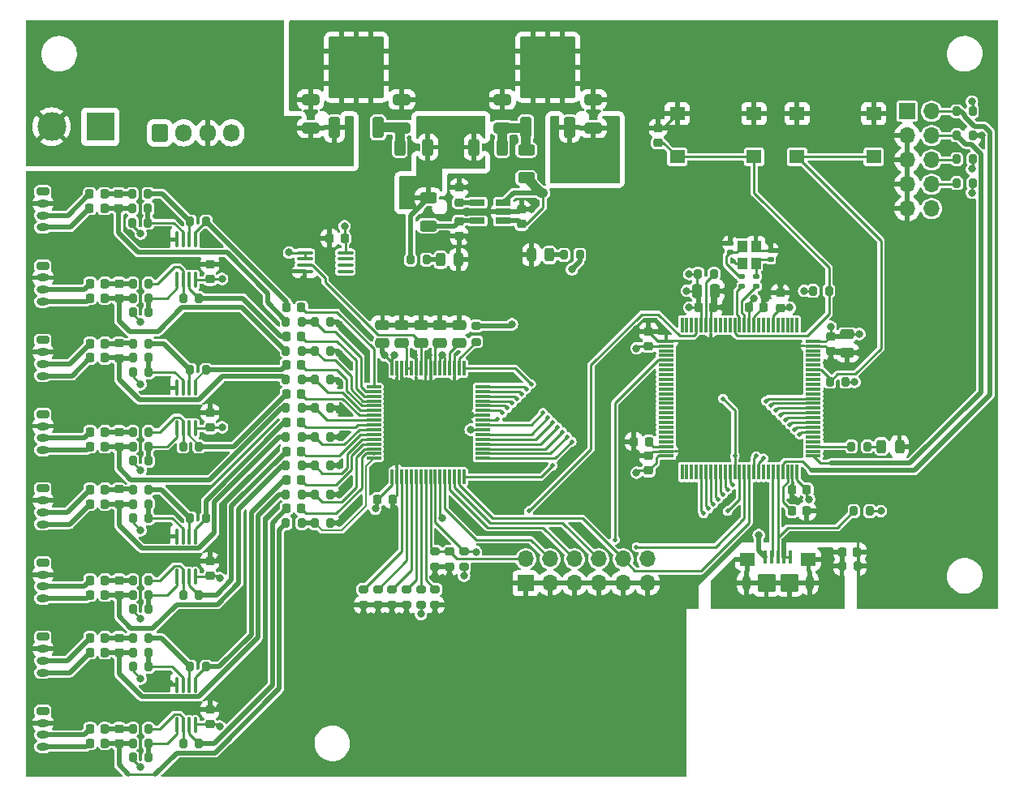
<source format=gtl>
G04 #@! TF.GenerationSoftware,KiCad,Pcbnew,7.0.7*
G04 #@! TF.CreationDate,2023-09-24T13:56:50+10:00*
G04 #@! TF.ProjectId,fyp_nubots_ssl,6679705f-6e75-4626-9f74-735f73736c2e,rev?*
G04 #@! TF.SameCoordinates,Original*
G04 #@! TF.FileFunction,Copper,L1,Top*
G04 #@! TF.FilePolarity,Positive*
%FSLAX46Y46*%
G04 Gerber Fmt 4.6, Leading zero omitted, Abs format (unit mm)*
G04 Created by KiCad (PCBNEW 7.0.7) date 2023-09-24 13:56:50*
%MOMM*%
%LPD*%
G01*
G04 APERTURE LIST*
G04 Aperture macros list*
%AMRoundRect*
0 Rectangle with rounded corners*
0 $1 Rounding radius*
0 $2 $3 $4 $5 $6 $7 $8 $9 X,Y pos of 4 corners*
0 Add a 4 corners polygon primitive as box body*
4,1,4,$2,$3,$4,$5,$6,$7,$8,$9,$2,$3,0*
0 Add four circle primitives for the rounded corners*
1,1,$1+$1,$2,$3*
1,1,$1+$1,$4,$5*
1,1,$1+$1,$6,$7*
1,1,$1+$1,$8,$9*
0 Add four rect primitives between the rounded corners*
20,1,$1+$1,$2,$3,$4,$5,0*
20,1,$1+$1,$4,$5,$6,$7,0*
20,1,$1+$1,$6,$7,$8,$9,0*
20,1,$1+$1,$8,$9,$2,$3,0*%
G04 Aperture macros list end*
G04 #@! TA.AperFunction,SMDPad,CuDef*
%ADD10RoundRect,0.225000X-0.225000X-0.250000X0.225000X-0.250000X0.225000X0.250000X-0.225000X0.250000X0*%
G04 #@! TD*
G04 #@! TA.AperFunction,SMDPad,CuDef*
%ADD11RoundRect,0.135000X-0.185000X0.135000X-0.185000X-0.135000X0.185000X-0.135000X0.185000X0.135000X0*%
G04 #@! TD*
G04 #@! TA.AperFunction,SMDPad,CuDef*
%ADD12RoundRect,0.200000X0.200000X0.275000X-0.200000X0.275000X-0.200000X-0.275000X0.200000X-0.275000X0*%
G04 #@! TD*
G04 #@! TA.AperFunction,SMDPad,CuDef*
%ADD13RoundRect,0.250000X0.475000X-0.250000X0.475000X0.250000X-0.475000X0.250000X-0.475000X-0.250000X0*%
G04 #@! TD*
G04 #@! TA.AperFunction,SMDPad,CuDef*
%ADD14RoundRect,0.250000X0.350000X-0.850000X0.350000X0.850000X-0.350000X0.850000X-0.350000X-0.850000X0*%
G04 #@! TD*
G04 #@! TA.AperFunction,SMDPad,CuDef*
%ADD15RoundRect,0.250000X1.125000X-1.275000X1.125000X1.275000X-1.125000X1.275000X-1.125000X-1.275000X0*%
G04 #@! TD*
G04 #@! TA.AperFunction,SMDPad,CuDef*
%ADD16RoundRect,0.249997X2.650003X-2.950003X2.650003X2.950003X-2.650003X2.950003X-2.650003X-2.950003X0*%
G04 #@! TD*
G04 #@! TA.AperFunction,SMDPad,CuDef*
%ADD17RoundRect,0.075000X0.075000X-0.700000X0.075000X0.700000X-0.075000X0.700000X-0.075000X-0.700000X0*%
G04 #@! TD*
G04 #@! TA.AperFunction,SMDPad,CuDef*
%ADD18RoundRect,0.075000X0.700000X-0.075000X0.700000X0.075000X-0.700000X0.075000X-0.700000X-0.075000X0*%
G04 #@! TD*
G04 #@! TA.AperFunction,SMDPad,CuDef*
%ADD19RoundRect,0.225000X0.250000X-0.225000X0.250000X0.225000X-0.250000X0.225000X-0.250000X-0.225000X0*%
G04 #@! TD*
G04 #@! TA.AperFunction,SMDPad,CuDef*
%ADD20RoundRect,0.225000X-0.250000X0.225000X-0.250000X-0.225000X0.250000X-0.225000X0.250000X0.225000X0*%
G04 #@! TD*
G04 #@! TA.AperFunction,ComponentPad*
%ADD21RoundRect,0.250000X-0.600000X-0.675000X0.600000X-0.675000X0.600000X0.675000X-0.600000X0.675000X0*%
G04 #@! TD*
G04 #@! TA.AperFunction,ComponentPad*
%ADD22O,1.700000X1.850000*%
G04 #@! TD*
G04 #@! TA.AperFunction,SMDPad,CuDef*
%ADD23R,1.560000X0.650000*%
G04 #@! TD*
G04 #@! TA.AperFunction,ComponentPad*
%ADD24RoundRect,0.200000X-0.450000X0.200000X-0.450000X-0.200000X0.450000X-0.200000X0.450000X0.200000X0*%
G04 #@! TD*
G04 #@! TA.AperFunction,ComponentPad*
%ADD25O,1.300000X0.800000*%
G04 #@! TD*
G04 #@! TA.AperFunction,SMDPad,CuDef*
%ADD26RoundRect,0.200000X-0.275000X0.200000X-0.275000X-0.200000X0.275000X-0.200000X0.275000X0.200000X0*%
G04 #@! TD*
G04 #@! TA.AperFunction,SMDPad,CuDef*
%ADD27RoundRect,0.200000X-0.200000X-0.275000X0.200000X-0.275000X0.200000X0.275000X-0.200000X0.275000X0*%
G04 #@! TD*
G04 #@! TA.AperFunction,SMDPad,CuDef*
%ADD28RoundRect,0.100000X-0.100000X0.712500X-0.100000X-0.712500X0.100000X-0.712500X0.100000X0.712500X0*%
G04 #@! TD*
G04 #@! TA.AperFunction,SMDPad,CuDef*
%ADD29RoundRect,0.100000X-0.100000X-0.575000X0.100000X-0.575000X0.100000X0.575000X-0.100000X0.575000X0*%
G04 #@! TD*
G04 #@! TA.AperFunction,ComponentPad*
%ADD30O,0.900000X1.600000*%
G04 #@! TD*
G04 #@! TA.AperFunction,SMDPad,CuDef*
%ADD31RoundRect,0.250000X-0.550000X-0.450000X0.550000X-0.450000X0.550000X0.450000X-0.550000X0.450000X0*%
G04 #@! TD*
G04 #@! TA.AperFunction,SMDPad,CuDef*
%ADD32RoundRect,0.250000X-0.700000X-0.700000X0.700000X-0.700000X0.700000X0.700000X-0.700000X0.700000X0*%
G04 #@! TD*
G04 #@! TA.AperFunction,SMDPad,CuDef*
%ADD33R,1.000000X1.150000*%
G04 #@! TD*
G04 #@! TA.AperFunction,SMDPad,CuDef*
%ADD34RoundRect,0.250000X-0.475000X0.250000X-0.475000X-0.250000X0.475000X-0.250000X0.475000X0.250000X0*%
G04 #@! TD*
G04 #@! TA.AperFunction,SMDPad,CuDef*
%ADD35RoundRect,0.200000X0.275000X-0.200000X0.275000X0.200000X-0.275000X0.200000X-0.275000X-0.200000X0*%
G04 #@! TD*
G04 #@! TA.AperFunction,ComponentPad*
%ADD36R,1.700000X1.700000*%
G04 #@! TD*
G04 #@! TA.AperFunction,ComponentPad*
%ADD37O,1.700000X1.700000*%
G04 #@! TD*
G04 #@! TA.AperFunction,SMDPad,CuDef*
%ADD38RoundRect,0.075000X-0.075000X0.725000X-0.075000X-0.725000X0.075000X-0.725000X0.075000X0.725000X0*%
G04 #@! TD*
G04 #@! TA.AperFunction,SMDPad,CuDef*
%ADD39RoundRect,0.075000X-0.725000X0.075000X-0.725000X-0.075000X0.725000X-0.075000X0.725000X0.075000X0*%
G04 #@! TD*
G04 #@! TA.AperFunction,SMDPad,CuDef*
%ADD40RoundRect,0.250000X0.625000X-0.312500X0.625000X0.312500X-0.625000X0.312500X-0.625000X-0.312500X0*%
G04 #@! TD*
G04 #@! TA.AperFunction,SMDPad,CuDef*
%ADD41RoundRect,0.250000X-0.650000X0.325000X-0.650000X-0.325000X0.650000X-0.325000X0.650000X0.325000X0*%
G04 #@! TD*
G04 #@! TA.AperFunction,SMDPad,CuDef*
%ADD42RoundRect,0.225000X0.225000X0.250000X-0.225000X0.250000X-0.225000X-0.250000X0.225000X-0.250000X0*%
G04 #@! TD*
G04 #@! TA.AperFunction,SMDPad,CuDef*
%ADD43RoundRect,0.100000X-0.712500X-0.100000X0.712500X-0.100000X0.712500X0.100000X-0.712500X0.100000X0*%
G04 #@! TD*
G04 #@! TA.AperFunction,SMDPad,CuDef*
%ADD44RoundRect,0.140000X0.170000X-0.140000X0.170000X0.140000X-0.170000X0.140000X-0.170000X-0.140000X0*%
G04 #@! TD*
G04 #@! TA.AperFunction,ComponentPad*
%ADD45R,3.000000X3.000000*%
G04 #@! TD*
G04 #@! TA.AperFunction,ComponentPad*
%ADD46C,3.000000*%
G04 #@! TD*
G04 #@! TA.AperFunction,SMDPad,CuDef*
%ADD47R,1.600000X1.400000*%
G04 #@! TD*
G04 #@! TA.AperFunction,SMDPad,CuDef*
%ADD48RoundRect,0.250000X-0.312500X-0.625000X0.312500X-0.625000X0.312500X0.625000X-0.312500X0.625000X0*%
G04 #@! TD*
G04 #@! TA.AperFunction,SMDPad,CuDef*
%ADD49RoundRect,0.243750X0.243750X0.456250X-0.243750X0.456250X-0.243750X-0.456250X0.243750X-0.456250X0*%
G04 #@! TD*
G04 #@! TA.AperFunction,SMDPad,CuDef*
%ADD50RoundRect,0.243750X-0.243750X-0.456250X0.243750X-0.456250X0.243750X0.456250X-0.243750X0.456250X0*%
G04 #@! TD*
G04 #@! TA.AperFunction,SMDPad,CuDef*
%ADD51RoundRect,0.250000X-0.250000X-0.475000X0.250000X-0.475000X0.250000X0.475000X-0.250000X0.475000X0*%
G04 #@! TD*
G04 #@! TA.AperFunction,ViaPad*
%ADD52C,0.500000*%
G04 #@! TD*
G04 #@! TA.AperFunction,ViaPad*
%ADD53C,0.800000*%
G04 #@! TD*
G04 #@! TA.AperFunction,Conductor*
%ADD54C,0.250000*%
G04 #@! TD*
G04 #@! TA.AperFunction,Conductor*
%ADD55C,0.500000*%
G04 #@! TD*
G04 #@! TA.AperFunction,Conductor*
%ADD56C,1.000000*%
G04 #@! TD*
G04 #@! TA.AperFunction,Conductor*
%ADD57C,0.200000*%
G04 #@! TD*
G04 APERTURE END LIST*
D10*
X100225000Y-89000000D03*
X101775000Y-89000000D03*
D11*
X147750000Y-79740000D03*
X147750000Y-80760000D03*
D12*
X85825000Y-99000000D03*
X84175000Y-99000000D03*
D13*
X110250000Y-86700000D03*
X110250000Y-84800000D03*
D14*
X105220000Y-64200000D03*
D15*
X105975000Y-59575000D03*
X109025000Y-59575000D03*
D16*
X107500000Y-57900000D03*
D15*
X105975000Y-56225000D03*
X109025000Y-56225000D03*
D14*
X109780000Y-64200000D03*
D12*
X85825000Y-83500000D03*
X84175000Y-83500000D03*
D17*
X111250000Y-100675000D03*
X111750000Y-100675000D03*
X112250000Y-100675000D03*
X112750000Y-100675000D03*
X113250000Y-100675000D03*
X113750000Y-100675000D03*
X114250000Y-100675000D03*
X114750000Y-100675000D03*
X115250000Y-100675000D03*
X115750000Y-100675000D03*
X116250000Y-100675000D03*
X116750000Y-100675000D03*
X117250000Y-100675000D03*
X117750000Y-100675000D03*
X118250000Y-100675000D03*
X118750000Y-100675000D03*
D18*
X120675000Y-98750000D03*
X120675000Y-98250000D03*
X120675000Y-97750000D03*
X120675000Y-97250000D03*
X120675000Y-96750000D03*
X120675000Y-96250000D03*
X120675000Y-95750000D03*
X120675000Y-95250000D03*
X120675000Y-94750000D03*
X120675000Y-94250000D03*
X120675000Y-93750000D03*
X120675000Y-93250000D03*
X120675000Y-92750000D03*
X120675000Y-92250000D03*
X120675000Y-91750000D03*
X120675000Y-91250000D03*
D17*
X118750000Y-89325000D03*
X118250000Y-89325000D03*
X117750000Y-89325000D03*
X117250000Y-89325000D03*
X116750000Y-89325000D03*
X116250000Y-89325000D03*
X115750000Y-89325000D03*
X115250000Y-89325000D03*
X114750000Y-89325000D03*
X114250000Y-89325000D03*
X113750000Y-89325000D03*
X113250000Y-89325000D03*
X112750000Y-89325000D03*
X112250000Y-89325000D03*
X111750000Y-89325000D03*
X111250000Y-89325000D03*
D18*
X109325000Y-91250000D03*
X109325000Y-91750000D03*
X109325000Y-92250000D03*
X109325000Y-92750000D03*
X109325000Y-93250000D03*
X109325000Y-93750000D03*
X109325000Y-94250000D03*
X109325000Y-94750000D03*
X109325000Y-95250000D03*
X109325000Y-95750000D03*
X109325000Y-96250000D03*
X109325000Y-96750000D03*
X109325000Y-97250000D03*
X109325000Y-97750000D03*
X109325000Y-98250000D03*
X109325000Y-98750000D03*
D19*
X92250000Y-80025000D03*
X92250000Y-78475000D03*
D20*
X82750000Y-111475000D03*
X82750000Y-113025000D03*
D21*
X87000000Y-64750000D03*
D22*
X89500000Y-64750000D03*
X92000000Y-64750000D03*
X94500000Y-64750000D03*
D10*
X79725000Y-111500000D03*
X81275000Y-111500000D03*
X79725000Y-103500000D03*
X81275000Y-103500000D03*
D12*
X104825000Y-87500000D03*
X103175000Y-87500000D03*
D23*
X122850000Y-73950000D03*
X122850000Y-73000000D03*
X122850000Y-72050000D03*
X120150000Y-72050000D03*
X120150000Y-73950000D03*
D12*
X85775000Y-74125000D03*
X84125000Y-74125000D03*
D10*
X79725000Y-117500000D03*
X81275000Y-117500000D03*
D24*
X74800000Y-101875000D03*
D25*
X74800000Y-103125000D03*
X74800000Y-104375000D03*
X74800000Y-105625000D03*
D26*
X109750000Y-112425000D03*
X109750000Y-114075000D03*
D12*
X104825000Y-93500000D03*
X103175000Y-93500000D03*
D26*
X111250000Y-112425000D03*
X111250000Y-114075000D03*
D24*
X74800000Y-94125000D03*
D25*
X74800000Y-95375000D03*
X74800000Y-96625000D03*
X74800000Y-97875000D03*
D12*
X85825000Y-105000000D03*
X84175000Y-105000000D03*
D26*
X118750000Y-108425000D03*
X118750000Y-110075000D03*
D27*
X100175000Y-93500000D03*
X101825000Y-93500000D03*
D10*
X109725000Y-103000000D03*
X111275000Y-103000000D03*
D12*
X160825000Y-97500000D03*
X159175000Y-97500000D03*
D27*
X84175000Y-103500000D03*
X85825000Y-103500000D03*
D12*
X85825000Y-130000000D03*
X84175000Y-130000000D03*
D28*
X90725000Y-122387500D03*
X90075000Y-122387500D03*
X89425000Y-122387500D03*
X88775000Y-122387500D03*
X88775000Y-126612500D03*
X89425000Y-126612500D03*
X90075000Y-126612500D03*
X90725000Y-126612500D03*
X90725000Y-106887500D03*
X90075000Y-106887500D03*
X89425000Y-106887500D03*
X88775000Y-106887500D03*
X88775000Y-111112500D03*
X89425000Y-111112500D03*
X90075000Y-111112500D03*
X90725000Y-111112500D03*
D10*
X100225000Y-83000000D03*
X101775000Y-83000000D03*
X79725000Y-128480000D03*
X81275000Y-128480000D03*
D29*
X150200000Y-109075000D03*
X150850000Y-109075000D03*
X151500000Y-109075000D03*
X152150000Y-109075000D03*
X152800000Y-109075000D03*
D30*
X148200000Y-111750000D03*
D31*
X148300000Y-109300000D03*
D32*
X150300000Y-111750000D03*
X152700000Y-111750000D03*
D31*
X154700000Y-109300000D03*
D30*
X154800000Y-111750000D03*
D33*
X149200000Y-78375000D03*
X149200000Y-76625000D03*
X147800000Y-76625000D03*
X147800000Y-78375000D03*
D27*
X84125000Y-71125000D03*
X85775000Y-71125000D03*
X84175000Y-80500000D03*
X85825000Y-80500000D03*
D10*
X79725000Y-127000000D03*
X81275000Y-127000000D03*
D34*
X112250000Y-84800000D03*
X112250000Y-86700000D03*
D12*
X161075000Y-104250000D03*
X159425000Y-104250000D03*
D35*
X120000000Y-86575000D03*
X120000000Y-84925000D03*
D10*
X79725000Y-119000000D03*
X81275000Y-119000000D03*
D12*
X171825000Y-67500000D03*
X170175000Y-67500000D03*
D20*
X117250000Y-108475000D03*
X117250000Y-110025000D03*
D35*
X115750000Y-110075000D03*
X115750000Y-108425000D03*
D20*
X82750000Y-126975000D03*
X82750000Y-128525000D03*
D10*
X148475000Y-83000000D03*
X150025000Y-83000000D03*
D24*
X74800000Y-78625000D03*
D25*
X74800000Y-79875000D03*
X74800000Y-81125000D03*
X74800000Y-82375000D03*
D36*
X165000000Y-62500000D03*
D37*
X167540000Y-62500000D03*
X165000000Y-65040000D03*
X167540000Y-65040000D03*
X165000000Y-67580000D03*
X167540000Y-67580000D03*
X165000000Y-70120000D03*
X167540000Y-70120000D03*
X165000000Y-72660000D03*
X167540000Y-72660000D03*
D20*
X124750000Y-72725000D03*
X124750000Y-74275000D03*
D38*
X153500000Y-84825000D03*
X153000000Y-84825000D03*
X152500000Y-84825000D03*
X152000000Y-84825000D03*
X151500000Y-84825000D03*
X151000000Y-84825000D03*
X150500000Y-84825000D03*
X150000000Y-84825000D03*
X149500000Y-84825000D03*
X149000000Y-84825000D03*
X148500000Y-84825000D03*
X148000000Y-84825000D03*
X147500000Y-84825000D03*
X147000000Y-84825000D03*
X146500000Y-84825000D03*
X146000000Y-84825000D03*
X145500000Y-84825000D03*
X145000000Y-84825000D03*
X144500000Y-84825000D03*
X144000000Y-84825000D03*
X143500000Y-84825000D03*
X143000000Y-84825000D03*
X142500000Y-84825000D03*
X142000000Y-84825000D03*
X141500000Y-84825000D03*
D39*
X139825000Y-86500000D03*
X139825000Y-87000000D03*
X139825000Y-87500000D03*
X139825000Y-88000000D03*
X139825000Y-88500000D03*
X139825000Y-89000000D03*
X139825000Y-89500000D03*
X139825000Y-90000000D03*
X139825000Y-90500000D03*
X139825000Y-91000000D03*
X139825000Y-91500000D03*
X139825000Y-92000000D03*
X139825000Y-92500000D03*
X139825000Y-93000000D03*
X139825000Y-93500000D03*
X139825000Y-94000000D03*
X139825000Y-94500000D03*
X139825000Y-95000000D03*
X139825000Y-95500000D03*
X139825000Y-96000000D03*
X139825000Y-96500000D03*
X139825000Y-97000000D03*
X139825000Y-97500000D03*
X139825000Y-98000000D03*
X139825000Y-98500000D03*
D38*
X141500000Y-100175000D03*
X142000000Y-100175000D03*
X142500000Y-100175000D03*
X143000000Y-100175000D03*
X143500000Y-100175000D03*
X144000000Y-100175000D03*
X144500000Y-100175000D03*
X145000000Y-100175000D03*
X145500000Y-100175000D03*
X146000000Y-100175000D03*
X146500000Y-100175000D03*
X147000000Y-100175000D03*
X147500000Y-100175000D03*
X148000000Y-100175000D03*
X148500000Y-100175000D03*
X149000000Y-100175000D03*
X149500000Y-100175000D03*
X150000000Y-100175000D03*
X150500000Y-100175000D03*
X151000000Y-100175000D03*
X151500000Y-100175000D03*
X152000000Y-100175000D03*
X152500000Y-100175000D03*
X153000000Y-100175000D03*
X153500000Y-100175000D03*
D39*
X155175000Y-98500000D03*
X155175000Y-98000000D03*
X155175000Y-97500000D03*
X155175000Y-97000000D03*
X155175000Y-96500000D03*
X155175000Y-96000000D03*
X155175000Y-95500000D03*
X155175000Y-95000000D03*
X155175000Y-94500000D03*
X155175000Y-94000000D03*
X155175000Y-93500000D03*
X155175000Y-93000000D03*
X155175000Y-92500000D03*
X155175000Y-92000000D03*
X155175000Y-91500000D03*
X155175000Y-91000000D03*
X155175000Y-90500000D03*
X155175000Y-90000000D03*
X155175000Y-89500000D03*
X155175000Y-89000000D03*
X155175000Y-88500000D03*
X155175000Y-88000000D03*
X155175000Y-87500000D03*
X155175000Y-87000000D03*
X155175000Y-86500000D03*
D10*
X79725000Y-82000000D03*
X81275000Y-82000000D03*
D27*
X84175000Y-88250000D03*
X85825000Y-88250000D03*
D12*
X104825000Y-90500000D03*
X103175000Y-90500000D03*
D10*
X100225000Y-86000000D03*
X101775000Y-86000000D03*
D19*
X138000000Y-87025000D03*
X138000000Y-85475000D03*
D12*
X85825000Y-114500000D03*
X84175000Y-114500000D03*
D27*
X100175000Y-96500000D03*
X101825000Y-96500000D03*
D10*
X79675000Y-72625000D03*
X81225000Y-72625000D03*
X143225000Y-83000000D03*
X144775000Y-83000000D03*
D20*
X82750000Y-80475000D03*
X82750000Y-82025000D03*
D27*
X84175000Y-82000000D03*
X85825000Y-82000000D03*
X89425000Y-82000000D03*
X91075000Y-82000000D03*
D40*
X125250000Y-69462500D03*
X125250000Y-66537500D03*
D41*
X112250000Y-61275000D03*
X112250000Y-64225000D03*
D27*
X84175000Y-96000000D03*
X85825000Y-96000000D03*
D20*
X82750000Y-101975000D03*
X82750000Y-103525000D03*
D27*
X84175000Y-117500000D03*
X85825000Y-117500000D03*
X100175000Y-105500000D03*
X101825000Y-105500000D03*
X84175000Y-119000000D03*
X85825000Y-119000000D03*
D12*
X104825000Y-84500000D03*
X103175000Y-84500000D03*
D27*
X89425000Y-113000000D03*
X91075000Y-113000000D03*
D42*
X106275000Y-75750000D03*
X104725000Y-75750000D03*
D27*
X100175000Y-90500000D03*
X101825000Y-90500000D03*
D10*
X79725000Y-80500000D03*
X81275000Y-80500000D03*
D20*
X118250000Y-70475000D03*
X118250000Y-72025000D03*
D27*
X84175000Y-97500000D03*
X85825000Y-97500000D03*
D43*
X102137500Y-77275000D03*
X102137500Y-77925000D03*
X102137500Y-78575000D03*
X102137500Y-79225000D03*
X106362500Y-79225000D03*
X106362500Y-78575000D03*
X106362500Y-77925000D03*
X106362500Y-77275000D03*
D19*
X151750000Y-83025000D03*
X151750000Y-81475000D03*
D27*
X89425000Y-97500000D03*
X91075000Y-97500000D03*
D24*
X74800000Y-109625000D03*
D25*
X74800000Y-110875000D03*
X74800000Y-112125000D03*
X74800000Y-113375000D03*
D27*
X100175000Y-84500000D03*
X101825000Y-84500000D03*
D20*
X82700000Y-71100000D03*
X82700000Y-72650000D03*
D44*
X146500000Y-77230000D03*
X146500000Y-76270000D03*
D20*
X82750000Y-95975000D03*
X82750000Y-97525000D03*
D41*
X102750000Y-61275000D03*
X102750000Y-64225000D03*
D27*
X84175000Y-102000000D03*
X85825000Y-102000000D03*
X155175000Y-81250000D03*
X156825000Y-81250000D03*
X90175000Y-89500000D03*
X91825000Y-89500000D03*
D12*
X171825000Y-70000000D03*
X170175000Y-70000000D03*
D24*
X74800000Y-86375000D03*
D25*
X74800000Y-87625000D03*
X74800000Y-88875000D03*
X74800000Y-90125000D03*
D19*
X138000000Y-100025000D03*
X138000000Y-98475000D03*
D45*
X80790000Y-64100000D03*
D46*
X75710000Y-64100000D03*
D10*
X100225000Y-101000000D03*
X101775000Y-101000000D03*
D47*
X141000000Y-62750000D03*
X149000000Y-62750000D03*
X141000000Y-67250000D03*
X149000000Y-67250000D03*
D41*
X132250000Y-61275000D03*
X132250000Y-64225000D03*
D12*
X104825000Y-102500000D03*
X103175000Y-102500000D03*
D48*
X112037500Y-66250000D03*
X114962500Y-66250000D03*
D19*
X118250000Y-75525000D03*
X118250000Y-73975000D03*
D27*
X129175000Y-77500000D03*
X130825000Y-77500000D03*
D20*
X82750000Y-117475000D03*
X82750000Y-119025000D03*
D27*
X84175000Y-86750000D03*
X85825000Y-86750000D03*
D10*
X79725000Y-86750000D03*
X81275000Y-86750000D03*
D49*
X164187500Y-97500000D03*
X162312500Y-97500000D03*
D10*
X100225000Y-92000000D03*
X101775000Y-92000000D03*
D42*
X154525000Y-102000000D03*
X152975000Y-102000000D03*
D27*
X84175000Y-127000000D03*
X85825000Y-127000000D03*
D47*
X153500000Y-62750000D03*
X161500000Y-62750000D03*
X153500000Y-67250000D03*
X161500000Y-67250000D03*
D48*
X119787500Y-66250000D03*
X122712500Y-66250000D03*
D27*
X90175000Y-120500000D03*
X91825000Y-120500000D03*
D34*
X118250000Y-84800000D03*
X118250000Y-86700000D03*
D28*
X90725000Y-75887500D03*
X90075000Y-75887500D03*
X89425000Y-75887500D03*
X88775000Y-75887500D03*
X88775000Y-80112500D03*
X89425000Y-80112500D03*
X90075000Y-80112500D03*
X90725000Y-80112500D03*
D12*
X85825000Y-120500000D03*
X84175000Y-120500000D03*
D41*
X122750000Y-61275000D03*
X122750000Y-64225000D03*
D36*
X125170000Y-111790000D03*
D37*
X125170000Y-109250000D03*
X127710000Y-111790000D03*
X127710000Y-109250000D03*
X130250000Y-111790000D03*
X130250000Y-109250000D03*
X132790000Y-111790000D03*
X132790000Y-109250000D03*
X135330000Y-111790000D03*
X135330000Y-109250000D03*
X137870000Y-111790000D03*
X137870000Y-109250000D03*
D10*
X79675000Y-71125000D03*
X81225000Y-71125000D03*
D24*
X74800000Y-117375000D03*
D25*
X74800000Y-118625000D03*
X74800000Y-119875000D03*
X74800000Y-121125000D03*
D26*
X108250000Y-112425000D03*
X108250000Y-114075000D03*
D27*
X90175000Y-105000000D03*
X91825000Y-105000000D03*
D19*
X92250000Y-111025000D03*
X92250000Y-109475000D03*
D44*
X150750000Y-77980000D03*
X150750000Y-77020000D03*
D50*
X125812500Y-77500000D03*
X127687500Y-77500000D03*
D12*
X144825000Y-79500000D03*
X143175000Y-79500000D03*
D27*
X158175000Y-110000000D03*
X159825000Y-110000000D03*
D14*
X125220000Y-64200000D03*
D15*
X125975000Y-59575000D03*
X129025000Y-59575000D03*
D16*
X127500000Y-57900000D03*
D15*
X125975000Y-56225000D03*
X129025000Y-56225000D03*
D14*
X129780000Y-64200000D03*
D35*
X115750000Y-114075000D03*
X115750000Y-112425000D03*
D12*
X171825000Y-62500000D03*
X170175000Y-62500000D03*
D26*
X114250000Y-112425000D03*
X114250000Y-114075000D03*
D12*
X85825000Y-89750000D03*
X84175000Y-89750000D03*
D19*
X139000000Y-65775000D03*
X139000000Y-64225000D03*
D12*
X104825000Y-105500000D03*
X103175000Y-105500000D03*
D20*
X157000000Y-85975000D03*
X157000000Y-87525000D03*
D10*
X136475000Y-97000000D03*
X138025000Y-97000000D03*
D27*
X100175000Y-99500000D03*
X101825000Y-99500000D03*
D40*
X115000000Y-74462500D03*
X115000000Y-71537500D03*
D34*
X116250000Y-84800000D03*
X116250000Y-86700000D03*
D28*
X90725000Y-91387500D03*
X90075000Y-91387500D03*
X89425000Y-91387500D03*
X88775000Y-91387500D03*
X88775000Y-95612500D03*
X89425000Y-95612500D03*
X90075000Y-95612500D03*
X90725000Y-95612500D03*
D12*
X104825000Y-99500000D03*
X103175000Y-99500000D03*
D10*
X79725000Y-97500000D03*
X81275000Y-97500000D03*
D27*
X100175000Y-87500000D03*
X101825000Y-87500000D03*
D19*
X92250000Y-126525000D03*
X92250000Y-124975000D03*
D10*
X152975000Y-104250000D03*
X154525000Y-104250000D03*
D24*
X74800000Y-125125000D03*
D25*
X74800000Y-126375000D03*
X74800000Y-127625000D03*
X74800000Y-128875000D03*
D27*
X84175000Y-113000000D03*
X85825000Y-113000000D03*
D49*
X118187500Y-78000000D03*
X116312500Y-78000000D03*
D10*
X158225000Y-108500000D03*
X159775000Y-108500000D03*
D27*
X100175000Y-102500000D03*
X101825000Y-102500000D03*
D10*
X100200000Y-98000000D03*
X101750000Y-98000000D03*
X79725000Y-88250000D03*
X81275000Y-88250000D03*
D12*
X114825000Y-78000000D03*
X113175000Y-78000000D03*
D35*
X112750000Y-114075000D03*
X112750000Y-112425000D03*
D12*
X104825000Y-96500000D03*
X103175000Y-96500000D03*
D13*
X114250000Y-86700000D03*
X114250000Y-84800000D03*
D10*
X79725000Y-113000000D03*
X81275000Y-113000000D03*
X79725000Y-102000000D03*
X81275000Y-102000000D03*
D11*
X149250000Y-79740000D03*
X149250000Y-80760000D03*
D10*
X79725000Y-96000000D03*
X81275000Y-96000000D03*
D27*
X170175000Y-65000000D03*
X171825000Y-65000000D03*
D19*
X92250000Y-95525000D03*
X92250000Y-93975000D03*
D27*
X84175000Y-128500000D03*
X85825000Y-128500000D03*
D10*
X100225000Y-95000000D03*
X101775000Y-95000000D03*
D51*
X143050000Y-81250000D03*
X144950000Y-81250000D03*
D24*
X74800000Y-70875000D03*
D25*
X74800000Y-72125000D03*
X74800000Y-73375000D03*
X74800000Y-74625000D03*
D12*
X158575000Y-90750000D03*
X156925000Y-90750000D03*
D27*
X89425000Y-128500000D03*
X91075000Y-128500000D03*
X84125000Y-72625000D03*
X85775000Y-72625000D03*
D34*
X158750000Y-85800000D03*
X158750000Y-87700000D03*
D27*
X90175000Y-74000000D03*
X91825000Y-74000000D03*
X84175000Y-111500000D03*
X85825000Y-111500000D03*
D10*
X100225000Y-104000000D03*
X101775000Y-104000000D03*
D20*
X82750000Y-86725000D03*
X82750000Y-88275000D03*
D52*
X93250000Y-92500000D03*
X91750000Y-130750000D03*
D53*
X146000000Y-81250000D03*
D52*
X100750000Y-118750000D03*
X82250000Y-107000000D03*
X140500000Y-101000000D03*
D53*
X119447340Y-94245149D03*
D52*
X136750000Y-105750000D03*
D53*
X151750000Y-80500000D03*
D52*
X97750000Y-91250000D03*
X146000000Y-79500000D03*
X88500000Y-86750000D03*
D53*
X109500000Y-60250000D03*
D52*
X83000000Y-77250000D03*
X134750000Y-88000000D03*
X145250000Y-78250000D03*
X90500000Y-72750000D03*
D53*
X88000000Y-122250000D03*
D52*
X142750000Y-105750000D03*
X90250000Y-98500000D03*
D53*
X110000000Y-53500000D03*
D52*
X150000000Y-97750000D03*
X94500000Y-79750000D03*
X80750000Y-121000000D03*
X78750000Y-83250000D03*
X86500000Y-110000000D03*
X133750000Y-85500000D03*
X150500000Y-81000000D03*
X89000000Y-71250000D03*
X136000000Y-90000000D03*
D53*
X112750000Y-115000000D03*
X115250000Y-91500000D03*
D52*
X94750000Y-121500000D03*
X80750000Y-125500000D03*
X97750000Y-92750000D03*
X87250000Y-98500000D03*
X146862299Y-78137701D03*
X116000000Y-107000000D03*
X96000000Y-88250000D03*
X77750000Y-114750000D03*
X139750000Y-105750000D03*
X86000000Y-78750000D03*
X79250000Y-91500000D03*
X100750000Y-111250000D03*
X93000000Y-88250000D03*
D53*
X102000000Y-80000000D03*
D52*
X93250000Y-123000000D03*
D53*
X105500000Y-60250000D03*
D52*
X80500000Y-130000000D03*
D53*
X127500000Y-53500000D03*
X108500000Y-56750000D03*
X115750000Y-111000000D03*
D52*
X80750000Y-90000000D03*
X105250000Y-108250000D03*
X78500000Y-75750000D03*
X96000000Y-85250000D03*
X94500000Y-75000000D03*
D53*
X112725247Y-90699500D03*
D52*
X96250000Y-94250000D03*
X82250000Y-100750000D03*
D53*
X125000000Y-53500000D03*
D52*
X124250000Y-103250000D03*
X127750000Y-91000000D03*
D53*
X93250000Y-124750000D03*
D52*
X90250000Y-130750000D03*
D53*
X106500000Y-56750000D03*
D52*
X80750000Y-114750000D03*
D53*
X111750000Y-55750000D03*
D52*
X82250000Y-122500000D03*
D53*
X145750000Y-83000000D03*
D52*
X97500000Y-88250000D03*
X100750000Y-121750000D03*
X130250000Y-101000000D03*
X95500000Y-116250000D03*
X149250000Y-75500000D03*
X77750000Y-110000000D03*
X97500000Y-82750000D03*
X93250000Y-130750000D03*
X145000000Y-91500000D03*
D53*
X111500000Y-104000000D03*
D52*
X145750000Y-106000000D03*
D53*
X105737701Y-84762299D03*
D52*
X100750000Y-109750000D03*
X95500000Y-112750000D03*
X87500000Y-73000000D03*
D53*
X112000000Y-92500000D03*
X150250000Y-82000000D03*
D52*
X87500000Y-69750000D03*
X146750000Y-75500000D03*
D53*
X117750000Y-91500000D03*
X113000000Y-57000000D03*
X103250000Y-54500000D03*
D52*
X93250000Y-98500000D03*
D53*
X172750000Y-65000000D03*
X128750000Y-53500000D03*
X109750000Y-115000000D03*
D52*
X152500000Y-97750000D03*
D53*
X87750000Y-91250000D03*
D52*
X150500000Y-76250000D03*
D53*
X113000000Y-58250000D03*
D52*
X133250000Y-91500000D03*
X80750000Y-94500000D03*
X91500000Y-96500000D03*
D53*
X93250000Y-109250000D03*
D52*
X77750000Y-125500000D03*
X137500000Y-88500000D03*
X96250000Y-127750000D03*
X94750000Y-129250000D03*
X93000000Y-83750000D03*
D53*
X111750000Y-59500000D03*
D52*
X97750000Y-121500000D03*
D53*
X113000000Y-59500000D03*
D52*
X151750000Y-77250000D03*
X87500000Y-78750000D03*
X145500000Y-76250000D03*
X126500000Y-110500000D03*
X138250000Y-107250000D03*
D53*
X126250000Y-53500000D03*
D52*
X133500000Y-101000000D03*
X100750000Y-114250000D03*
X96000000Y-76500000D03*
D53*
X118250000Y-82500000D03*
X105750000Y-99500000D03*
D52*
X79250000Y-100750000D03*
D53*
X108250000Y-115000000D03*
D52*
X90250000Y-103500000D03*
D53*
X115750000Y-115000000D03*
D52*
X150500000Y-80000000D03*
D53*
X113000000Y-54500000D03*
X102000000Y-54500000D03*
D52*
X146500000Y-82250000D03*
X150000000Y-91500000D03*
D53*
X107500000Y-55500000D03*
D52*
X127750000Y-107750000D03*
X79250000Y-116250000D03*
X135500000Y-99500000D03*
X100750000Y-123250000D03*
X89500000Y-115000000D03*
D53*
X105000000Y-53500000D03*
X114250000Y-82500000D03*
D52*
X100500000Y-81000000D03*
D53*
X107500000Y-53500000D03*
D52*
X77750000Y-117750000D03*
X83750000Y-125500000D03*
D53*
X119250000Y-70475000D03*
D52*
X120750000Y-102500000D03*
X91750000Y-102000000D03*
D53*
X105737701Y-87762299D03*
D52*
X150250000Y-101500000D03*
X97750000Y-118500000D03*
X145000000Y-97750000D03*
D53*
X152500000Y-107100000D03*
D52*
X83750000Y-94500000D03*
X139000000Y-101000000D03*
X135250000Y-84000000D03*
D53*
X105750000Y-105500000D03*
D52*
X122750000Y-101750000D03*
D53*
X105500000Y-58000000D03*
X104500000Y-74500000D03*
D52*
X99250000Y-124750000D03*
D53*
X116000000Y-92250000D03*
D52*
X80750000Y-110000000D03*
D53*
X113505752Y-87975170D03*
X122750000Y-58750000D03*
D52*
X93500000Y-104000000D03*
X100750000Y-112750000D03*
X131250000Y-97250000D03*
D53*
X112250000Y-82500000D03*
X113000000Y-55750000D03*
X132000000Y-57500000D03*
D52*
X97500000Y-78000000D03*
X148000000Y-75250000D03*
D53*
X102000000Y-55750000D03*
X103250000Y-55750000D03*
D52*
X122250000Y-104000000D03*
X130750000Y-88500000D03*
X96250000Y-123000000D03*
D53*
X161000000Y-110000000D03*
D52*
X129000000Y-110500000D03*
X147250000Y-104500000D03*
D53*
X111750000Y-58250000D03*
X122750000Y-57500000D03*
X117250000Y-111000000D03*
D52*
X91000000Y-119250000D03*
D53*
X132000000Y-55000000D03*
D52*
X137750000Y-91500000D03*
X150500000Y-79000000D03*
X139750000Y-82500000D03*
X124750000Y-88250000D03*
X141250000Y-107250000D03*
X80750000Y-105500000D03*
D53*
X111250000Y-115000000D03*
D52*
X90000000Y-88250000D03*
D53*
X105737701Y-90762299D03*
D52*
X145499205Y-77249572D03*
D53*
X105750000Y-102500000D03*
D52*
X88500000Y-85250000D03*
D53*
X105750000Y-96500000D03*
D52*
X80000000Y-74250000D03*
X79250000Y-107000000D03*
D53*
X136750000Y-85250000D03*
X112000000Y-91500000D03*
X109500000Y-55500000D03*
D52*
X97500000Y-86750000D03*
X89500000Y-118000000D03*
X130500000Y-105750000D03*
X88750000Y-102000000D03*
X126500000Y-93000000D03*
X100750000Y-120250000D03*
X97750000Y-126250000D03*
X146750000Y-102750000D03*
D53*
X103250000Y-59500000D03*
D52*
X79500000Y-85500000D03*
D53*
X111750000Y-57000000D03*
D52*
X106750000Y-106750000D03*
X83750000Y-108500000D03*
D53*
X117000000Y-92250000D03*
D52*
X145250000Y-104250000D03*
X81500000Y-75750000D03*
X102250000Y-106750000D03*
X100750000Y-108250000D03*
X86500000Y-94500000D03*
X100750000Y-115750000D03*
X124000000Y-90500000D03*
X94750000Y-95750000D03*
X150250000Y-104500000D03*
X77750000Y-94500000D03*
X129250000Y-99500000D03*
X133250000Y-97250000D03*
X82250000Y-116250000D03*
D53*
X87750000Y-106750000D03*
D52*
X78500000Y-80250000D03*
X88750000Y-100000000D03*
X82500000Y-85500000D03*
D53*
X111000000Y-92000000D03*
D52*
X82250000Y-91500000D03*
X144250000Y-107250000D03*
X78000000Y-87000000D03*
D53*
X160000000Y-87750000D03*
D52*
X132250000Y-87000000D03*
X100750000Y-117250000D03*
X133750000Y-105750000D03*
D53*
X102000000Y-58250000D03*
X102000000Y-59500000D03*
X122750000Y-55000000D03*
X125750000Y-72750000D03*
D52*
X93500000Y-107000000D03*
D53*
X161000000Y-108500000D03*
D52*
X92500000Y-119250000D03*
D53*
X93500000Y-78500000D03*
D52*
X83750000Y-124000000D03*
X152500000Y-91500000D03*
X83000000Y-78750000D03*
D53*
X106500000Y-59250000D03*
D52*
X146750000Y-80250000D03*
D53*
X87750000Y-75750000D03*
D52*
X86500000Y-125500000D03*
X77750000Y-102250000D03*
X99250000Y-91250000D03*
X80750000Y-99250000D03*
X103750000Y-108250000D03*
X93000000Y-73500000D03*
D53*
X93500000Y-94000000D03*
X135250000Y-97000000D03*
D52*
X150250000Y-103500000D03*
D53*
X103250000Y-57000000D03*
X102000000Y-57000000D03*
X105750000Y-93750000D03*
D52*
X130750000Y-91500000D03*
D53*
X157000000Y-88500000D03*
X119250000Y-75750000D03*
D52*
X84500000Y-69750000D03*
X151750000Y-78250000D03*
D53*
X105500000Y-55500000D03*
X115000000Y-92500000D03*
X115000000Y-88000000D03*
D52*
X80000000Y-78750000D03*
X142500000Y-91500000D03*
X133250000Y-89500000D03*
X120500000Y-106500000D03*
D53*
X108500000Y-59250000D03*
D52*
X81750000Y-83250000D03*
X152250000Y-105000000D03*
X90000000Y-83750000D03*
D53*
X130000000Y-53500000D03*
D52*
X131750000Y-99500000D03*
X87750000Y-104000000D03*
D53*
X111750000Y-54500000D03*
D52*
X83750000Y-110000000D03*
X78000000Y-71250000D03*
D53*
X107500000Y-58000000D03*
X132000000Y-58750000D03*
X107500000Y-60250000D03*
D52*
X94000000Y-117750000D03*
X145750000Y-75250000D03*
D53*
X106250000Y-53500000D03*
D52*
X81500000Y-69750000D03*
X142500000Y-97750000D03*
D53*
X128750000Y-71000000D03*
D52*
X77750000Y-99250000D03*
D53*
X103250000Y-58250000D03*
X155750000Y-104250000D03*
D52*
X79000000Y-130000000D03*
D53*
X136750000Y-98250000D03*
D52*
X147500000Y-91500000D03*
X94750000Y-91250000D03*
X92250000Y-76000000D03*
X82000000Y-131500000D03*
X96250000Y-91250000D03*
D53*
X109500000Y-58000000D03*
X116250000Y-82500000D03*
D52*
X79250000Y-122500000D03*
X92500000Y-115000000D03*
D53*
X153250000Y-103000000D03*
D52*
X88000000Y-116500000D03*
X150250000Y-102500000D03*
D53*
X132000000Y-56250000D03*
X108750000Y-53500000D03*
D52*
X83750000Y-93000000D03*
X121750000Y-88250000D03*
D53*
X118000000Y-92500000D03*
D52*
X138250000Y-82500000D03*
D53*
X122750000Y-56250000D03*
D52*
X121000000Y-90250000D03*
X96250000Y-120000000D03*
X99000000Y-88250000D03*
X128750000Y-106500000D03*
X137500000Y-101000000D03*
X94750000Y-124500000D03*
X117750000Y-103750000D03*
X91750000Y-100000000D03*
X122250000Y-108500000D03*
D53*
X93500000Y-80000000D03*
X109500000Y-104000000D03*
X106275000Y-74500000D03*
X117500000Y-66250000D03*
X93500000Y-95500000D03*
X93250000Y-126750000D03*
X110500000Y-88000000D03*
X117500000Y-65000000D03*
X111493134Y-87975480D03*
X117500000Y-67500000D03*
X117500000Y-63750000D03*
X93250000Y-111250000D03*
X116500000Y-87975480D03*
X129750000Y-67500000D03*
X142250000Y-83000000D03*
X171750000Y-61500000D03*
X114250000Y-115000000D03*
X123750000Y-84750000D03*
X142250000Y-79500000D03*
X149017299Y-82017299D03*
X152750000Y-83000000D03*
X157000000Y-85000000D03*
X118750000Y-111000000D03*
X171750000Y-71000000D03*
X159500000Y-90750000D03*
X154750000Y-103000000D03*
X162250000Y-104250000D03*
X128500000Y-67500000D03*
X154250000Y-81250000D03*
X130000000Y-79000000D03*
X131000000Y-67500000D03*
X136750000Y-87250000D03*
X171750000Y-68500000D03*
X136750000Y-100250000D03*
X119447340Y-95745149D03*
X133500000Y-67500000D03*
X132250000Y-67500000D03*
X160000000Y-85750000D03*
X142000000Y-81250000D03*
D52*
X125500000Y-104250000D03*
X136750000Y-108000000D03*
X134500000Y-107250000D03*
X146250000Y-104250000D03*
X127000000Y-94000000D03*
X150250000Y-92750000D03*
X122250000Y-94675500D03*
X143750000Y-104500000D03*
X122750000Y-94000000D03*
X144250000Y-104000000D03*
X144750000Y-103500000D03*
X123250000Y-93500000D03*
X145250000Y-103000000D03*
X123750000Y-93000000D03*
X153750000Y-96250000D03*
X128000000Y-99500000D03*
X130000000Y-97000000D03*
X153250000Y-95750000D03*
X129500000Y-96500000D03*
X152750000Y-95250000D03*
X129000000Y-96000000D03*
X152250000Y-94750000D03*
X128500000Y-95500000D03*
X151750000Y-94250000D03*
X128000000Y-95000000D03*
X151250000Y-93750000D03*
X150750000Y-93250000D03*
X127500000Y-94500000D03*
X145750000Y-102500000D03*
X124250000Y-92500000D03*
X146250000Y-102000000D03*
X124750000Y-92000000D03*
X125250000Y-91500000D03*
X146750000Y-101500000D03*
X147000000Y-98500000D03*
X145750000Y-92500000D03*
X125750000Y-91000000D03*
X149250000Y-98500000D03*
D53*
X116474500Y-105000000D03*
X119987701Y-108512299D03*
D52*
X150000000Y-98750000D03*
D53*
X85000000Y-106250000D03*
X85000000Y-131000000D03*
X85000000Y-121750000D03*
X85000000Y-100000000D03*
X85000000Y-115500000D03*
X85000000Y-75250000D03*
X100500000Y-77250000D03*
X85000000Y-91000000D03*
X85000000Y-84500000D03*
X127000000Y-71000000D03*
X149500000Y-106750000D03*
D54*
X111750000Y-91250000D02*
X111750000Y-89325000D01*
X139825000Y-86500000D02*
X139025000Y-86500000D01*
X136975000Y-85475000D02*
X136750000Y-85250000D01*
X112000000Y-91500000D02*
X111750000Y-91250000D01*
D55*
X119250000Y-70475000D02*
X118250000Y-70475000D01*
D54*
X104825000Y-99500000D02*
X105750000Y-99500000D01*
X114750000Y-89325000D02*
X114750000Y-88250000D01*
X109750000Y-114075000D02*
X109750000Y-115000000D01*
X151750000Y-81475000D02*
X151750000Y-80500000D01*
X117250000Y-110025000D02*
X117250000Y-111000000D01*
X104825000Y-90500000D02*
X105475402Y-90500000D01*
X157000000Y-87525000D02*
X157000000Y-88500000D01*
X87887500Y-75887500D02*
X88775000Y-75887500D01*
X144950000Y-81250000D02*
X146000000Y-81250000D01*
X104825000Y-102500000D02*
X105750000Y-102500000D01*
X146500000Y-75750000D02*
X146750000Y-75500000D01*
X114750000Y-88250000D02*
X115000000Y-88000000D01*
X87750000Y-75750000D02*
X87887500Y-75887500D01*
D55*
X118250000Y-75525000D02*
X119025000Y-75525000D01*
D54*
X150750000Y-77020000D02*
X149595000Y-77020000D01*
X104725000Y-74725000D02*
X104725000Y-75750000D01*
X112250000Y-90224253D02*
X112725247Y-90699500D01*
X87750000Y-106750000D02*
X87887500Y-106887500D01*
D55*
X152500000Y-107100000D02*
X152150000Y-107450000D01*
D54*
X138000000Y-98475000D02*
X136975000Y-98475000D01*
D55*
X124750000Y-72725000D02*
X124475000Y-73000000D01*
D54*
X120675000Y-94250000D02*
X119452191Y-94250000D01*
X93025000Y-124975000D02*
X93250000Y-124750000D01*
X87750000Y-91250000D02*
X87887500Y-91387500D01*
X154525000Y-104250000D02*
X155750000Y-104250000D01*
X93500000Y-78500000D02*
X93475000Y-78475000D01*
X146500000Y-76270000D02*
X146500000Y-75750000D01*
X115750000Y-114075000D02*
X115750000Y-115000000D01*
X104500000Y-74500000D02*
X104725000Y-74725000D01*
X113505752Y-87975170D02*
X113750000Y-88219418D01*
X159950000Y-87700000D02*
X160000000Y-87750000D01*
D55*
X158575000Y-87525000D02*
X158750000Y-87700000D01*
D54*
X138475000Y-98000000D02*
X139825000Y-98000000D01*
X111750000Y-100675000D02*
X111750000Y-102525000D01*
X136475000Y-97000000D02*
X135250000Y-97000000D01*
X150025000Y-82225000D02*
X150250000Y-82000000D01*
X158750000Y-87700000D02*
X159950000Y-87700000D01*
X111750000Y-102525000D02*
X111275000Y-103000000D01*
D55*
X119025000Y-75525000D02*
X119250000Y-75750000D01*
D54*
X92250000Y-109475000D02*
X93025000Y-109475000D01*
X92250000Y-124975000D02*
X93025000Y-124975000D01*
X156475000Y-87000000D02*
X157000000Y-87525000D01*
X105475402Y-87500000D02*
X105737701Y-87762299D01*
D55*
X125725000Y-72725000D02*
X125750000Y-72750000D01*
X124475000Y-73000000D02*
X122850000Y-73000000D01*
D54*
X93500000Y-94000000D02*
X93475000Y-93975000D01*
X147099598Y-78375000D02*
X146862299Y-78137701D01*
X138000000Y-98475000D02*
X138475000Y-98000000D01*
X145750000Y-83000000D02*
X144775000Y-83000000D01*
X104825000Y-84500000D02*
X105475402Y-84500000D01*
X93475000Y-93975000D02*
X92250000Y-93975000D01*
X152150000Y-109075000D02*
X152800000Y-109075000D01*
X112750000Y-114075000D02*
X112750000Y-115000000D01*
X108250000Y-114075000D02*
X108250000Y-115000000D01*
D55*
X144775000Y-83000000D02*
X144775000Y-81425000D01*
X144775000Y-81425000D02*
X144950000Y-81250000D01*
D54*
X149000000Y-84825000D02*
X149000000Y-83959315D01*
X149959315Y-83000000D02*
X150025000Y-83000000D01*
X111275000Y-103775000D02*
X111500000Y-104000000D01*
X87887500Y-106887500D02*
X88775000Y-106887500D01*
X139025000Y-86500000D02*
X138000000Y-85475000D01*
X139000000Y-64225000D02*
X139525000Y-64225000D01*
X111275000Y-103000000D02*
X111275000Y-103775000D01*
X139525000Y-64225000D02*
X141000000Y-62750000D01*
X144500000Y-83275000D02*
X144775000Y-83000000D01*
X144500000Y-84825000D02*
X144500000Y-83275000D01*
X113750000Y-88219418D02*
X113750000Y-89325000D01*
X93025000Y-109475000D02*
X93250000Y-109250000D01*
X149200000Y-76625000D02*
X149200000Y-75550000D01*
X104825000Y-96500000D02*
X105750000Y-96500000D01*
X105475402Y-90500000D02*
X105737701Y-90762299D01*
X104825000Y-87500000D02*
X105475402Y-87500000D01*
X149000000Y-83959315D02*
X149959315Y-83000000D01*
X102137500Y-79225000D02*
X102137500Y-79862500D01*
D55*
X157000000Y-87525000D02*
X158575000Y-87525000D01*
D54*
X155175000Y-87000000D02*
X156475000Y-87000000D01*
X150025000Y-83000000D02*
X150025000Y-82225000D01*
X136975000Y-98475000D02*
X136750000Y-98250000D01*
X112250000Y-89325000D02*
X112250000Y-90224253D01*
X153000000Y-101975000D02*
X152975000Y-102000000D01*
X104825000Y-105500000D02*
X105750000Y-105500000D01*
X149595000Y-77020000D02*
X149200000Y-76625000D01*
X117750000Y-91500000D02*
X117750000Y-89325000D01*
X105500000Y-93500000D02*
X105750000Y-93750000D01*
D55*
X152150000Y-107450000D02*
X152150000Y-109075000D01*
X124750000Y-72725000D02*
X125725000Y-72725000D01*
D54*
X153000000Y-100175000D02*
X153000000Y-101975000D01*
X115250000Y-91500000D02*
X115250000Y-89325000D01*
X115750000Y-110075000D02*
X115750000Y-111000000D01*
X88775000Y-122387500D02*
X88137500Y-122387500D01*
X172750000Y-65000000D02*
X171825000Y-65000000D01*
X87887500Y-91387500D02*
X88775000Y-91387500D01*
X153250000Y-103000000D02*
X152975000Y-102725000D01*
X102137500Y-79862500D02*
X102000000Y-80000000D01*
X104825000Y-93500000D02*
X105500000Y-93500000D01*
X147800000Y-78375000D02*
X147099598Y-78375000D01*
X138000000Y-85475000D02*
X136975000Y-85475000D01*
X152975000Y-102725000D02*
X152975000Y-102000000D01*
X93475000Y-78475000D02*
X92250000Y-78475000D01*
X149200000Y-75550000D02*
X149250000Y-75500000D01*
X119452191Y-94250000D02*
X119447340Y-94245149D01*
X111250000Y-114075000D02*
X111250000Y-115000000D01*
X105475402Y-84500000D02*
X105737701Y-84762299D01*
X88137500Y-122387500D02*
X88000000Y-122250000D01*
X93475000Y-95525000D02*
X92250000Y-95525000D01*
D55*
X113175000Y-73362500D02*
X113175000Y-78000000D01*
D54*
X92250000Y-126525000D02*
X93025000Y-126525000D01*
X93475000Y-80025000D02*
X92250000Y-80025000D01*
X111250000Y-100675000D02*
X111250000Y-101475000D01*
X93500000Y-80000000D02*
X93475000Y-80025000D01*
X106362500Y-77275000D02*
X106362500Y-75837500D01*
X116250000Y-88225480D02*
X116250000Y-89325000D01*
X109725000Y-103000000D02*
X109725000Y-103775000D01*
X90812500Y-126525000D02*
X90725000Y-126612500D01*
X111250000Y-88218614D02*
X111493134Y-87975480D01*
X93025000Y-111025000D02*
X93250000Y-111250000D01*
X90725000Y-95612500D02*
X92162500Y-95612500D01*
D55*
X110250000Y-86700000D02*
X110250000Y-87750000D01*
D54*
X92162500Y-111112500D02*
X92250000Y-111025000D01*
X90725000Y-80112500D02*
X92162500Y-80112500D01*
X93500000Y-95500000D02*
X93475000Y-95525000D01*
X116500000Y-87975480D02*
X116250000Y-88225480D01*
X111250000Y-101475000D02*
X109725000Y-103000000D01*
X116750000Y-88225480D02*
X116500000Y-87975480D01*
X111250000Y-89325000D02*
X111250000Y-88750000D01*
D55*
X115000000Y-71537500D02*
X113175000Y-73362500D01*
D54*
X92162500Y-95612500D02*
X92250000Y-95525000D01*
X92250000Y-111025000D02*
X93025000Y-111025000D01*
X93025000Y-126525000D02*
X93250000Y-126750000D01*
X106362500Y-75837500D02*
X106275000Y-75750000D01*
X92250000Y-126525000D02*
X90812500Y-126525000D01*
X90725000Y-111112500D02*
X92162500Y-111112500D01*
X111250000Y-88750000D02*
X110500000Y-88000000D01*
X92162500Y-80112500D02*
X92250000Y-80025000D01*
X106275000Y-74500000D02*
X106275000Y-75750000D01*
X111250000Y-89325000D02*
X111250000Y-88218614D01*
X116750000Y-89325000D02*
X116750000Y-88225480D01*
D55*
X110250000Y-87750000D02*
X110500000Y-88000000D01*
D54*
X109725000Y-103775000D02*
X109500000Y-104000000D01*
X171825000Y-61575000D02*
X171825000Y-62500000D01*
X136975000Y-100025000D02*
X136750000Y-100250000D01*
X148500000Y-83025000D02*
X148475000Y-83000000D01*
X157000000Y-85975000D02*
X157000000Y-85000000D01*
X151000000Y-84825000D02*
X151000000Y-83775000D01*
D55*
X130825000Y-77500000D02*
X130825000Y-78175000D01*
D54*
X171750000Y-68500000D02*
X171825000Y-68425000D01*
X119452191Y-95750000D02*
X119447340Y-95745149D01*
X154525000Y-102000000D02*
X154525000Y-102775000D01*
X139000000Y-98500000D02*
X139825000Y-98500000D01*
X148475000Y-83000000D02*
X148475000Y-82559598D01*
X143050000Y-79625000D02*
X143175000Y-79500000D01*
X138800000Y-99225000D02*
X138800000Y-98700000D01*
X154525000Y-102775000D02*
X154750000Y-103000000D01*
X171825000Y-68425000D02*
X171825000Y-67500000D01*
X158575000Y-90750000D02*
X159500000Y-90750000D01*
X143050000Y-81250000D02*
X143050000Y-79625000D01*
X148500000Y-84825000D02*
X148500000Y-83025000D01*
X161075000Y-104250000D02*
X162250000Y-104250000D01*
X138025000Y-87000000D02*
X138000000Y-87025000D01*
D55*
X143225000Y-81425000D02*
X143050000Y-81250000D01*
X123575000Y-84925000D02*
X123750000Y-84750000D01*
X130825000Y-78175000D02*
X130000000Y-79000000D01*
X120000000Y-84925000D02*
X123575000Y-84925000D01*
D54*
X171750000Y-71000000D02*
X171750000Y-70075000D01*
X155175000Y-86500000D02*
X156475000Y-86500000D01*
X138000000Y-100025000D02*
X136975000Y-100025000D01*
X171750000Y-70075000D02*
X171825000Y-70000000D01*
X143050000Y-81250000D02*
X142000000Y-81250000D01*
X153500000Y-100175000D02*
X153500000Y-100975000D01*
X171750000Y-61500000D02*
X171825000Y-61575000D01*
D55*
X143225000Y-83000000D02*
X143225000Y-81425000D01*
D54*
X136975000Y-87025000D02*
X136750000Y-87250000D01*
X158750000Y-85800000D02*
X159950000Y-85800000D01*
D55*
X157000000Y-85975000D02*
X158575000Y-85975000D01*
D54*
X142250000Y-83000000D02*
X143225000Y-83000000D01*
X120675000Y-95750000D02*
X119452191Y-95750000D01*
X118750000Y-110075000D02*
X118750000Y-111000000D01*
X114250000Y-114075000D02*
X114250000Y-115000000D01*
X143500000Y-84825000D02*
X143500000Y-83275000D01*
X155175000Y-81250000D02*
X154250000Y-81250000D01*
X159950000Y-85800000D02*
X160000000Y-85750000D01*
X151750000Y-83025000D02*
X152725000Y-83025000D01*
D55*
X158575000Y-85975000D02*
X158750000Y-85800000D01*
D54*
X152725000Y-83025000D02*
X152750000Y-83000000D01*
X153500000Y-100975000D02*
X154525000Y-102000000D01*
X156475000Y-86500000D02*
X157000000Y-85975000D01*
X148475000Y-82559598D02*
X149017299Y-82017299D01*
X138800000Y-98700000D02*
X139000000Y-98500000D01*
X143175000Y-79500000D02*
X142250000Y-79500000D01*
X138000000Y-87025000D02*
X136975000Y-87025000D01*
X143500000Y-83275000D02*
X143225000Y-83000000D01*
X139825000Y-87000000D02*
X138025000Y-87000000D01*
X138000000Y-100025000D02*
X138800000Y-99225000D01*
X151000000Y-83775000D02*
X151750000Y-83025000D01*
X147000000Y-85690685D02*
X147259315Y-85950000D01*
X149000000Y-71000000D02*
X149000000Y-67250000D01*
X139000000Y-65775000D02*
X139525000Y-65775000D01*
X141000000Y-67250000D02*
X149000000Y-67250000D01*
X147259315Y-85950000D02*
X154550000Y-85950000D01*
X147000000Y-84825000D02*
X147000000Y-85690685D01*
X154550000Y-85950000D02*
X156825000Y-83675000D01*
X156825000Y-78825000D02*
X149000000Y-71000000D01*
X139525000Y-65775000D02*
X141000000Y-67250000D01*
X156825000Y-81250000D02*
X156825000Y-78825000D01*
X156825000Y-83675000D02*
X156825000Y-81250000D01*
X138525000Y-97500000D02*
X138025000Y-97000000D01*
X139825000Y-97500000D02*
X138525000Y-97500000D01*
X152025000Y-103300000D02*
X152975000Y-104250000D01*
X152025000Y-101697183D02*
X152025000Y-103300000D01*
X152500000Y-100175000D02*
X152500000Y-101222183D01*
X152500000Y-101222183D02*
X152025000Y-101697183D01*
X132000000Y-97750000D02*
X132000000Y-88974695D01*
X137274695Y-83700000D02*
X139009315Y-83700000D01*
X141259315Y-85950000D02*
X142740685Y-85950000D01*
X118025000Y-109250000D02*
X125170000Y-109250000D01*
X139009315Y-83700000D02*
X141259315Y-85950000D01*
X115750000Y-108425000D02*
X115250000Y-107925000D01*
X115250000Y-107925000D02*
X115250000Y-100675000D01*
X142740685Y-85950000D02*
X143000000Y-85690685D01*
X143000000Y-85690685D02*
X143000000Y-84825000D01*
X117250000Y-108475000D02*
X118025000Y-109250000D01*
X117200000Y-108425000D02*
X117250000Y-108475000D01*
X125500000Y-104250000D02*
X132000000Y-97750000D01*
X132000000Y-88974695D02*
X137274695Y-83700000D01*
X115750000Y-108425000D02*
X117200000Y-108425000D01*
X116250000Y-86700000D02*
X115750000Y-87200000D01*
X115750000Y-87200000D02*
X115750000Y-89325000D01*
X112250000Y-86700000D02*
X112750000Y-87200000D01*
X112750000Y-87200000D02*
X112750000Y-89325000D01*
X112750000Y-89325000D02*
X113250000Y-89325000D01*
D56*
X109780000Y-64200000D02*
X112225000Y-64200000D01*
X112250000Y-64225000D02*
X112037500Y-64437500D01*
X112037500Y-64437500D02*
X112037500Y-66250000D01*
X112225000Y-64200000D02*
X112250000Y-64225000D01*
D54*
X151000000Y-100175000D02*
X150975000Y-100200000D01*
X150975000Y-108950000D02*
X150850000Y-109075000D01*
X150975000Y-100200000D02*
X150975000Y-108950000D01*
X159425000Y-104250000D02*
X157675000Y-106000000D01*
X157675000Y-106000000D02*
X152500000Y-106000000D01*
X152500000Y-106000000D02*
X151500000Y-107000000D01*
X151500000Y-109075000D02*
X151500000Y-100175000D01*
X151500000Y-107000000D02*
X151500000Y-109075000D01*
D55*
X173600000Y-64647918D02*
X173600000Y-92150000D01*
X170975000Y-63044239D02*
X172005761Y-64075000D01*
D54*
X154050000Y-99050000D02*
X152259315Y-99050000D01*
D55*
X172005761Y-64075000D02*
X173027082Y-64075000D01*
D54*
X152259315Y-99050000D02*
X152000000Y-99309315D01*
D55*
X173600000Y-92150000D02*
X165750000Y-100000000D01*
D54*
X152000000Y-99309315D02*
X152000000Y-100175000D01*
D55*
X170975000Y-62932538D02*
X170975000Y-63044239D01*
X170542462Y-62500000D02*
X170975000Y-62932538D01*
D54*
X170175000Y-62500000D02*
X167540000Y-62500000D01*
D55*
X173027082Y-64075000D02*
X173600000Y-64647918D01*
X165750000Y-100000000D02*
X155000000Y-100000000D01*
D54*
X155000000Y-100000000D02*
X154050000Y-99050000D01*
D55*
X170175000Y-62500000D02*
X170542462Y-62500000D01*
X172675000Y-91825000D02*
X172675000Y-66955761D01*
D54*
X170175000Y-65000000D02*
X170135000Y-65040000D01*
D55*
X157000000Y-99250000D02*
X165250000Y-99250000D01*
D54*
X155925000Y-99250000D02*
X155175000Y-98500000D01*
X170135000Y-65040000D02*
X167540000Y-65040000D01*
D55*
X165250000Y-99250000D02*
X172675000Y-91825000D01*
D54*
X157000000Y-99250000D02*
X155925000Y-99250000D01*
D55*
X171100000Y-65925000D02*
X170175000Y-65000000D01*
X172675000Y-66955761D02*
X171644239Y-65925000D01*
X171644239Y-65925000D02*
X171100000Y-65925000D01*
D54*
X170095000Y-67580000D02*
X167540000Y-67580000D01*
X170175000Y-67500000D02*
X170095000Y-67580000D01*
X170175000Y-70000000D02*
X170055000Y-70120000D01*
X170055000Y-70120000D02*
X167540000Y-70120000D01*
X117750000Y-100675000D02*
X117750000Y-101750000D01*
X148000000Y-105000000D02*
X148000000Y-100175000D01*
X136750000Y-108000000D02*
X145000000Y-108000000D01*
X145000000Y-108000000D02*
X148000000Y-105000000D01*
X121500000Y-105500000D02*
X129040000Y-105500000D01*
X117750000Y-101750000D02*
X121500000Y-105500000D01*
X129040000Y-105500000D02*
X132790000Y-109250000D01*
X121250000Y-106000000D02*
X127000000Y-106000000D01*
X117250000Y-100675000D02*
X117250000Y-102000000D01*
X138959315Y-88500000D02*
X139825000Y-88500000D01*
X134500000Y-107250000D02*
X134500000Y-92959315D01*
X134500000Y-92959315D02*
X138959315Y-88500000D01*
X127000000Y-106000000D02*
X130250000Y-109250000D01*
X117250000Y-102000000D02*
X121250000Y-106000000D01*
D55*
X116312500Y-78000000D02*
X114825000Y-78000000D01*
D54*
X136580000Y-110500000D02*
X143500000Y-110500000D01*
X135330000Y-109250000D02*
X136580000Y-110500000D01*
X118250000Y-100675000D02*
X118250000Y-101515685D01*
X143500000Y-110500000D02*
X148500000Y-105500000D01*
X131080000Y-105000000D02*
X135330000Y-109250000D01*
X118509315Y-101775000D02*
X118525000Y-101775000D01*
X148500000Y-105500000D02*
X148500000Y-100175000D01*
X118525000Y-101775000D02*
X121750000Y-105000000D01*
X118250000Y-101515685D02*
X118509315Y-101775000D01*
X121750000Y-105000000D02*
X131080000Y-105000000D01*
X120000000Y-107250000D02*
X125710000Y-107250000D01*
X116750000Y-100675000D02*
X116750000Y-104000000D01*
X147500000Y-103000000D02*
X147500000Y-100175000D01*
X125710000Y-107250000D02*
X127710000Y-109250000D01*
X116750000Y-104000000D02*
X120000000Y-107250000D01*
X146250000Y-104250000D02*
X147500000Y-103000000D01*
D55*
X127687500Y-77500000D02*
X129175000Y-77500000D01*
D54*
X162312500Y-97500000D02*
X160825000Y-97500000D01*
X113750000Y-111425000D02*
X113750000Y-100675000D01*
X112750000Y-112425000D02*
X113750000Y-111425000D01*
X155175000Y-97500000D02*
X159175000Y-97500000D01*
X150500000Y-92500000D02*
X155175000Y-92500000D01*
X127000000Y-94000000D02*
X125750000Y-95250000D01*
X150250000Y-92750000D02*
X150500000Y-92500000D01*
X125750000Y-95250000D02*
X120675000Y-95250000D01*
X122175500Y-94750000D02*
X120675000Y-94750000D01*
X143750000Y-104500000D02*
X143500000Y-104250000D01*
X143500000Y-104250000D02*
X143500000Y-100175000D01*
X122250000Y-94675500D02*
X122175500Y-94750000D01*
X144000000Y-103750000D02*
X144000000Y-100175000D01*
X122500000Y-93750000D02*
X120675000Y-93750000D01*
X144250000Y-104000000D02*
X144000000Y-103750000D01*
X122750000Y-94000000D02*
X122500000Y-93750000D01*
X123000000Y-93250000D02*
X120675000Y-93250000D01*
X144750000Y-103500000D02*
X144500000Y-103250000D01*
X123250000Y-93500000D02*
X123000000Y-93250000D01*
X144500000Y-103250000D02*
X144500000Y-100175000D01*
X145000000Y-102750000D02*
X145000000Y-100175000D01*
X145250000Y-103000000D02*
X145000000Y-102750000D01*
X123500000Y-92750000D02*
X120675000Y-92750000D01*
X123750000Y-93000000D02*
X123500000Y-92750000D01*
X144000000Y-84825000D02*
X144000000Y-80325000D01*
X144000000Y-80325000D02*
X144825000Y-79500000D01*
X159550000Y-89950000D02*
X157725000Y-89950000D01*
X162250000Y-76000000D02*
X162250000Y-87250000D01*
X156925000Y-90384315D02*
X156040685Y-89500000D01*
X153500000Y-67250000D02*
X161500000Y-67250000D01*
X153500000Y-67250000D02*
X162250000Y-76000000D01*
X156040685Y-89500000D02*
X155175000Y-89500000D01*
X157725000Y-89950000D02*
X156925000Y-90750000D01*
X156925000Y-90750000D02*
X156925000Y-90384315D01*
X162250000Y-87250000D02*
X159550000Y-89950000D01*
X153750000Y-96250000D02*
X154000000Y-96000000D01*
X128000000Y-99500000D02*
X126825000Y-100675000D01*
X126825000Y-100675000D02*
X118750000Y-100675000D01*
X154000000Y-96000000D02*
X155175000Y-96000000D01*
X128250000Y-98750000D02*
X120675000Y-98750000D01*
X130000000Y-97000000D02*
X128250000Y-98750000D01*
X153500000Y-95500000D02*
X155175000Y-95500000D01*
X153250000Y-95750000D02*
X153500000Y-95500000D01*
X129500000Y-96500000D02*
X127750000Y-98250000D01*
X153000000Y-95000000D02*
X155175000Y-95000000D01*
X127750000Y-98250000D02*
X120675000Y-98250000D01*
X152750000Y-95250000D02*
X153000000Y-95000000D01*
X129000000Y-96000000D02*
X127250000Y-97750000D01*
X127250000Y-97750000D02*
X120675000Y-97750000D01*
X152250000Y-94750000D02*
X152500000Y-94500000D01*
X152500000Y-94500000D02*
X155175000Y-94500000D01*
X128500000Y-95500000D02*
X126750000Y-97250000D01*
X126750000Y-97250000D02*
X120675000Y-97250000D01*
X152000000Y-94000000D02*
X155175000Y-94000000D01*
X151750000Y-94250000D02*
X152000000Y-94000000D01*
X151250000Y-93750000D02*
X151500000Y-93500000D01*
X128000000Y-95000000D02*
X126250000Y-96750000D01*
X126250000Y-96750000D02*
X120675000Y-96750000D01*
X151500000Y-93500000D02*
X155175000Y-93500000D01*
X125750000Y-96250000D02*
X120675000Y-96250000D01*
X151000000Y-93000000D02*
X155175000Y-93000000D01*
X127500000Y-94500000D02*
X125750000Y-96250000D01*
X150750000Y-93250000D02*
X151000000Y-93000000D01*
X124250000Y-92500000D02*
X124000000Y-92250000D01*
X124000000Y-92250000D02*
X120675000Y-92250000D01*
X145500000Y-102250000D02*
X145500000Y-100175000D01*
X145750000Y-102500000D02*
X145500000Y-102250000D01*
X124750000Y-92000000D02*
X124500000Y-91750000D01*
X124500000Y-91750000D02*
X120675000Y-91750000D01*
X146250000Y-102000000D02*
X146000000Y-101750000D01*
X146000000Y-101750000D02*
X146000000Y-100175000D01*
X146750000Y-101500000D02*
X146500000Y-101250000D01*
X125000000Y-91250000D02*
X120675000Y-91250000D01*
X146500000Y-101250000D02*
X146500000Y-100175000D01*
X125250000Y-91500000D02*
X125000000Y-91250000D01*
X118750000Y-89325000D02*
X124075000Y-89325000D01*
X145750000Y-92500000D02*
X147000000Y-93750000D01*
X124075000Y-89325000D02*
X125750000Y-91000000D01*
X147000000Y-93750000D02*
X147000000Y-100175000D01*
X118250000Y-89325000D02*
X118250000Y-88325000D01*
X118250000Y-88325000D02*
X120000000Y-86575000D01*
X114750000Y-111425000D02*
X115750000Y-112425000D01*
X114750000Y-100675000D02*
X114750000Y-111425000D01*
X114250000Y-112425000D02*
X114250000Y-100675000D01*
X113250000Y-110425000D02*
X111250000Y-112425000D01*
X113250000Y-100675000D02*
X113250000Y-110425000D01*
X112750000Y-100675000D02*
X112750000Y-109425000D01*
X112750000Y-109425000D02*
X109750000Y-112425000D01*
X112250000Y-108425000D02*
X108250000Y-112425000D01*
X112250000Y-100675000D02*
X112250000Y-108425000D01*
X149000000Y-98750000D02*
X149000000Y-100175000D01*
X116250000Y-104775500D02*
X116474500Y-105000000D01*
X149250000Y-98500000D02*
X149000000Y-98750000D01*
X116250000Y-100675000D02*
X116250000Y-104775500D01*
X149500000Y-99250000D02*
X149500000Y-100175000D01*
X118750000Y-108425000D02*
X119900402Y-108425000D01*
X119900402Y-108425000D02*
X119987701Y-108512299D01*
X115750000Y-105425000D02*
X118750000Y-108425000D01*
X115750000Y-100675000D02*
X115750000Y-105425000D01*
X150000000Y-98750000D02*
X149500000Y-99250000D01*
D55*
X82675000Y-71125000D02*
X82700000Y-71100000D01*
X81225000Y-71125000D02*
X82675000Y-71125000D01*
X84100000Y-71100000D02*
X84125000Y-71125000D01*
X82700000Y-71100000D02*
X84100000Y-71100000D01*
X81275000Y-80500000D02*
X82725000Y-80500000D01*
X82725000Y-80500000D02*
X82750000Y-80475000D01*
X82750000Y-80475000D02*
X84150000Y-80475000D01*
X84150000Y-80475000D02*
X84175000Y-80500000D01*
D54*
X118250000Y-86700000D02*
X117250000Y-87700000D01*
X117250000Y-87700000D02*
X117250000Y-89325000D01*
X149250000Y-79740000D02*
X149250000Y-78425000D01*
X149595000Y-77980000D02*
X149200000Y-78375000D01*
X149250000Y-78425000D02*
X149200000Y-78375000D01*
X150750000Y-77980000D02*
X149595000Y-77980000D01*
X146137299Y-77592701D02*
X146500000Y-77230000D01*
X146500000Y-77230000D02*
X147195000Y-77230000D01*
X147195000Y-77230000D02*
X147800000Y-76625000D01*
X147750000Y-79740000D02*
X147440000Y-79740000D01*
X147440000Y-79740000D02*
X146137299Y-78437299D01*
X146137299Y-78437299D02*
X146137299Y-77592701D01*
X148000000Y-83777817D02*
X147700000Y-83477817D01*
X148000000Y-84825000D02*
X148000000Y-83777817D01*
X147700000Y-82310000D02*
X149250000Y-80760000D01*
X147700000Y-83477817D02*
X147700000Y-82310000D01*
X147250000Y-81260000D02*
X147250000Y-83709315D01*
X147250000Y-83709315D02*
X147500000Y-83959315D01*
X147750000Y-80760000D02*
X147250000Y-81260000D01*
X147500000Y-83959315D02*
X147500000Y-84825000D01*
D55*
X82750000Y-86725000D02*
X84150000Y-86725000D01*
X84150000Y-86725000D02*
X84175000Y-86750000D01*
X81275000Y-86750000D02*
X82725000Y-86750000D01*
X82725000Y-86750000D02*
X82750000Y-86725000D01*
X84150000Y-95975000D02*
X84175000Y-96000000D01*
X81275000Y-96000000D02*
X82725000Y-96000000D01*
X82750000Y-95975000D02*
X84150000Y-95975000D01*
X82725000Y-96000000D02*
X82750000Y-95975000D01*
X84150000Y-101975000D02*
X84175000Y-102000000D01*
X81275000Y-102000000D02*
X82725000Y-102000000D01*
X82725000Y-102000000D02*
X82750000Y-101975000D01*
X82750000Y-101975000D02*
X84150000Y-101975000D01*
X81275000Y-111500000D02*
X82725000Y-111500000D01*
X82725000Y-111500000D02*
X82750000Y-111475000D01*
X82750000Y-111475000D02*
X84150000Y-111475000D01*
X84150000Y-111475000D02*
X84175000Y-111500000D01*
X84150000Y-117475000D02*
X84175000Y-117500000D01*
X81275000Y-117500000D02*
X82725000Y-117500000D01*
X82750000Y-117475000D02*
X84150000Y-117475000D01*
X82725000Y-117500000D02*
X82750000Y-117475000D01*
X82725000Y-127000000D02*
X82750000Y-126975000D01*
X81275000Y-127000000D02*
X82725000Y-127000000D01*
X84150000Y-126975000D02*
X84175000Y-127000000D01*
X82750000Y-126975000D02*
X84150000Y-126975000D01*
D54*
X88426041Y-74125000D02*
X85775000Y-74125000D01*
D55*
X85775000Y-72625000D02*
X85775000Y-74125000D01*
D54*
X89425000Y-75887500D02*
X89425000Y-75123959D01*
X89425000Y-75123959D02*
X88426041Y-74125000D01*
D55*
X87300000Y-71125000D02*
X90175000Y-74000000D01*
X85775000Y-71125000D02*
X87300000Y-71125000D01*
D54*
X90075000Y-75887500D02*
X90075000Y-74100000D01*
X90075000Y-74100000D02*
X90175000Y-74000000D01*
X88775000Y-80112500D02*
X88775000Y-80975000D01*
X87750000Y-82000000D02*
X85825000Y-82000000D01*
X88775000Y-80975000D02*
X87750000Y-82000000D01*
D55*
X85825000Y-82000000D02*
X85825000Y-83500000D01*
D54*
X86750000Y-80500000D02*
X88500000Y-78750000D01*
X89425000Y-79175000D02*
X89425000Y-80112500D01*
X85825000Y-80500000D02*
X86750000Y-80500000D01*
X89425000Y-82000000D02*
X89425000Y-80112500D01*
X89000000Y-78750000D02*
X89425000Y-79175000D01*
X88500000Y-78750000D02*
X89000000Y-78750000D01*
X89425000Y-90623959D02*
X89425000Y-91387500D01*
X88551041Y-89750000D02*
X89425000Y-90623959D01*
D55*
X85825000Y-89750000D02*
X85825000Y-88250000D01*
D54*
X85825000Y-89750000D02*
X88551041Y-89750000D01*
X90075000Y-91387500D02*
X90075000Y-89600000D01*
X90075000Y-89600000D02*
X90175000Y-89500000D01*
D55*
X87425000Y-86750000D02*
X90175000Y-89500000D01*
X85825000Y-86750000D02*
X87425000Y-86750000D01*
D54*
X87750000Y-97500000D02*
X85825000Y-97500000D01*
D55*
X85825000Y-97500000D02*
X85825000Y-99000000D01*
D54*
X88775000Y-96475000D02*
X87750000Y-97500000D01*
X88775000Y-95612500D02*
X88775000Y-96475000D01*
X86973959Y-96000000D02*
X88498959Y-94475000D01*
X88498959Y-94475000D02*
X89051041Y-94475000D01*
X85825000Y-96000000D02*
X86973959Y-96000000D01*
X89425000Y-97500000D02*
X89425000Y-95612500D01*
X89425000Y-94848959D02*
X89425000Y-95612500D01*
X89051041Y-94475000D02*
X89425000Y-94848959D01*
X88301041Y-105000000D02*
X85825000Y-105000000D01*
D55*
X85825000Y-103500000D02*
X85825000Y-105000000D01*
D54*
X89425000Y-106123959D02*
X88301041Y-105000000D01*
X89425000Y-106887500D02*
X89425000Y-106123959D01*
X90075000Y-106887500D02*
X90075000Y-105100000D01*
X90075000Y-105100000D02*
X90175000Y-105000000D01*
D55*
X85825000Y-102000000D02*
X87175000Y-102000000D01*
X87175000Y-102000000D02*
X90175000Y-105000000D01*
D54*
X87750000Y-113000000D02*
X85825000Y-113000000D01*
X88775000Y-111975000D02*
X87750000Y-113000000D01*
D55*
X85825000Y-113000000D02*
X85825000Y-114500000D01*
D54*
X88775000Y-111112500D02*
X88775000Y-111975000D01*
X89051041Y-109975000D02*
X89425000Y-110348959D01*
X88498959Y-109975000D02*
X89051041Y-109975000D01*
X88250000Y-110223959D02*
X88498959Y-109975000D01*
X89425000Y-113000000D02*
X89425000Y-111112500D01*
X89425000Y-110348959D02*
X89425000Y-111112500D01*
X87000000Y-111500000D02*
X88250000Y-110250000D01*
X88250000Y-110250000D02*
X88250000Y-110223959D01*
X85825000Y-111500000D02*
X87000000Y-111500000D01*
X85825000Y-120500000D02*
X88301041Y-120500000D01*
X88301041Y-120500000D02*
X89425000Y-121623959D01*
D55*
X85825000Y-119000000D02*
X85825000Y-120500000D01*
D54*
X89425000Y-121623959D02*
X89425000Y-122387500D01*
X90075000Y-120600000D02*
X90175000Y-120500000D01*
X90075000Y-122387500D02*
X90075000Y-120600000D01*
D55*
X85825000Y-117500000D02*
X87175000Y-117500000D01*
X87175000Y-117500000D02*
X90175000Y-120500000D01*
D54*
X88775000Y-127475000D02*
X88775000Y-126612500D01*
X85825000Y-128500000D02*
X87750000Y-128500000D01*
D55*
X85825000Y-128500000D02*
X85825000Y-130000000D01*
D54*
X87750000Y-128500000D02*
X88775000Y-127475000D01*
X87000000Y-127000000D02*
X87000000Y-126973959D01*
X89425000Y-128500000D02*
X89425000Y-126612500D01*
X89425000Y-125848959D02*
X89425000Y-126612500D01*
X85825000Y-127000000D02*
X87000000Y-127000000D01*
X88498959Y-125475000D02*
X89051041Y-125475000D01*
X89051041Y-125475000D02*
X89425000Y-125848959D01*
X87000000Y-126973959D02*
X88498959Y-125475000D01*
X84175000Y-105425000D02*
X85000000Y-106250000D01*
X84175000Y-105000000D02*
X84175000Y-105425000D01*
X84175000Y-130175000D02*
X85000000Y-131000000D01*
X84175000Y-120925000D02*
X85000000Y-121750000D01*
X84175000Y-130000000D02*
X84175000Y-130175000D01*
X84125000Y-74125000D02*
X84125000Y-74375000D01*
X84175000Y-114675000D02*
X85000000Y-115500000D01*
X84125000Y-74375000D02*
X85000000Y-75250000D01*
X84175000Y-120500000D02*
X84175000Y-120925000D01*
X84175000Y-99000000D02*
X84175000Y-99175000D01*
X84175000Y-83500000D02*
X84175000Y-83675000D01*
X84175000Y-99175000D02*
X85000000Y-100000000D01*
X100525000Y-77275000D02*
X100500000Y-77250000D01*
X84175000Y-90175000D02*
X85000000Y-91000000D01*
X84175000Y-114500000D02*
X84175000Y-114675000D01*
X102137500Y-77275000D02*
X102137500Y-77925000D01*
X102137500Y-77275000D02*
X100525000Y-77275000D01*
X84175000Y-89750000D02*
X84175000Y-90175000D01*
X84175000Y-83675000D02*
X85000000Y-84500000D01*
X105313173Y-85500000D02*
X104175000Y-85500000D01*
X108000000Y-88186827D02*
X105313173Y-85500000D01*
X109325000Y-91750000D02*
X108484315Y-91750000D01*
X104175000Y-85500000D02*
X103175000Y-84500000D01*
X108000000Y-91265685D02*
X108000000Y-88186827D01*
X108484315Y-91750000D02*
X108000000Y-91265685D01*
D55*
X101825000Y-84500000D02*
X103175000Y-84500000D01*
X84100000Y-72650000D02*
X84125000Y-72625000D01*
X82700000Y-75200000D02*
X82700000Y-72650000D01*
X98250000Y-81500000D02*
X94000000Y-77250000D01*
X94000000Y-77250000D02*
X84750000Y-77250000D01*
X84750000Y-77250000D02*
X82700000Y-75200000D01*
X100175000Y-84379594D02*
X98254000Y-82458594D01*
X98254000Y-81754000D02*
X98250000Y-81750000D01*
X81225000Y-72625000D02*
X82675000Y-72625000D01*
X98254000Y-82458594D02*
X98254000Y-81754000D01*
X100175000Y-84500000D02*
X100175000Y-84379594D01*
X98250000Y-81750000D02*
X98250000Y-81500000D01*
X82675000Y-72625000D02*
X82700000Y-72650000D01*
X82700000Y-72650000D02*
X84100000Y-72650000D01*
D54*
X101775000Y-83000000D02*
X102275000Y-83500000D01*
X109325000Y-87324293D02*
X109325000Y-91250000D01*
X102275000Y-83500000D02*
X105500707Y-83500000D01*
X105500707Y-83500000D02*
X109325000Y-87324293D01*
X109325000Y-92750000D02*
X108211523Y-92750000D01*
D55*
X101825000Y-87500000D02*
X103175000Y-87500000D01*
D54*
X108211523Y-92750000D02*
X106950000Y-91488477D01*
X106950000Y-91488477D02*
X106950000Y-90136827D01*
X105313173Y-88500000D02*
X104175000Y-88500000D01*
X106950000Y-90136827D02*
X105313173Y-88500000D01*
X104175000Y-88500000D02*
X103175000Y-87500000D01*
D55*
X82750000Y-84375000D02*
X82750000Y-82025000D01*
X100175000Y-87500000D02*
X100098632Y-87500000D01*
X95577632Y-82979000D02*
X89337318Y-82979000D01*
X84150000Y-82025000D02*
X84175000Y-82000000D01*
X81275000Y-82000000D02*
X82725000Y-82000000D01*
X89337318Y-82979000D02*
X86816318Y-85500000D01*
X83875000Y-85500000D02*
X82750000Y-84375000D01*
X100098632Y-87500000D02*
X95577632Y-82979000D01*
X82725000Y-82000000D02*
X82750000Y-82025000D01*
X82750000Y-82025000D02*
X84150000Y-82025000D01*
X86816318Y-85500000D02*
X83875000Y-85500000D01*
D54*
X105500707Y-86500000D02*
X107500000Y-88499293D01*
X102275000Y-86500000D02*
X105500707Y-86500000D01*
X101775000Y-86000000D02*
X102275000Y-86500000D01*
X107500000Y-91402081D02*
X108347919Y-92250000D01*
X107500000Y-88499293D02*
X107500000Y-91402081D01*
X108347919Y-92250000D02*
X109325000Y-92250000D01*
D55*
X82750000Y-88275000D02*
X84150000Y-88275000D01*
X81275000Y-88250000D02*
X82725000Y-88250000D01*
X84900000Y-92650000D02*
X82750000Y-90500000D01*
X84150000Y-88275000D02*
X84175000Y-88250000D01*
X100175000Y-90500000D02*
X99875000Y-90200000D01*
X82725000Y-88250000D02*
X82750000Y-88275000D01*
X93502817Y-90200000D02*
X91052817Y-92650000D01*
X99875000Y-90200000D02*
X93502817Y-90200000D01*
X91052817Y-92650000D02*
X84900000Y-92650000D01*
X82750000Y-90500000D02*
X82750000Y-88275000D01*
X81275000Y-97500000D02*
X82725000Y-97500000D01*
X82750000Y-97525000D02*
X84150000Y-97525000D01*
X84150000Y-97525000D02*
X84175000Y-97500000D01*
X100175000Y-93500000D02*
X99714950Y-93500000D01*
X82725000Y-97500000D02*
X82750000Y-97525000D01*
X84000000Y-101000000D02*
X82750000Y-99750000D01*
X82750000Y-99750000D02*
X82750000Y-97525000D01*
X92214949Y-101000000D02*
X84000000Y-101000000D01*
X99714950Y-93500000D02*
X92214949Y-101000000D01*
X100175000Y-96500000D02*
X99489950Y-96500000D01*
X84150000Y-103525000D02*
X84175000Y-103500000D01*
X82750000Y-105750000D02*
X82750000Y-103525000D01*
X91052817Y-108150000D02*
X85150000Y-108150000D01*
X85150000Y-108150000D02*
X82750000Y-105750000D01*
X92675000Y-106527817D02*
X91052817Y-108150000D01*
X82725000Y-103500000D02*
X82750000Y-103525000D01*
X99489950Y-96500000D02*
X92675000Y-103314950D01*
X92675000Y-103314950D02*
X92675000Y-106527817D01*
X81275000Y-103500000D02*
X82725000Y-103500000D01*
X82750000Y-103525000D02*
X84150000Y-103525000D01*
X82750000Y-113025000D02*
X84150000Y-113025000D01*
X95254000Y-104016711D02*
X95254000Y-111746000D01*
X93000000Y-114000000D02*
X88750000Y-114000000D01*
X82725000Y-113000000D02*
X82750000Y-113025000D01*
X88750000Y-114000000D02*
X86250000Y-116500000D01*
X100175000Y-99500000D02*
X99770711Y-99500000D01*
X84150000Y-113025000D02*
X84175000Y-113000000D01*
X86250000Y-116500000D02*
X84000000Y-116500000D01*
X82750000Y-115250000D02*
X82750000Y-113025000D01*
X99770711Y-99500000D02*
X95254000Y-104016711D01*
X81275000Y-113000000D02*
X82725000Y-113000000D01*
X84000000Y-116500000D02*
X82750000Y-115250000D01*
X95254000Y-111746000D02*
X93000000Y-114000000D01*
X100175000Y-102500000D02*
X99468719Y-102500000D01*
X82725000Y-119000000D02*
X82750000Y-119025000D01*
X82750000Y-119025000D02*
X84150000Y-119025000D01*
X97250000Y-117452817D02*
X91052817Y-123650000D01*
X91052817Y-123650000D02*
X85150000Y-123650000D01*
X81275000Y-119000000D02*
X82725000Y-119000000D01*
X82750000Y-121250000D02*
X82750000Y-119025000D01*
X99468719Y-102500000D02*
X97250000Y-104718719D01*
X84150000Y-119025000D02*
X84175000Y-119000000D01*
X85150000Y-123650000D02*
X82750000Y-121250000D01*
X97250000Y-104718719D02*
X97250000Y-117452817D01*
X84150000Y-128525000D02*
X84175000Y-128500000D01*
X92739950Y-129500000D02*
X99450000Y-122789950D01*
X83750000Y-131750000D02*
X82750000Y-130750000D01*
X81275000Y-128480000D02*
X82705000Y-128480000D01*
X82750000Y-130750000D02*
X82750000Y-128525000D01*
X99450000Y-122789950D02*
X99450000Y-106225000D01*
X86500000Y-131750000D02*
X88750000Y-129500000D01*
X88750000Y-129500000D02*
X92739950Y-129500000D01*
X99450000Y-106225000D02*
X100175000Y-105500000D01*
X82705000Y-128480000D02*
X82750000Y-128525000D01*
X82750000Y-128525000D02*
X84150000Y-128525000D01*
D54*
X83750000Y-131750000D02*
X86500000Y-131750000D01*
X109325000Y-93750000D02*
X107938731Y-93750000D01*
X106050000Y-91861269D02*
X104536269Y-91861269D01*
X104536269Y-91861269D02*
X103175000Y-90500000D01*
D55*
X101825000Y-90500000D02*
X103175000Y-90500000D01*
D54*
X107938731Y-93750000D02*
X106050000Y-91861269D01*
X108075127Y-93250000D02*
X109325000Y-93250000D01*
X105500000Y-89500000D02*
X106500000Y-90500000D01*
X102275000Y-89500000D02*
X105500000Y-89500000D01*
X106500000Y-90500000D02*
X106500000Y-91674873D01*
X101775000Y-89000000D02*
X102275000Y-89500000D01*
X106500000Y-91674873D02*
X108075127Y-93250000D01*
D55*
X101825000Y-93500000D02*
X103175000Y-93500000D01*
D54*
X109325000Y-94750000D02*
X104425000Y-94750000D01*
X104425000Y-94750000D02*
X103175000Y-93500000D01*
X101775000Y-92000000D02*
X102275000Y-92500000D01*
X102275000Y-92500000D02*
X106052335Y-92500000D01*
X107802335Y-94250000D02*
X109325000Y-94250000D01*
X106052335Y-92500000D02*
X107802335Y-94250000D01*
X107802335Y-95750000D02*
X106252335Y-97300000D01*
D55*
X101825000Y-96500000D02*
X103175000Y-96500000D01*
D54*
X106252335Y-97300000D02*
X103975000Y-97300000D01*
X109325000Y-95750000D02*
X107802335Y-95750000D01*
X103975000Y-97300000D02*
X103175000Y-96500000D01*
X107415939Y-95500000D02*
X102275000Y-95500000D01*
X107665939Y-95250000D02*
X107415939Y-95500000D01*
X102275000Y-95500000D02*
X101775000Y-95000000D01*
X109325000Y-95250000D02*
X107665939Y-95250000D01*
X109325000Y-96750000D02*
X108075127Y-96750000D01*
X105975305Y-100300000D02*
X103975000Y-100300000D01*
X106550000Y-98275127D02*
X106550000Y-99725305D01*
D55*
X101825000Y-99500000D02*
X103175000Y-99500000D01*
D54*
X103975000Y-100300000D02*
X103175000Y-99500000D01*
X108075127Y-96750000D02*
X106550000Y-98275127D01*
X106550000Y-99725305D02*
X105975305Y-100300000D01*
X105688731Y-98500000D02*
X102250000Y-98500000D01*
X107938731Y-96250000D02*
X105688731Y-98500000D01*
X109325000Y-96250000D02*
X107938731Y-96250000D01*
X102250000Y-98500000D02*
X101750000Y-98000000D01*
X107500000Y-98597919D02*
X107500000Y-101775305D01*
X109325000Y-97750000D02*
X108347919Y-97750000D01*
X108347919Y-97750000D02*
X107500000Y-98597919D01*
X103975000Y-103300000D02*
X103175000Y-102500000D01*
D55*
X101825000Y-102500000D02*
X103175000Y-102500000D01*
D54*
X107500000Y-101775305D02*
X105975305Y-103300000D01*
X105975305Y-103300000D02*
X103975000Y-103300000D01*
X107000000Y-98461523D02*
X107000000Y-99911701D01*
X105411701Y-101500000D02*
X102275000Y-101500000D01*
X108211523Y-97250000D02*
X107000000Y-98461523D01*
X109325000Y-97250000D02*
X108211523Y-97250000D01*
X102275000Y-101500000D02*
X101775000Y-101000000D01*
X107000000Y-99911701D02*
X105411701Y-101500000D01*
D57*
X103950000Y-106275000D02*
X105975000Y-106275000D01*
X103175000Y-105500000D02*
X103950000Y-106275000D01*
D55*
X101825000Y-105500000D02*
X103175000Y-105500000D01*
D57*
X108500000Y-99575000D02*
X109325000Y-98750000D01*
X105975000Y-106275000D02*
X108500000Y-103750000D01*
X108500000Y-103750000D02*
X108500000Y-99575000D01*
D54*
X109325000Y-98250000D02*
X109300000Y-98275000D01*
X108075000Y-101836701D02*
X108075000Y-98659315D01*
X108484315Y-98250000D02*
X109325000Y-98250000D01*
X101775000Y-104000000D02*
X102275000Y-104500000D01*
X108075000Y-98659315D02*
X108484315Y-98250000D01*
X105411701Y-104500000D02*
X108075000Y-101836701D01*
X102275000Y-104500000D02*
X105411701Y-104500000D01*
D56*
X122712500Y-66250000D02*
X122712500Y-64262500D01*
X122750000Y-64225000D02*
X125195000Y-64225000D01*
X125195000Y-64225000D02*
X125220000Y-64200000D01*
X122712500Y-64262500D02*
X122750000Y-64225000D01*
X125220000Y-66507500D02*
X125250000Y-66537500D01*
X125220000Y-64200000D02*
X125220000Y-66507500D01*
D55*
X115000000Y-74462500D02*
X117762500Y-74462500D01*
X120150000Y-73950000D02*
X118275000Y-73950000D01*
X118275000Y-73950000D02*
X118250000Y-73975000D01*
X117762500Y-74462500D02*
X118250000Y-73975000D01*
D54*
X127000000Y-72525305D02*
X125250305Y-74275000D01*
D56*
X126787500Y-71000000D02*
X125250000Y-69462500D01*
D55*
X149500000Y-108375000D02*
X149500000Y-106750000D01*
X122850000Y-72050000D02*
X123900000Y-71000000D01*
D54*
X127000000Y-71000000D02*
X127000000Y-72525305D01*
D55*
X122850000Y-73950000D02*
X124425000Y-73950000D01*
X123900000Y-71000000D02*
X127000000Y-71000000D01*
D56*
X127000000Y-71000000D02*
X126787500Y-71000000D01*
D55*
X124425000Y-73950000D02*
X124750000Y-74275000D01*
X150200000Y-109075000D02*
X149500000Y-108375000D01*
D54*
X125250305Y-74275000D02*
X124750000Y-74275000D01*
D55*
X118275000Y-72050000D02*
X118250000Y-72025000D01*
X120150000Y-72050000D02*
X118275000Y-72050000D01*
X77675000Y-74625000D02*
X79675000Y-72625000D01*
X74800000Y-74625000D02*
X77675000Y-74625000D01*
X74800000Y-73375000D02*
X77425000Y-73375000D01*
X77425000Y-73375000D02*
X79675000Y-71125000D01*
X79350000Y-82375000D02*
X79725000Y-82000000D01*
X74800000Y-82375000D02*
X79350000Y-82375000D01*
X79100000Y-81125000D02*
X79725000Y-80500000D01*
X74800000Y-81125000D02*
X79100000Y-81125000D01*
X77850000Y-90125000D02*
X79725000Y-88250000D01*
X74800000Y-90125000D02*
X77850000Y-90125000D01*
X74800000Y-88875000D02*
X77600000Y-88875000D01*
X77600000Y-88875000D02*
X79725000Y-86750000D01*
X74800000Y-97875000D02*
X79350000Y-97875000D01*
X79350000Y-97875000D02*
X79725000Y-97500000D01*
X74800000Y-96625000D02*
X79100000Y-96625000D01*
X79100000Y-96625000D02*
X79725000Y-96000000D01*
X77600000Y-105625000D02*
X79725000Y-103500000D01*
X74800000Y-105625000D02*
X77600000Y-105625000D01*
X74800000Y-104375000D02*
X77350000Y-104375000D01*
X77350000Y-104375000D02*
X79725000Y-102000000D01*
X74800000Y-113375000D02*
X79350000Y-113375000D01*
X79350000Y-113375000D02*
X79725000Y-113000000D01*
X74800000Y-112125000D02*
X79100000Y-112125000D01*
X79100000Y-112125000D02*
X79725000Y-111500000D01*
X74800000Y-121125000D02*
X77600000Y-121125000D01*
X77600000Y-121125000D02*
X79725000Y-119000000D01*
X74800000Y-119875000D02*
X77350000Y-119875000D01*
X77350000Y-119875000D02*
X79725000Y-117500000D01*
X79330000Y-128875000D02*
X79725000Y-128480000D01*
X74800000Y-128875000D02*
X79330000Y-128875000D01*
X74800000Y-127625000D02*
X79100000Y-127625000D01*
X79100000Y-127625000D02*
X79725000Y-127000000D01*
D57*
X90725000Y-91387500D02*
X90725000Y-90600000D01*
D55*
X100225000Y-89000000D02*
X99725000Y-89500000D01*
D57*
X90725000Y-90600000D02*
X91825000Y-89500000D01*
D55*
X99725000Y-89500000D02*
X91825000Y-89500000D01*
D54*
X90725000Y-75887500D02*
X90725000Y-75100000D01*
D55*
X100225000Y-82400000D02*
X91825000Y-74000000D01*
D54*
X90725000Y-75100000D02*
X91825000Y-74000000D01*
D55*
X100225000Y-83000000D02*
X100225000Y-82400000D01*
D54*
X90725000Y-106100000D02*
X91825000Y-105000000D01*
D55*
X100000000Y-95000000D02*
X91825000Y-103175000D01*
X91825000Y-103175000D02*
X91825000Y-105000000D01*
X100225000Y-95000000D02*
X100000000Y-95000000D01*
D54*
X90725000Y-106887500D02*
X90725000Y-106100000D01*
D55*
X96550000Y-104428770D02*
X96550000Y-117162867D01*
X100225000Y-101000000D02*
X99978769Y-101000000D01*
D54*
X90725000Y-122387500D02*
X90725000Y-121600000D01*
D55*
X96550000Y-117162867D02*
X93212867Y-120500000D01*
X93212867Y-120500000D02*
X91825000Y-120500000D01*
X99978769Y-101000000D02*
X96550000Y-104428770D01*
D54*
X90725000Y-121600000D02*
X91825000Y-120500000D01*
D57*
X91075000Y-97500000D02*
X91075000Y-97340685D01*
D55*
X94725000Y-97500000D02*
X100225000Y-92000000D01*
D57*
X90075000Y-96340685D02*
X90075000Y-95612500D01*
X91075000Y-97340685D02*
X90075000Y-96340685D01*
D55*
X91075000Y-97500000D02*
X94725000Y-97500000D01*
X95664950Y-82000000D02*
X91075000Y-82000000D01*
D54*
X90075000Y-81000000D02*
X91075000Y-82000000D01*
D55*
X100225000Y-86000000D02*
X99664950Y-86000000D01*
D54*
X90075000Y-80112500D02*
X90075000Y-81000000D01*
D55*
X99664950Y-86000000D02*
X95664950Y-82000000D01*
D54*
X90075000Y-112000000D02*
X90075000Y-111112500D01*
D55*
X94500000Y-111433682D02*
X92933682Y-113000000D01*
X94500000Y-103700000D02*
X94500000Y-111433682D01*
X92933682Y-113000000D02*
X91075000Y-113000000D01*
X100200000Y-98000000D02*
X94500000Y-103700000D01*
D54*
X91075000Y-113000000D02*
X90075000Y-112000000D01*
D55*
X100225000Y-104000000D02*
X98750000Y-105475000D01*
D54*
X90075000Y-127500000D02*
X90075000Y-126612500D01*
X91075000Y-128500000D02*
X90075000Y-127500000D01*
D55*
X92702082Y-128500000D02*
X91075000Y-128500000D01*
X98750000Y-122452082D02*
X92702082Y-128500000D01*
X98750000Y-105475000D02*
X98750000Y-122452082D01*
D54*
X102137500Y-78575000D02*
X102901041Y-78575000D01*
X102901041Y-78575000D02*
X104250000Y-79923959D01*
X114250000Y-86700000D02*
X114250000Y-89325000D01*
X109786827Y-85875000D02*
X113425000Y-85875000D01*
X113425000Y-85875000D02*
X114250000Y-86700000D01*
X104250000Y-80338173D02*
X109786827Y-85875000D01*
X104250000Y-79923959D02*
X104250000Y-80338173D01*
G04 #@! TA.AperFunction,Conductor*
G36*
X157225330Y-108019685D02*
G01*
X157271085Y-108072489D01*
X157281649Y-108136603D01*
X157275000Y-108201677D01*
X157275000Y-108250000D01*
X158351000Y-108250000D01*
X158418039Y-108269685D01*
X158463794Y-108322489D01*
X158475000Y-108374000D01*
X158475000Y-109413637D01*
X158455315Y-109480676D01*
X158438682Y-109501317D01*
X158425000Y-109514999D01*
X158425000Y-110974999D01*
X158461319Y-111011318D01*
X158459247Y-111013389D01*
X158488794Y-111047488D01*
X158500000Y-111098999D01*
X158500000Y-114376000D01*
X158480315Y-114443039D01*
X158427511Y-114488794D01*
X158376000Y-114500000D01*
X144624000Y-114500000D01*
X144556961Y-114480315D01*
X144511206Y-114427511D01*
X144500000Y-114376000D01*
X144500000Y-111551361D01*
X144519685Y-111484322D01*
X144536314Y-111463685D01*
X146913682Y-109086317D01*
X146975003Y-109052834D01*
X147001361Y-109050000D01*
X148426000Y-109050000D01*
X148493039Y-109069685D01*
X148538794Y-109122489D01*
X148550000Y-109174000D01*
X148550000Y-110416000D01*
X148530315Y-110483039D01*
X148477511Y-110528794D01*
X148456672Y-110533327D01*
X148450000Y-110539999D01*
X148450000Y-111043735D01*
X148430315Y-111110774D01*
X148377511Y-111156529D01*
X148308353Y-111166473D01*
X148301809Y-111165353D01*
X148200000Y-111145102D01*
X148098191Y-111165353D01*
X148028599Y-111159125D01*
X147973422Y-111116261D01*
X147950178Y-111050371D01*
X147950000Y-111043735D01*
X147950000Y-110534000D01*
X147969685Y-110466961D01*
X148022489Y-110421206D01*
X148043327Y-110416672D01*
X148050000Y-110410000D01*
X148050000Y-109550000D01*
X147000001Y-109550000D01*
X147000001Y-109799986D01*
X147010494Y-109902697D01*
X147065641Y-110069119D01*
X147065643Y-110069124D01*
X147157684Y-110218345D01*
X147281654Y-110342315D01*
X147430875Y-110434356D01*
X147430882Y-110434359D01*
X147535652Y-110469076D01*
X147593097Y-110508848D01*
X147619921Y-110573364D01*
X147607606Y-110642140D01*
X147582081Y-110676656D01*
X147475465Y-110778001D01*
X147475464Y-110778003D01*
X147365086Y-110936586D01*
X147288893Y-111114137D01*
X147250000Y-111303393D01*
X147250000Y-111500000D01*
X147826000Y-111500000D01*
X147893039Y-111519685D01*
X147938794Y-111572489D01*
X147950000Y-111624000D01*
X147950000Y-111876000D01*
X147930315Y-111943039D01*
X147877511Y-111988794D01*
X147826000Y-112000000D01*
X147250000Y-112000000D01*
X147250000Y-112148176D01*
X147264647Y-112292221D01*
X147322484Y-112476561D01*
X147322489Y-112476571D01*
X147416251Y-112645498D01*
X147416256Y-112645505D01*
X147542107Y-112792105D01*
X147694890Y-112910368D01*
X147694894Y-112910370D01*
X147868363Y-112995460D01*
X147950000Y-113016596D01*
X147950000Y-112456264D01*
X147969685Y-112389225D01*
X148022489Y-112343470D01*
X148091647Y-112333526D01*
X148098192Y-112334647D01*
X148199999Y-112354898D01*
X148200000Y-112354898D01*
X148200001Y-112354898D01*
X148301808Y-112334647D01*
X148371400Y-112340874D01*
X148426577Y-112383737D01*
X148449822Y-112449627D01*
X148450000Y-112456264D01*
X148450000Y-113020470D01*
X148620524Y-112957315D01*
X148620531Y-112957312D01*
X148784500Y-112855109D01*
X148789849Y-112850025D01*
X148851999Y-112818101D01*
X148921542Y-112824846D01*
X148976399Y-112868118D01*
X148980824Y-112874798D01*
X149007684Y-112918345D01*
X149131654Y-113042315D01*
X149280875Y-113134356D01*
X149280880Y-113134358D01*
X149447302Y-113189505D01*
X149447309Y-113189506D01*
X149550019Y-113199999D01*
X150049999Y-113199999D01*
X150050000Y-113199998D01*
X150050000Y-112000000D01*
X150550000Y-112000000D01*
X150550000Y-113199999D01*
X151049972Y-113199999D01*
X151049986Y-113199998D01*
X151152697Y-113189505D01*
X151319119Y-113134358D01*
X151319124Y-113134356D01*
X151434903Y-113062943D01*
X151502295Y-113044503D01*
X151565097Y-113062943D01*
X151680875Y-113134356D01*
X151680880Y-113134358D01*
X151847302Y-113189505D01*
X151847309Y-113189506D01*
X151950019Y-113199999D01*
X152449999Y-113199999D01*
X152450000Y-113199998D01*
X152450000Y-112000000D01*
X150550000Y-112000000D01*
X150050000Y-112000000D01*
X148574000Y-112000000D01*
X148506961Y-111980315D01*
X148461206Y-111927511D01*
X148450000Y-111876000D01*
X148450000Y-111624000D01*
X148469685Y-111556961D01*
X148522489Y-111511206D01*
X148574000Y-111500000D01*
X154426000Y-111500000D01*
X154493039Y-111519685D01*
X154538794Y-111572489D01*
X154550000Y-111624000D01*
X154550000Y-111876000D01*
X154530315Y-111943039D01*
X154477511Y-111988794D01*
X154426000Y-112000000D01*
X152950000Y-112000000D01*
X152950000Y-113199999D01*
X153449972Y-113199999D01*
X153449986Y-113199998D01*
X153552697Y-113189505D01*
X153719119Y-113134358D01*
X153719124Y-113134356D01*
X153868345Y-113042315D01*
X153992317Y-112918343D01*
X154021031Y-112871790D01*
X154072978Y-112825065D01*
X154141940Y-112813842D01*
X154202471Y-112838830D01*
X154294890Y-112910368D01*
X154294894Y-112910370D01*
X154468363Y-112995460D01*
X154550000Y-113016596D01*
X154550000Y-112456264D01*
X154569685Y-112389225D01*
X154622489Y-112343470D01*
X154691647Y-112333526D01*
X154698192Y-112334647D01*
X154799999Y-112354898D01*
X154800000Y-112354898D01*
X154800001Y-112354898D01*
X154901808Y-112334647D01*
X154971400Y-112340874D01*
X155026577Y-112383737D01*
X155049822Y-112449627D01*
X155050000Y-112456264D01*
X155050000Y-113020470D01*
X155220524Y-112957315D01*
X155220531Y-112957312D01*
X155384503Y-112855107D01*
X155524534Y-112721997D01*
X155524535Y-112721996D01*
X155634913Y-112563413D01*
X155711106Y-112385862D01*
X155750000Y-112196606D01*
X155750000Y-112000000D01*
X155174000Y-112000000D01*
X155106961Y-111980315D01*
X155061206Y-111927511D01*
X155050000Y-111876000D01*
X155050000Y-111624000D01*
X155069685Y-111556961D01*
X155122489Y-111511206D01*
X155174000Y-111500000D01*
X155750000Y-111500000D01*
X155750000Y-111351823D01*
X155735352Y-111207778D01*
X155677515Y-111023438D01*
X155677510Y-111023428D01*
X155583748Y-110854501D01*
X155583743Y-110854494D01*
X155457894Y-110707896D01*
X155427909Y-110684686D01*
X155386946Y-110628084D01*
X155383086Y-110558321D01*
X155417555Y-110497546D01*
X155464807Y-110468924D01*
X155569119Y-110434358D01*
X155569124Y-110434356D01*
X155718345Y-110342315D01*
X155810660Y-110250000D01*
X157275001Y-110250000D01*
X157275001Y-110331582D01*
X157281408Y-110402102D01*
X157281409Y-110402107D01*
X157331981Y-110564396D01*
X157419927Y-110709877D01*
X157540122Y-110830072D01*
X157685604Y-110918019D01*
X157685603Y-110918019D01*
X157847894Y-110968590D01*
X157847893Y-110968590D01*
X157918408Y-110974998D01*
X157918426Y-110974999D01*
X157924999Y-110974998D01*
X157925000Y-110974998D01*
X157925000Y-110250000D01*
X157275001Y-110250000D01*
X155810660Y-110250000D01*
X155842315Y-110218345D01*
X155934356Y-110069124D01*
X155934358Y-110069119D01*
X155989505Y-109902697D01*
X155989506Y-109902690D01*
X155999999Y-109799986D01*
X156000000Y-109799973D01*
X156000000Y-109750000D01*
X157275000Y-109750000D01*
X157924999Y-109750000D01*
X157924999Y-109086362D01*
X157944683Y-109019323D01*
X157961319Y-108998680D01*
X157975000Y-108984999D01*
X157975000Y-108750000D01*
X157275001Y-108750000D01*
X157275001Y-108798322D01*
X157285144Y-108897607D01*
X157338452Y-109058481D01*
X157338457Y-109058492D01*
X157410568Y-109175400D01*
X157429009Y-109242792D01*
X157411147Y-109304647D01*
X157331980Y-109435603D01*
X157281409Y-109597893D01*
X157275000Y-109668427D01*
X157275000Y-109750000D01*
X156000000Y-109750000D01*
X156000000Y-109550000D01*
X154950000Y-109550000D01*
X154950000Y-110410000D01*
X154959976Y-110419976D01*
X154993039Y-110429685D01*
X155038794Y-110482489D01*
X155050000Y-110534000D01*
X155050000Y-111043735D01*
X155030315Y-111110774D01*
X154977511Y-111156529D01*
X154908353Y-111166473D01*
X154901809Y-111165353D01*
X154855433Y-111156128D01*
X154800000Y-111145102D01*
X154799999Y-111145102D01*
X154698191Y-111165353D01*
X154628599Y-111159125D01*
X154573422Y-111116261D01*
X154550178Y-111050371D01*
X154550000Y-111043735D01*
X154550000Y-110540000D01*
X154540023Y-110530023D01*
X154506961Y-110520315D01*
X154461206Y-110467511D01*
X154450000Y-110416000D01*
X154450000Y-109174000D01*
X154469685Y-109106961D01*
X154522489Y-109061206D01*
X154574000Y-109050000D01*
X155999999Y-109050000D01*
X155999999Y-108800028D01*
X155999998Y-108800013D01*
X155989505Y-108697302D01*
X155934358Y-108530880D01*
X155934356Y-108530875D01*
X155842315Y-108381654D01*
X155718344Y-108257683D01*
X155718340Y-108257680D01*
X155672715Y-108229538D01*
X155625990Y-108177590D01*
X155614769Y-108108628D01*
X155642612Y-108044546D01*
X155700681Y-108005690D01*
X155737812Y-108000000D01*
X157158291Y-108000000D01*
X157225330Y-108019685D01*
G37*
G04 #@! TD.AperFunction*
G04 #@! TA.AperFunction,Conductor*
G36*
X120943039Y-63019685D02*
G01*
X120988794Y-63072489D01*
X121000000Y-63124000D01*
X121000000Y-65218251D01*
X120980315Y-65285290D01*
X120927511Y-65331045D01*
X120858353Y-65340989D01*
X120794797Y-65311964D01*
X120770461Y-65283348D01*
X120692315Y-65156654D01*
X120568345Y-65032684D01*
X120419124Y-64940643D01*
X120419119Y-64940641D01*
X120252697Y-64885494D01*
X120252690Y-64885493D01*
X120149986Y-64875000D01*
X120037500Y-64875000D01*
X120037500Y-67624999D01*
X120149972Y-67624999D01*
X120149986Y-67624998D01*
X120252697Y-67614505D01*
X120419119Y-67559358D01*
X120419124Y-67559356D01*
X120568345Y-67467315D01*
X120692315Y-67343345D01*
X120770461Y-67216651D01*
X120822409Y-67169927D01*
X120891372Y-67158704D01*
X120955454Y-67186548D01*
X120994310Y-67244616D01*
X121000000Y-67281748D01*
X121000000Y-68376000D01*
X120980315Y-68443039D01*
X120927511Y-68488794D01*
X120876000Y-68500000D01*
X116500000Y-68500000D01*
X116500000Y-70777719D01*
X116480315Y-70844758D01*
X116427511Y-70890513D01*
X116358353Y-70900457D01*
X116294797Y-70871432D01*
X116270462Y-70842816D01*
X116217319Y-70756659D01*
X116217316Y-70756655D01*
X116093345Y-70632684D01*
X115944124Y-70540643D01*
X115944119Y-70540641D01*
X115777697Y-70485494D01*
X115777690Y-70485493D01*
X115674986Y-70475000D01*
X115250000Y-70475000D01*
X115250000Y-71663500D01*
X115230315Y-71730539D01*
X115177511Y-71776294D01*
X115126000Y-71787500D01*
X113625001Y-71787500D01*
X113625001Y-71899986D01*
X113635494Y-72002697D01*
X113690641Y-72169119D01*
X113690643Y-72169124D01*
X113782684Y-72318345D01*
X113906654Y-72442315D01*
X114033348Y-72520461D01*
X114080072Y-72572409D01*
X114091295Y-72641372D01*
X114063451Y-72705454D01*
X114005382Y-72744310D01*
X113968251Y-72750000D01*
X112124000Y-72750000D01*
X112056961Y-72730315D01*
X112011206Y-72677511D01*
X112000000Y-72626000D01*
X112000000Y-71287500D01*
X113625000Y-71287500D01*
X114750000Y-71287500D01*
X114750000Y-70475000D01*
X114325028Y-70475000D01*
X114325012Y-70475001D01*
X114222302Y-70485494D01*
X114055880Y-70540641D01*
X114055875Y-70540643D01*
X113906654Y-70632684D01*
X113782684Y-70756654D01*
X113690643Y-70905875D01*
X113690641Y-70905880D01*
X113635494Y-71072302D01*
X113635493Y-71072309D01*
X113625000Y-71175013D01*
X113625000Y-71287500D01*
X112000000Y-71287500D01*
X112000000Y-69374000D01*
X112019685Y-69306961D01*
X112072489Y-69261206D01*
X112124000Y-69250000D01*
X113750000Y-69250000D01*
X113750000Y-67281748D01*
X113769685Y-67214709D01*
X113822489Y-67168954D01*
X113891647Y-67159010D01*
X113955203Y-67188035D01*
X113979539Y-67216651D01*
X114057684Y-67343345D01*
X114181654Y-67467315D01*
X114330875Y-67559356D01*
X114330880Y-67559358D01*
X114497302Y-67614505D01*
X114497309Y-67614506D01*
X114600019Y-67624999D01*
X114712499Y-67624999D01*
X114712500Y-67624998D01*
X114712500Y-66500000D01*
X115212500Y-66500000D01*
X115212500Y-67624999D01*
X115324972Y-67624999D01*
X115324986Y-67624998D01*
X115427697Y-67614505D01*
X115594119Y-67559358D01*
X115594124Y-67559356D01*
X115743345Y-67467315D01*
X115867315Y-67343345D01*
X115959356Y-67194124D01*
X115959358Y-67194119D01*
X116014505Y-67027697D01*
X116014506Y-67027690D01*
X116024999Y-66924986D01*
X116025000Y-66924973D01*
X116025000Y-66500000D01*
X118725001Y-66500000D01*
X118725001Y-66924986D01*
X118735494Y-67027697D01*
X118790641Y-67194119D01*
X118790643Y-67194124D01*
X118882684Y-67343345D01*
X119006654Y-67467315D01*
X119155875Y-67559356D01*
X119155880Y-67559358D01*
X119322302Y-67614505D01*
X119322309Y-67614506D01*
X119425019Y-67624999D01*
X119537499Y-67624999D01*
X119537500Y-67624998D01*
X119537500Y-66500000D01*
X118725001Y-66500000D01*
X116025000Y-66500000D01*
X115212500Y-66500000D01*
X114712500Y-66500000D01*
X114712500Y-64875000D01*
X115212500Y-64875000D01*
X115212500Y-66000000D01*
X116024999Y-66000000D01*
X118725000Y-66000000D01*
X119537499Y-66000000D01*
X119537499Y-64875000D01*
X119425027Y-64875000D01*
X119425012Y-64875001D01*
X119322302Y-64885494D01*
X119155880Y-64940641D01*
X119155875Y-64940643D01*
X119006654Y-65032684D01*
X118882684Y-65156654D01*
X118790643Y-65305875D01*
X118790641Y-65305880D01*
X118735494Y-65472302D01*
X118735493Y-65472309D01*
X118725000Y-65575013D01*
X118725000Y-66000000D01*
X116024999Y-66000000D01*
X116024999Y-65575028D01*
X116024998Y-65575013D01*
X116014505Y-65472302D01*
X115959358Y-65305880D01*
X115959356Y-65305875D01*
X115867315Y-65156654D01*
X115743345Y-65032684D01*
X115594124Y-64940643D01*
X115594119Y-64940641D01*
X115427697Y-64885494D01*
X115427690Y-64885493D01*
X115324986Y-64875000D01*
X115212500Y-64875000D01*
X114712500Y-64875000D01*
X114600027Y-64875000D01*
X114600012Y-64875001D01*
X114497302Y-64885494D01*
X114330880Y-64940641D01*
X114330875Y-64940643D01*
X114181654Y-65032684D01*
X114057684Y-65156654D01*
X113979539Y-65283348D01*
X113927591Y-65330072D01*
X113858628Y-65341295D01*
X113794546Y-65313451D01*
X113755690Y-65255382D01*
X113750000Y-65218251D01*
X113750000Y-63124000D01*
X113769685Y-63056961D01*
X113822489Y-63011206D01*
X113874000Y-63000000D01*
X120876000Y-63000000D01*
X120943039Y-63019685D01*
G37*
G04 #@! TD.AperFunction*
G04 #@! TA.AperFunction,Conductor*
G36*
X126238310Y-71520185D02*
G01*
X126250964Y-71529500D01*
X126277920Y-71552119D01*
X126281892Y-71555759D01*
X126287723Y-71561590D01*
X126287722Y-71561590D01*
X126309527Y-71578830D01*
X126313444Y-71581927D01*
X126372286Y-71631302D01*
X126372294Y-71631306D01*
X126378324Y-71635273D01*
X126378290Y-71635323D01*
X126384637Y-71639366D01*
X126384669Y-71639316D01*
X126390818Y-71643108D01*
X126390820Y-71643109D01*
X126390823Y-71643111D01*
X126460430Y-71675569D01*
X126529067Y-71710040D01*
X126529076Y-71710042D01*
X126535855Y-71712510D01*
X126535834Y-71712566D01*
X126551278Y-71717933D01*
X126552887Y-71718683D01*
X126605333Y-71764848D01*
X126624499Y-71831073D01*
X126624500Y-72318404D01*
X126604816Y-72385443D01*
X126588181Y-72406085D01*
X125936681Y-73057585D01*
X125875358Y-73091070D01*
X125805666Y-73086086D01*
X125749733Y-73044214D01*
X125725316Y-72978750D01*
X125725188Y-72975188D01*
X125725000Y-72975000D01*
X124624000Y-72975000D01*
X124556961Y-72955315D01*
X124511206Y-72902511D01*
X124500000Y-72851000D01*
X124499999Y-71775000D01*
X125000000Y-71775000D01*
X125000000Y-72475000D01*
X125724999Y-72475000D01*
X125724999Y-72451692D01*
X125724998Y-72451677D01*
X125714855Y-72352392D01*
X125661547Y-72191518D01*
X125661542Y-72191507D01*
X125572575Y-72047271D01*
X125572572Y-72047267D01*
X125452732Y-71927427D01*
X125452728Y-71927424D01*
X125308492Y-71838457D01*
X125308481Y-71838452D01*
X125147606Y-71785144D01*
X125048322Y-71775000D01*
X125000000Y-71775000D01*
X124499999Y-71775000D01*
X124499998Y-71774999D01*
X124451693Y-71775000D01*
X124451675Y-71775001D01*
X124352392Y-71785144D01*
X124191518Y-71838452D01*
X124191513Y-71838454D01*
X124069597Y-71913654D01*
X124002205Y-71932094D01*
X123935541Y-71911172D01*
X123890771Y-71857530D01*
X123880500Y-71808115D01*
X123880500Y-71778675D01*
X123900185Y-71711636D01*
X123916819Y-71690994D01*
X124070994Y-71536819D01*
X124132317Y-71503334D01*
X124158675Y-71500500D01*
X126171271Y-71500500D01*
X126238310Y-71520185D01*
G37*
G04 #@! TD.AperFunction*
G04 #@! TA.AperFunction,Conductor*
G36*
X174443039Y-53019685D02*
G01*
X174488794Y-53072489D01*
X174500000Y-53124000D01*
X174500000Y-114376000D01*
X174480315Y-114443039D01*
X174427511Y-114488794D01*
X174376000Y-114500000D01*
X159874000Y-114500000D01*
X159806961Y-114480315D01*
X159761206Y-114427511D01*
X159750000Y-114376000D01*
X159750000Y-111067909D01*
X169141779Y-111067909D01*
X169171468Y-111337735D01*
X169171470Y-111337748D01*
X169237333Y-111589681D01*
X169240132Y-111600384D01*
X169346303Y-111850224D01*
X169405693Y-111947539D01*
X169487716Y-112081940D01*
X169487717Y-112081942D01*
X169570600Y-112181536D01*
X169661368Y-112290604D01*
X169863546Y-112471757D01*
X170089947Y-112621542D01*
X170335743Y-112736767D01*
X170595697Y-112814975D01*
X170864268Y-112854500D01*
X170864273Y-112854500D01*
X171067786Y-112854500D01*
X171119394Y-112850722D01*
X171270740Y-112839645D01*
X171381488Y-112814975D01*
X171535702Y-112780623D01*
X171535704Y-112780622D01*
X171535709Y-112780621D01*
X171789261Y-112683646D01*
X172025991Y-112550786D01*
X172240853Y-112384875D01*
X172429269Y-112189447D01*
X172587223Y-111968668D01*
X172711348Y-111727244D01*
X172758276Y-111589687D01*
X172798994Y-111470333D01*
X172798994Y-111470329D01*
X172798998Y-111470320D01*
X172848306Y-111203371D01*
X172858220Y-110932089D01*
X172828530Y-110662253D01*
X172759868Y-110399616D01*
X172653697Y-110149776D01*
X172513883Y-109920681D01*
X172512283Y-109918059D01*
X172512282Y-109918057D01*
X172422814Y-109810551D01*
X172338632Y-109709396D01*
X172322970Y-109695363D01*
X172136454Y-109528243D01*
X171910055Y-109378459D01*
X171893568Y-109370730D01*
X171664257Y-109263233D01*
X171404303Y-109185025D01*
X171404301Y-109185024D01*
X171404299Y-109185024D01*
X171298213Y-109169412D01*
X171135732Y-109145500D01*
X170932219Y-109145500D01*
X170932214Y-109145500D01*
X170729260Y-109160355D01*
X170729246Y-109160357D01*
X170464297Y-109219376D01*
X170464290Y-109219379D01*
X170210736Y-109316355D01*
X169974012Y-109449211D01*
X169759140Y-109615130D01*
X169759139Y-109615132D01*
X169570734Y-109810549D01*
X169570732Y-109810551D01*
X169412778Y-110031329D01*
X169288656Y-110272746D01*
X169288649Y-110272762D01*
X169201005Y-110529666D01*
X169201001Y-110529684D01*
X169151693Y-110796631D01*
X169151693Y-110796633D01*
X169141779Y-111067909D01*
X159750000Y-111067909D01*
X159750000Y-111015000D01*
X159750000Y-110250000D01*
X160075000Y-110250000D01*
X160075000Y-110974999D01*
X160081581Y-110974999D01*
X160152102Y-110968591D01*
X160152107Y-110968590D01*
X160314396Y-110918018D01*
X160459877Y-110830072D01*
X160580072Y-110709877D01*
X160668019Y-110564395D01*
X160718590Y-110402106D01*
X160725000Y-110331572D01*
X160725000Y-110250000D01*
X160075000Y-110250000D01*
X159750000Y-110250000D01*
X159750000Y-108750000D01*
X160025000Y-108750000D01*
X160025000Y-108985000D01*
X160038681Y-108998681D01*
X160072166Y-109060004D01*
X160075000Y-109086362D01*
X160075000Y-109750000D01*
X160724999Y-109750000D01*
X160724999Y-109668417D01*
X160718591Y-109597897D01*
X160718590Y-109597892D01*
X160668018Y-109435601D01*
X160588853Y-109304648D01*
X160571016Y-109237093D01*
X160589431Y-109175399D01*
X160661544Y-109058488D01*
X160661547Y-109058481D01*
X160714855Y-108897606D01*
X160724999Y-108798322D01*
X160725000Y-108798309D01*
X160725000Y-108750000D01*
X160025000Y-108750000D01*
X159750000Y-108750000D01*
X159750000Y-107525000D01*
X160025000Y-107525000D01*
X160025000Y-108250000D01*
X160724999Y-108250000D01*
X160724999Y-108201692D01*
X160724998Y-108201677D01*
X160714855Y-108102392D01*
X160661547Y-107941518D01*
X160661542Y-107941507D01*
X160572575Y-107797271D01*
X160572572Y-107797267D01*
X160452732Y-107677427D01*
X160452728Y-107677424D01*
X160308492Y-107588457D01*
X160308481Y-107588452D01*
X160147606Y-107535144D01*
X160048322Y-107525000D01*
X160025000Y-107525000D01*
X159750000Y-107525000D01*
X159750000Y-107500000D01*
X159525000Y-107500000D01*
X151999500Y-107500000D01*
X151932461Y-107480315D01*
X151886706Y-107427511D01*
X151875500Y-107376000D01*
X151875500Y-107206899D01*
X151895185Y-107139860D01*
X151911819Y-107119218D01*
X152619218Y-106411819D01*
X152680541Y-106378334D01*
X152706899Y-106375500D01*
X157623196Y-106375500D01*
X157648641Y-106378139D01*
X157652440Y-106378935D01*
X157659268Y-106380367D01*
X157680225Y-106377754D01*
X157694492Y-106375977D01*
X157702168Y-106375500D01*
X157706112Y-106375500D01*
X157706114Y-106375500D01*
X157706116Y-106375499D01*
X157706122Y-106375499D01*
X157721487Y-106372934D01*
X157729140Y-106371657D01*
X157783626Y-106364866D01*
X157783627Y-106364865D01*
X157783629Y-106364865D01*
X157791141Y-106362628D01*
X157798606Y-106360066D01*
X157798606Y-106360065D01*
X157798610Y-106360065D01*
X157846877Y-106333944D01*
X157896211Y-106309826D01*
X157896213Y-106309823D01*
X157902594Y-106305268D01*
X157908819Y-106300422D01*
X157908826Y-106300419D01*
X157946008Y-106260028D01*
X158568732Y-105637304D01*
X159194218Y-105011819D01*
X159255541Y-104978334D01*
X159281899Y-104975500D01*
X159679270Y-104975500D01*
X159709699Y-104972646D01*
X159709701Y-104972646D01*
X159775652Y-104949568D01*
X159837882Y-104927793D01*
X159947150Y-104847150D01*
X160027793Y-104737882D01*
X160059382Y-104647606D01*
X160072646Y-104609701D01*
X160072646Y-104609699D01*
X160075500Y-104579269D01*
X160424500Y-104579269D01*
X160427353Y-104609699D01*
X160427353Y-104609701D01*
X160467078Y-104723224D01*
X160472207Y-104737882D01*
X160552850Y-104847150D01*
X160662118Y-104927793D01*
X160684438Y-104935603D01*
X160790299Y-104972646D01*
X160820730Y-104975500D01*
X160820734Y-104975500D01*
X161329270Y-104975500D01*
X161359699Y-104972646D01*
X161359701Y-104972646D01*
X161425652Y-104949568D01*
X161487882Y-104927793D01*
X161597150Y-104847150D01*
X161653401Y-104770931D01*
X161709045Y-104728683D01*
X161778701Y-104723224D01*
X161835395Y-104751751D01*
X161877599Y-104789140D01*
X161877759Y-104789282D01*
X161877761Y-104789284D01*
X162017634Y-104862696D01*
X162171014Y-104900500D01*
X162171015Y-104900500D01*
X162328985Y-104900500D01*
X162482365Y-104862696D01*
X162511987Y-104847149D01*
X162622240Y-104789283D01*
X162740483Y-104684530D01*
X162830220Y-104554523D01*
X162886237Y-104406818D01*
X162905278Y-104250000D01*
X162900550Y-104211056D01*
X162886237Y-104093181D01*
X162863533Y-104033317D01*
X162830220Y-103945477D01*
X162740483Y-103815470D01*
X162622240Y-103710717D01*
X162622238Y-103710716D01*
X162622237Y-103710715D01*
X162482365Y-103637303D01*
X162328986Y-103599500D01*
X162328985Y-103599500D01*
X162171015Y-103599500D01*
X162171014Y-103599500D01*
X162017634Y-103637303D01*
X161877761Y-103710715D01*
X161877759Y-103710717D01*
X161835395Y-103748248D01*
X161772162Y-103777969D01*
X161702899Y-103768785D01*
X161653399Y-103729065D01*
X161597151Y-103652851D01*
X161595988Y-103651993D01*
X161487882Y-103572207D01*
X161487880Y-103572206D01*
X161359700Y-103527353D01*
X161329270Y-103524500D01*
X161329266Y-103524500D01*
X160820734Y-103524500D01*
X160820730Y-103524500D01*
X160790300Y-103527353D01*
X160790298Y-103527353D01*
X160662119Y-103572206D01*
X160662117Y-103572207D01*
X160552850Y-103652850D01*
X160472207Y-103762117D01*
X160472206Y-103762119D01*
X160427353Y-103890298D01*
X160427353Y-103890300D01*
X160424500Y-103920730D01*
X160424500Y-104579269D01*
X160075500Y-104579269D01*
X160075500Y-103920730D01*
X160072646Y-103890300D01*
X160072646Y-103890298D01*
X160031731Y-103773373D01*
X160027793Y-103762118D01*
X159947150Y-103652850D01*
X159837882Y-103572207D01*
X159837880Y-103572206D01*
X159709700Y-103527353D01*
X159679270Y-103524500D01*
X159679266Y-103524500D01*
X159170734Y-103524500D01*
X159170730Y-103524500D01*
X159140300Y-103527353D01*
X159140298Y-103527353D01*
X159012119Y-103572206D01*
X159012117Y-103572207D01*
X158902850Y-103652850D01*
X158822207Y-103762117D01*
X158822206Y-103762119D01*
X158777353Y-103890298D01*
X158777353Y-103890300D01*
X158774500Y-103920730D01*
X158774500Y-104318100D01*
X158754815Y-104385139D01*
X158738181Y-104405781D01*
X157555781Y-105588181D01*
X157494458Y-105621666D01*
X157468100Y-105624500D01*
X152551803Y-105624500D01*
X152526358Y-105621861D01*
X152515732Y-105619633D01*
X152515729Y-105619633D01*
X152480507Y-105624023D01*
X152472831Y-105624500D01*
X152468886Y-105624500D01*
X152459895Y-105626000D01*
X152445856Y-105628342D01*
X152427696Y-105630606D01*
X152391375Y-105635134D01*
X152391371Y-105635135D01*
X152383842Y-105637377D01*
X152376383Y-105639937D01*
X152328118Y-105666058D01*
X152278791Y-105690172D01*
X152272381Y-105694748D01*
X152266175Y-105699579D01*
X152228992Y-105739970D01*
X152087181Y-105881780D01*
X152025858Y-105915265D01*
X151956166Y-105910281D01*
X151900233Y-105868409D01*
X151875816Y-105802945D01*
X151875500Y-105794099D01*
X151875500Y-103980899D01*
X151895185Y-103913860D01*
X151947989Y-103868105D01*
X152017147Y-103858161D01*
X152080703Y-103887186D01*
X152087181Y-103893218D01*
X152238181Y-104044218D01*
X152271666Y-104105541D01*
X152274500Y-104131899D01*
X152274500Y-104545481D01*
X152274501Y-104545490D01*
X152280587Y-104602114D01*
X152324693Y-104720363D01*
X152328372Y-104730226D01*
X152410313Y-104839687D01*
X152519774Y-104921628D01*
X152647886Y-104969412D01*
X152704515Y-104975500D01*
X153245484Y-104975499D01*
X153302114Y-104969412D01*
X153430226Y-104921628D01*
X153511804Y-104860559D01*
X153577264Y-104836143D01*
X153645538Y-104850994D01*
X153691650Y-104894730D01*
X153727424Y-104952728D01*
X153727427Y-104952732D01*
X153847267Y-105072572D01*
X153847271Y-105072575D01*
X153991507Y-105161542D01*
X153991518Y-105161547D01*
X154152393Y-105214855D01*
X154251683Y-105224999D01*
X154275000Y-105224998D01*
X154275000Y-104500000D01*
X154775000Y-104500000D01*
X154775000Y-105224999D01*
X154798308Y-105224999D01*
X154798322Y-105224998D01*
X154897607Y-105214855D01*
X155058481Y-105161547D01*
X155058492Y-105161542D01*
X155202728Y-105072575D01*
X155202732Y-105072572D01*
X155322572Y-104952732D01*
X155322575Y-104952728D01*
X155411542Y-104808492D01*
X155411547Y-104808481D01*
X155464855Y-104647606D01*
X155474999Y-104548322D01*
X155475000Y-104548309D01*
X155475000Y-104500000D01*
X154775000Y-104500000D01*
X154275000Y-104500000D01*
X154275000Y-104124000D01*
X154294685Y-104056961D01*
X154347489Y-104011206D01*
X154399000Y-104000000D01*
X155474999Y-104000000D01*
X155474999Y-103951692D01*
X155474998Y-103951677D01*
X155464855Y-103852392D01*
X155411547Y-103691518D01*
X155411542Y-103691507D01*
X155322575Y-103547271D01*
X155322572Y-103547267D01*
X155301040Y-103525735D01*
X155267555Y-103464412D01*
X155272539Y-103394720D01*
X155286667Y-103367620D01*
X155330220Y-103304523D01*
X155386237Y-103156818D01*
X155405278Y-103000000D01*
X155400808Y-102963181D01*
X155386237Y-102843181D01*
X155360894Y-102776357D01*
X155330220Y-102695477D01*
X155240483Y-102565470D01*
X155228523Y-102554874D01*
X155191395Y-102495688D01*
X155192161Y-102425822D01*
X155194559Y-102418745D01*
X155219412Y-102352114D01*
X155221868Y-102329266D01*
X155225499Y-102295501D01*
X155225499Y-102295494D01*
X155225500Y-102295485D01*
X155225499Y-101704516D01*
X155221254Y-101665025D01*
X155219412Y-101647885D01*
X155197932Y-101590298D01*
X155171628Y-101519774D01*
X155089687Y-101410313D01*
X154991454Y-101336777D01*
X154980228Y-101328373D01*
X154980226Y-101328372D01*
X154852114Y-101280588D01*
X154852112Y-101280587D01*
X154852110Y-101280587D01*
X154795501Y-101274500D01*
X154795485Y-101274500D01*
X154381900Y-101274500D01*
X154314861Y-101254815D01*
X154294219Y-101238181D01*
X153936818Y-100880780D01*
X153903333Y-100819457D01*
X153900499Y-100793099D01*
X153900499Y-99730898D01*
X153920184Y-99663859D01*
X153972988Y-99618104D01*
X154042146Y-99608160D01*
X154105702Y-99637185D01*
X154112180Y-99643217D01*
X154463360Y-99994397D01*
X154496845Y-100055720D01*
X154498417Y-100064429D01*
X154499500Y-100071965D01*
X154540045Y-100210050D01*
X154540047Y-100210053D01*
X154617857Y-100331128D01*
X154726627Y-100425377D01*
X154857543Y-100485165D01*
X154964201Y-100500500D01*
X165682857Y-100500500D01*
X165709215Y-100503334D01*
X165713927Y-100504359D01*
X165765671Y-100500657D01*
X165770094Y-100500500D01*
X165785799Y-100500500D01*
X165801342Y-100498264D01*
X165805740Y-100497791D01*
X165857483Y-100494091D01*
X165861992Y-100492408D01*
X165887685Y-100485850D01*
X165892457Y-100485165D01*
X165939646Y-100463613D01*
X165943728Y-100461922D01*
X165972638Y-100451140D01*
X165992329Y-100443797D01*
X165992329Y-100443796D01*
X165992331Y-100443796D01*
X165996189Y-100440907D01*
X166018995Y-100427375D01*
X166023373Y-100425377D01*
X166062564Y-100391416D01*
X166066014Y-100388637D01*
X166068930Y-100386453D01*
X166078593Y-100379221D01*
X166089720Y-100368092D01*
X166092925Y-100365109D01*
X166132143Y-100331128D01*
X166134751Y-100327068D01*
X166151381Y-100306431D01*
X173906431Y-92551381D01*
X173927068Y-92534751D01*
X173931128Y-92532143D01*
X173965096Y-92492939D01*
X173968107Y-92489706D01*
X173979220Y-92478594D01*
X173988647Y-92465998D01*
X173991411Y-92462570D01*
X174004390Y-92447593D01*
X174012525Y-92438205D01*
X174025375Y-92423376D01*
X174025375Y-92423374D01*
X174025377Y-92423373D01*
X174027377Y-92418992D01*
X174040911Y-92396183D01*
X174043795Y-92392331D01*
X174061920Y-92343734D01*
X174063613Y-92339648D01*
X174083782Y-92295485D01*
X174085165Y-92292457D01*
X174085851Y-92287683D01*
X174092407Y-92261996D01*
X174094091Y-92257483D01*
X174094091Y-92257478D01*
X174094092Y-92257477D01*
X174097483Y-92210041D01*
X174097791Y-92205727D01*
X174098258Y-92201385D01*
X174100500Y-92185799D01*
X174100500Y-92170083D01*
X174100658Y-92165658D01*
X174102318Y-92142457D01*
X174104358Y-92113927D01*
X174103334Y-92109219D01*
X174100500Y-92082862D01*
X174100500Y-64715056D01*
X174103334Y-64688697D01*
X174103838Y-64686379D01*
X174104358Y-64683991D01*
X174100657Y-64632255D01*
X174100500Y-64627833D01*
X174100500Y-64612118D01*
X174098264Y-64596570D01*
X174097790Y-64592163D01*
X174096140Y-64569091D01*
X174094091Y-64540435D01*
X174094091Y-64540433D01*
X174092408Y-64535922D01*
X174085851Y-64510234D01*
X174085165Y-64505461D01*
X174063617Y-64458277D01*
X174061922Y-64454187D01*
X174050580Y-64423778D01*
X174043795Y-64405587D01*
X174040908Y-64401731D01*
X174027379Y-64378930D01*
X174025377Y-64374545D01*
X173991402Y-64335337D01*
X173988631Y-64331897D01*
X173979220Y-64319324D01*
X173979215Y-64319319D01*
X173979211Y-64319314D01*
X173968110Y-64308214D01*
X173965093Y-64304973D01*
X173931129Y-64265776D01*
X173931125Y-64265772D01*
X173927066Y-64263164D01*
X173906428Y-64246532D01*
X173428467Y-63768571D01*
X173411832Y-63747928D01*
X173409227Y-63743874D01*
X173409224Y-63743871D01*
X173402229Y-63737810D01*
X173370014Y-63709896D01*
X173366782Y-63706886D01*
X173355678Y-63695782D01*
X173355670Y-63695775D01*
X173343095Y-63686362D01*
X173339665Y-63683598D01*
X173300455Y-63649623D01*
X173300453Y-63649622D01*
X173300449Y-63649619D01*
X173296065Y-63647617D01*
X173273276Y-63634096D01*
X173269413Y-63631204D01*
X173269411Y-63631203D01*
X173220798Y-63613071D01*
X173216724Y-63611383D01*
X173169539Y-63589835D01*
X173169537Y-63589834D01*
X173164764Y-63589148D01*
X173139082Y-63582593D01*
X173134567Y-63580909D01*
X173082822Y-63577207D01*
X173078425Y-63576734D01*
X173062881Y-63574500D01*
X173047176Y-63574500D01*
X173042753Y-63574342D01*
X173025165Y-63573084D01*
X172991011Y-63570641D01*
X172991007Y-63570641D01*
X172986297Y-63571666D01*
X172959939Y-63574500D01*
X172264437Y-63574500D01*
X172197398Y-63554815D01*
X172176756Y-63538181D01*
X172065173Y-63426598D01*
X172031688Y-63365275D01*
X172036672Y-63295583D01*
X172078544Y-63239650D01*
X172111892Y-63221878D01*
X172237882Y-63177793D01*
X172347150Y-63097150D01*
X172427793Y-62987882D01*
X172453456Y-62914541D01*
X172472646Y-62859701D01*
X172472646Y-62859699D01*
X172475500Y-62829269D01*
X172475500Y-62170730D01*
X172472646Y-62140300D01*
X172472646Y-62140298D01*
X172427793Y-62012119D01*
X172427792Y-62012117D01*
X172351477Y-61908713D01*
X172327507Y-61843086D01*
X172335305Y-61791114D01*
X172386237Y-61656818D01*
X172405278Y-61500000D01*
X172401563Y-61469399D01*
X172386237Y-61343181D01*
X172364992Y-61287164D01*
X172330220Y-61195477D01*
X172240483Y-61065470D01*
X172122240Y-60960717D01*
X172122238Y-60960716D01*
X172122237Y-60960715D01*
X171982365Y-60887303D01*
X171828986Y-60849500D01*
X171828985Y-60849500D01*
X171671015Y-60849500D01*
X171671014Y-60849500D01*
X171517634Y-60887303D01*
X171377762Y-60960715D01*
X171259516Y-61065471D01*
X171169781Y-61195475D01*
X171169780Y-61195476D01*
X171113762Y-61343181D01*
X171094722Y-61499999D01*
X171094722Y-61500000D01*
X171113762Y-61656818D01*
X171150122Y-61752690D01*
X171169780Y-61804523D01*
X171196398Y-61843086D01*
X171218889Y-61875670D01*
X171240772Y-61942025D01*
X171226472Y-62004047D01*
X171222208Y-62012115D01*
X171177352Y-62140305D01*
X171175744Y-62147670D01*
X171174406Y-62147377D01*
X171151530Y-62204790D01*
X171094682Y-62245411D01*
X171024897Y-62248849D01*
X170966254Y-62215978D01*
X170943847Y-62193571D01*
X170927212Y-62172928D01*
X170924607Y-62168874D01*
X170924604Y-62168871D01*
X170899798Y-62147377D01*
X170885394Y-62134896D01*
X170882162Y-62131886D01*
X170871058Y-62120782D01*
X170871050Y-62120775D01*
X170858475Y-62111362D01*
X170855027Y-62108583D01*
X170817567Y-62076123D01*
X170781727Y-62023362D01*
X170777793Y-62012119D01*
X170777793Y-62012118D01*
X170697150Y-61902850D01*
X170587882Y-61822207D01*
X170587880Y-61822206D01*
X170459700Y-61777353D01*
X170429270Y-61774500D01*
X170429266Y-61774500D01*
X169920734Y-61774500D01*
X169920730Y-61774500D01*
X169890300Y-61777353D01*
X169890298Y-61777353D01*
X169762119Y-61822206D01*
X169762117Y-61822207D01*
X169652850Y-61902850D01*
X169578164Y-62004047D01*
X169572207Y-62012118D01*
X169561940Y-62041456D01*
X169521221Y-62098230D01*
X169456269Y-62123978D01*
X169444901Y-62124500D01*
X168659185Y-62124500D01*
X168592146Y-62104815D01*
X168548186Y-62055774D01*
X168479673Y-61918179D01*
X168356764Y-61755421D01*
X168356762Y-61755418D01*
X168206041Y-61618019D01*
X168206039Y-61618017D01*
X168032642Y-61510655D01*
X168032635Y-61510651D01*
X167857967Y-61442985D01*
X167842456Y-61436976D01*
X167641976Y-61399500D01*
X167438024Y-61399500D01*
X167237544Y-61436976D01*
X167237541Y-61436976D01*
X167237541Y-61436977D01*
X167047364Y-61510651D01*
X167047357Y-61510655D01*
X166873960Y-61618017D01*
X166873958Y-61618019D01*
X166723237Y-61755418D01*
X166600327Y-61918178D01*
X166509422Y-62100739D01*
X166509417Y-62100752D01*
X166453602Y-62296917D01*
X166434785Y-62499999D01*
X166434785Y-62500000D01*
X166453602Y-62703082D01*
X166509417Y-62899247D01*
X166509422Y-62899260D01*
X166600327Y-63081821D01*
X166723237Y-63244581D01*
X166873958Y-63381980D01*
X166873960Y-63381982D01*
X166945669Y-63426382D01*
X167047363Y-63489348D01*
X167237544Y-63563024D01*
X167438024Y-63600500D01*
X167438026Y-63600500D01*
X167641974Y-63600500D01*
X167641976Y-63600500D01*
X167842456Y-63563024D01*
X168032637Y-63489348D01*
X168206041Y-63381981D01*
X168334122Y-63265219D01*
X168356762Y-63244581D01*
X168358321Y-63242517D01*
X168479673Y-63081821D01*
X168548186Y-62944226D01*
X168595687Y-62892992D01*
X168659185Y-62875500D01*
X169444901Y-62875500D01*
X169511940Y-62895185D01*
X169557695Y-62947989D01*
X169561934Y-62958525D01*
X169572207Y-62987882D01*
X169652850Y-63097150D01*
X169762118Y-63177793D01*
X169796498Y-63189823D01*
X169890299Y-63222646D01*
X169920730Y-63225500D01*
X170424285Y-63225500D01*
X170491324Y-63245185D01*
X170524333Y-63280639D01*
X170525892Y-63279473D01*
X170534096Y-63290433D01*
X170547617Y-63313222D01*
X170549619Y-63317606D01*
X170549622Y-63317610D01*
X170549623Y-63317612D01*
X170583598Y-63356822D01*
X170586362Y-63360252D01*
X170595775Y-63372827D01*
X170595782Y-63372835D01*
X170606886Y-63383939D01*
X170609896Y-63387171D01*
X170626132Y-63405909D01*
X170643871Y-63426381D01*
X170643874Y-63426384D01*
X170647928Y-63428989D01*
X170668571Y-63445624D01*
X171204836Y-63981889D01*
X171238321Y-64043212D01*
X171233337Y-64112904D01*
X171193629Y-64167180D01*
X171190123Y-64169926D01*
X171069927Y-64290122D01*
X170981980Y-64435604D01*
X170981979Y-64435605D01*
X170977412Y-64450263D01*
X170938673Y-64508410D01*
X170874647Y-64536382D01*
X170805662Y-64525299D01*
X170759258Y-64487004D01*
X170750399Y-64475000D01*
X170697150Y-64402850D01*
X170587882Y-64322207D01*
X170587880Y-64322206D01*
X170459700Y-64277353D01*
X170429270Y-64274500D01*
X170429266Y-64274500D01*
X169920734Y-64274500D01*
X169920730Y-64274500D01*
X169890300Y-64277353D01*
X169890298Y-64277353D01*
X169762119Y-64322206D01*
X169762117Y-64322207D01*
X169652850Y-64402850D01*
X169572207Y-64512117D01*
X169572206Y-64512119D01*
X169547945Y-64581455D01*
X169507224Y-64638231D01*
X169442271Y-64663978D01*
X169430904Y-64664500D01*
X168659185Y-64664500D01*
X168592146Y-64644815D01*
X168548186Y-64595774D01*
X168479673Y-64458179D01*
X168374807Y-64319314D01*
X168356762Y-64295418D01*
X168206041Y-64158019D01*
X168206039Y-64158017D01*
X168032642Y-64050655D01*
X168032635Y-64050651D01*
X167906769Y-64001891D01*
X167842456Y-63976976D01*
X167641976Y-63939500D01*
X167438024Y-63939500D01*
X167237544Y-63976976D01*
X167237541Y-63976976D01*
X167237541Y-63976977D01*
X167047364Y-64050651D01*
X167047357Y-64050655D01*
X166873960Y-64158017D01*
X166873958Y-64158019D01*
X166723237Y-64295418D01*
X166600327Y-64458178D01*
X166513182Y-64633188D01*
X166465679Y-64684425D01*
X166398016Y-64701846D01*
X166331676Y-64679920D01*
X166287721Y-64625609D01*
X166282407Y-64610008D01*
X166273434Y-64576518D01*
X166273429Y-64576507D01*
X166173600Y-64362422D01*
X166173599Y-64362420D01*
X166038113Y-64168926D01*
X166038108Y-64168920D01*
X165871082Y-64001894D01*
X165677578Y-63866399D01*
X165614277Y-63836882D01*
X165561838Y-63790710D01*
X165542686Y-63723516D01*
X165562902Y-63656635D01*
X165616067Y-63611300D01*
X165666682Y-63600500D01*
X165874676Y-63600500D01*
X165874677Y-63600499D01*
X165947740Y-63585966D01*
X166030601Y-63530601D01*
X166085966Y-63447740D01*
X166100500Y-63374674D01*
X166100500Y-61625326D01*
X166100500Y-61625323D01*
X166100499Y-61625321D01*
X166085967Y-61552264D01*
X166085966Y-61552260D01*
X166074004Y-61534357D01*
X166030601Y-61469399D01*
X165960176Y-61422343D01*
X165947739Y-61414033D01*
X165947735Y-61414032D01*
X165874677Y-61399500D01*
X165874674Y-61399500D01*
X164125326Y-61399500D01*
X164125323Y-61399500D01*
X164052264Y-61414032D01*
X164052260Y-61414033D01*
X163969399Y-61469399D01*
X163914033Y-61552260D01*
X163914032Y-61552264D01*
X163899500Y-61625321D01*
X163899499Y-61625323D01*
X163899499Y-63374676D01*
X163899500Y-63374678D01*
X163914032Y-63447735D01*
X163914033Y-63447739D01*
X163921779Y-63459331D01*
X163969399Y-63530601D01*
X164038443Y-63576734D01*
X164052260Y-63585966D01*
X164052264Y-63585967D01*
X164125321Y-63600499D01*
X164125324Y-63600500D01*
X164333318Y-63600500D01*
X164400357Y-63620185D01*
X164446112Y-63672989D01*
X164456056Y-63742147D01*
X164427031Y-63805703D01*
X164385723Y-63836882D01*
X164322422Y-63866399D01*
X164322420Y-63866400D01*
X164128926Y-64001886D01*
X164128920Y-64001891D01*
X163961891Y-64168920D01*
X163961886Y-64168926D01*
X163826400Y-64362420D01*
X163826399Y-64362422D01*
X163726570Y-64576507D01*
X163726567Y-64576513D01*
X163669364Y-64789999D01*
X163669364Y-64790000D01*
X164386653Y-64790000D01*
X164453692Y-64809685D01*
X164499447Y-64862489D01*
X164509391Y-64931647D01*
X164505631Y-64948933D01*
X164500000Y-64968111D01*
X164500000Y-65111889D01*
X164502030Y-65118803D01*
X164505631Y-65131067D01*
X164505630Y-65200936D01*
X164467855Y-65259714D01*
X164404299Y-65288738D01*
X164386653Y-65290000D01*
X163669364Y-65290000D01*
X163726567Y-65503486D01*
X163726570Y-65503492D01*
X163826399Y-65717578D01*
X163961894Y-65911082D01*
X164128917Y-66078105D01*
X164315031Y-66208425D01*
X164358656Y-66263003D01*
X164365848Y-66332501D01*
X164334326Y-66394856D01*
X164315031Y-66411575D01*
X164128922Y-66541890D01*
X164128920Y-66541891D01*
X163961891Y-66708920D01*
X163961886Y-66708926D01*
X163826400Y-66902420D01*
X163826399Y-66902422D01*
X163726570Y-67116507D01*
X163726567Y-67116513D01*
X163669364Y-67329999D01*
X163669364Y-67330000D01*
X164386653Y-67330000D01*
X164453692Y-67349685D01*
X164499447Y-67402489D01*
X164509391Y-67471647D01*
X164505631Y-67488933D01*
X164500000Y-67508111D01*
X164500000Y-67651888D01*
X164505631Y-67671067D01*
X164505630Y-67740936D01*
X164467855Y-67799714D01*
X164404299Y-67828738D01*
X164386653Y-67830000D01*
X163669364Y-67830000D01*
X163726567Y-68043486D01*
X163726570Y-68043492D01*
X163826399Y-68257578D01*
X163961894Y-68451082D01*
X164128917Y-68618105D01*
X164315031Y-68748425D01*
X164358656Y-68803003D01*
X164365848Y-68872501D01*
X164334326Y-68934856D01*
X164315031Y-68951575D01*
X164128922Y-69081890D01*
X164128920Y-69081891D01*
X163961891Y-69248920D01*
X163961886Y-69248926D01*
X163826400Y-69442420D01*
X163826399Y-69442422D01*
X163726570Y-69656507D01*
X163726567Y-69656513D01*
X163669364Y-69869999D01*
X163669364Y-69870000D01*
X164386653Y-69870000D01*
X164453692Y-69889685D01*
X164499447Y-69942489D01*
X164509391Y-70011647D01*
X164505631Y-70028933D01*
X164500000Y-70048111D01*
X164500000Y-70191888D01*
X164505631Y-70211067D01*
X164505630Y-70280936D01*
X164467855Y-70339714D01*
X164404299Y-70368738D01*
X164386653Y-70370000D01*
X163669364Y-70370000D01*
X163726567Y-70583486D01*
X163726570Y-70583492D01*
X163826399Y-70797578D01*
X163961894Y-70991082D01*
X164128917Y-71158105D01*
X164315031Y-71288425D01*
X164358656Y-71343003D01*
X164365848Y-71412501D01*
X164334326Y-71474856D01*
X164315031Y-71491575D01*
X164128922Y-71621890D01*
X164128920Y-71621891D01*
X163961891Y-71788920D01*
X163961886Y-71788926D01*
X163826400Y-71982420D01*
X163826399Y-71982422D01*
X163726570Y-72196507D01*
X163726567Y-72196513D01*
X163669364Y-72409999D01*
X163669364Y-72410000D01*
X164386653Y-72410000D01*
X164453692Y-72429685D01*
X164499447Y-72482489D01*
X164509391Y-72551647D01*
X164505631Y-72568933D01*
X164504908Y-72571397D01*
X164500000Y-72588111D01*
X164500000Y-72731889D01*
X164500460Y-72733456D01*
X164505631Y-72751067D01*
X164505630Y-72820936D01*
X164467855Y-72879714D01*
X164404299Y-72908738D01*
X164386653Y-72910000D01*
X163669364Y-72910000D01*
X163726566Y-73123482D01*
X163726570Y-73123492D01*
X163826399Y-73337578D01*
X163961894Y-73531082D01*
X164128917Y-73698105D01*
X164322421Y-73833600D01*
X164536507Y-73933429D01*
X164536516Y-73933433D01*
X164750000Y-73990634D01*
X164750000Y-73272301D01*
X164769685Y-73205262D01*
X164822489Y-73159507D01*
X164891647Y-73149563D01*
X164964237Y-73160000D01*
X164964238Y-73160000D01*
X165035762Y-73160000D01*
X165035763Y-73160000D01*
X165108353Y-73149563D01*
X165177512Y-73159507D01*
X165230315Y-73205262D01*
X165250000Y-73272301D01*
X165250000Y-73990633D01*
X165463483Y-73933433D01*
X165463492Y-73933429D01*
X165677578Y-73833600D01*
X165871082Y-73698105D01*
X166038105Y-73531082D01*
X166173600Y-73337578D01*
X166273429Y-73123492D01*
X166273431Y-73123489D01*
X166282406Y-73089992D01*
X166318770Y-73030331D01*
X166381616Y-72999800D01*
X166450992Y-73008094D01*
X166504871Y-73052578D01*
X166513182Y-73066811D01*
X166600327Y-73241821D01*
X166723237Y-73404581D01*
X166873958Y-73541980D01*
X166873960Y-73541982D01*
X166968185Y-73600323D01*
X167047363Y-73649348D01*
X167237544Y-73723024D01*
X167438024Y-73760500D01*
X167438026Y-73760500D01*
X167641974Y-73760500D01*
X167641976Y-73760500D01*
X167842456Y-73723024D01*
X168032637Y-73649348D01*
X168206041Y-73541981D01*
X168340810Y-73419123D01*
X168356762Y-73404581D01*
X168357741Y-73403285D01*
X168479673Y-73241821D01*
X168570582Y-73059250D01*
X168626397Y-72863083D01*
X168645215Y-72660000D01*
X168640671Y-72610966D01*
X168626397Y-72456917D01*
X168613048Y-72410000D01*
X168570582Y-72260750D01*
X168569117Y-72257808D01*
X168509020Y-72137117D01*
X168479673Y-72078179D01*
X168392454Y-71962682D01*
X168356762Y-71915418D01*
X168206041Y-71778019D01*
X168206039Y-71778017D01*
X168032642Y-71670655D01*
X168032635Y-71670651D01*
X167920639Y-71627264D01*
X167842456Y-71596976D01*
X167641976Y-71559500D01*
X167438024Y-71559500D01*
X167237544Y-71596976D01*
X167237541Y-71596976D01*
X167237541Y-71596977D01*
X167047364Y-71670651D01*
X167047357Y-71670655D01*
X166873960Y-71778017D01*
X166873958Y-71778019D01*
X166723237Y-71915418D01*
X166600327Y-72078178D01*
X166513182Y-72253188D01*
X166465679Y-72304425D01*
X166398016Y-72321846D01*
X166331676Y-72299920D01*
X166287721Y-72245609D01*
X166282407Y-72230008D01*
X166273434Y-72196518D01*
X166273429Y-72196507D01*
X166173600Y-71982422D01*
X166173599Y-71982420D01*
X166038113Y-71788926D01*
X166038108Y-71788920D01*
X165871082Y-71621894D01*
X165684968Y-71491575D01*
X165641344Y-71436998D01*
X165634151Y-71367499D01*
X165665673Y-71305145D01*
X165684968Y-71288425D01*
X165871082Y-71158105D01*
X166038105Y-70991082D01*
X166173600Y-70797578D01*
X166273429Y-70583492D01*
X166273431Y-70583489D01*
X166282406Y-70549992D01*
X166318770Y-70490331D01*
X166381616Y-70459800D01*
X166450992Y-70468094D01*
X166504871Y-70512578D01*
X166513182Y-70526811D01*
X166600327Y-70701821D01*
X166723237Y-70864581D01*
X166873958Y-71001980D01*
X166873960Y-71001982D01*
X166958199Y-71054140D01*
X167047363Y-71109348D01*
X167237544Y-71183024D01*
X167438024Y-71220500D01*
X167438026Y-71220500D01*
X167641974Y-71220500D01*
X167641976Y-71220500D01*
X167842456Y-71183024D01*
X168032637Y-71109348D01*
X168206041Y-71001981D01*
X168356764Y-70864579D01*
X168479673Y-70701821D01*
X168548186Y-70564226D01*
X168595687Y-70512992D01*
X168659185Y-70495500D01*
X169515231Y-70495500D01*
X169582270Y-70515185D01*
X169615000Y-70545865D01*
X169652850Y-70597150D01*
X169762118Y-70677793D01*
X169802957Y-70692083D01*
X169890299Y-70722646D01*
X169920730Y-70725500D01*
X169920734Y-70725500D01*
X170429270Y-70725500D01*
X170459699Y-70722646D01*
X170459701Y-70722646D01*
X170531228Y-70697617D01*
X170587882Y-70677793D01*
X170697150Y-70597150D01*
X170777793Y-70487882D01*
X170806596Y-70405567D01*
X170822646Y-70359701D01*
X170822646Y-70359699D01*
X170825500Y-70329269D01*
X170825500Y-69670730D01*
X170822646Y-69640300D01*
X170822646Y-69640298D01*
X170782301Y-69525001D01*
X170777793Y-69512118D01*
X170697150Y-69402850D01*
X170587882Y-69322207D01*
X170587880Y-69322206D01*
X170459700Y-69277353D01*
X170429270Y-69274500D01*
X170429266Y-69274500D01*
X169920734Y-69274500D01*
X169920730Y-69274500D01*
X169890300Y-69277353D01*
X169890298Y-69277353D01*
X169762119Y-69322206D01*
X169762117Y-69322207D01*
X169652850Y-69402850D01*
X169572207Y-69512117D01*
X169572206Y-69512119D01*
X169527354Y-69640296D01*
X169525899Y-69646961D01*
X169492361Y-69708256D01*
X169431010Y-69741689D01*
X169404755Y-69744500D01*
X168659185Y-69744500D01*
X168592146Y-69724815D01*
X168548186Y-69675774D01*
X168479673Y-69538179D01*
X168356764Y-69375421D01*
X168356762Y-69375418D01*
X168206041Y-69238019D01*
X168206039Y-69238017D01*
X168032642Y-69130655D01*
X168032635Y-69130651D01*
X167906767Y-69081890D01*
X167842456Y-69056976D01*
X167641976Y-69019500D01*
X167438024Y-69019500D01*
X167237544Y-69056976D01*
X167237541Y-69056976D01*
X167237541Y-69056977D01*
X167047364Y-69130651D01*
X167047357Y-69130655D01*
X166873960Y-69238017D01*
X166873958Y-69238019D01*
X166723237Y-69375418D01*
X166600327Y-69538178D01*
X166513182Y-69713188D01*
X166465679Y-69764425D01*
X166398016Y-69781846D01*
X166331676Y-69759920D01*
X166287721Y-69705609D01*
X166282407Y-69690008D01*
X166273434Y-69656518D01*
X166273429Y-69656507D01*
X166173600Y-69442422D01*
X166173599Y-69442420D01*
X166038113Y-69248926D01*
X166038108Y-69248920D01*
X165871082Y-69081894D01*
X165684968Y-68951575D01*
X165641344Y-68896998D01*
X165634151Y-68827499D01*
X165665673Y-68765145D01*
X165684968Y-68748425D01*
X165871082Y-68618105D01*
X166038105Y-68451082D01*
X166173600Y-68257578D01*
X166273429Y-68043492D01*
X166273431Y-68043489D01*
X166282406Y-68009992D01*
X166318770Y-67950331D01*
X166381616Y-67919800D01*
X166450992Y-67928094D01*
X166504871Y-67972578D01*
X166513182Y-67986811D01*
X166600327Y-68161821D01*
X166723237Y-68324581D01*
X166873958Y-68461980D01*
X166873960Y-68461982D01*
X166935360Y-68499999D01*
X167047363Y-68569348D01*
X167237544Y-68643024D01*
X167438024Y-68680500D01*
X167438026Y-68680500D01*
X167641974Y-68680500D01*
X167641976Y-68680500D01*
X167842456Y-68643024D01*
X168032637Y-68569348D01*
X168206041Y-68461981D01*
X168356764Y-68324579D01*
X168479673Y-68161821D01*
X168548186Y-68024226D01*
X168595687Y-67972992D01*
X168659185Y-67955500D01*
X169485710Y-67955500D01*
X169552749Y-67975185D01*
X169585479Y-68005865D01*
X169652850Y-68097150D01*
X169762118Y-68177793D01*
X169785478Y-68185967D01*
X169890299Y-68222646D01*
X169920730Y-68225500D01*
X169920734Y-68225500D01*
X170429270Y-68225500D01*
X170459699Y-68222646D01*
X170459701Y-68222646D01*
X170523790Y-68200219D01*
X170587882Y-68177793D01*
X170697150Y-68097150D01*
X170777793Y-67987882D01*
X170804766Y-67910798D01*
X170822646Y-67859701D01*
X170822646Y-67859699D01*
X170825500Y-67829269D01*
X170825500Y-67170730D01*
X170822646Y-67140300D01*
X170822646Y-67140298D01*
X170777793Y-67012119D01*
X170777792Y-67012117D01*
X170697150Y-66902850D01*
X170587882Y-66822207D01*
X170587880Y-66822206D01*
X170459700Y-66777353D01*
X170429270Y-66774500D01*
X170429266Y-66774500D01*
X169920734Y-66774500D01*
X169920730Y-66774500D01*
X169890300Y-66777353D01*
X169890298Y-66777353D01*
X169762119Y-66822206D01*
X169762117Y-66822207D01*
X169652850Y-66902850D01*
X169572207Y-67012117D01*
X169572206Y-67012119D01*
X169533948Y-67121455D01*
X169493226Y-67178231D01*
X169428274Y-67203978D01*
X169416907Y-67204500D01*
X168659185Y-67204500D01*
X168592146Y-67184815D01*
X168548186Y-67135774D01*
X168479673Y-66998179D01*
X168356764Y-66835421D01*
X168356762Y-66835418D01*
X168206041Y-66698019D01*
X168206039Y-66698017D01*
X168032642Y-66590655D01*
X168032635Y-66590651D01*
X167863997Y-66525321D01*
X167842456Y-66516976D01*
X167641976Y-66479500D01*
X167438024Y-66479500D01*
X167237544Y-66516976D01*
X167237541Y-66516976D01*
X167237541Y-66516977D01*
X167047364Y-66590651D01*
X167047357Y-66590655D01*
X166873960Y-66698017D01*
X166873958Y-66698019D01*
X166723237Y-66835418D01*
X166600327Y-66998178D01*
X166513182Y-67173188D01*
X166465679Y-67224425D01*
X166398016Y-67241846D01*
X166331676Y-67219920D01*
X166287721Y-67165609D01*
X166282407Y-67150008D01*
X166273434Y-67116518D01*
X166273429Y-67116507D01*
X166173600Y-66902422D01*
X166173599Y-66902420D01*
X166038113Y-66708926D01*
X166038108Y-66708920D01*
X165871082Y-66541894D01*
X165684968Y-66411575D01*
X165641344Y-66356998D01*
X165634151Y-66287499D01*
X165665673Y-66225145D01*
X165684968Y-66208425D01*
X165871082Y-66078105D01*
X166038105Y-65911082D01*
X166173600Y-65717578D01*
X166273429Y-65503492D01*
X166273431Y-65503489D01*
X166282406Y-65469992D01*
X166318770Y-65410331D01*
X166381616Y-65379800D01*
X166450992Y-65388094D01*
X166504871Y-65432578D01*
X166513182Y-65446811D01*
X166600327Y-65621821D01*
X166723237Y-65784581D01*
X166873958Y-65921980D01*
X166873960Y-65921982D01*
X166971966Y-65982664D01*
X167047363Y-66029348D01*
X167237544Y-66103024D01*
X167438024Y-66140500D01*
X167438026Y-66140500D01*
X167641974Y-66140500D01*
X167641976Y-66140500D01*
X167842456Y-66103024D01*
X168032637Y-66029348D01*
X168206041Y-65921981D01*
X168349873Y-65790861D01*
X168356762Y-65784581D01*
X168359311Y-65781206D01*
X168479673Y-65621821D01*
X168548186Y-65484226D01*
X168595687Y-65432992D01*
X168659185Y-65415500D01*
X169459235Y-65415500D01*
X169526274Y-65435185D01*
X169568866Y-65481559D01*
X169572205Y-65487876D01*
X169572207Y-65487882D01*
X169652850Y-65597150D01*
X169762118Y-65677793D01*
X169804845Y-65692744D01*
X169890299Y-65722646D01*
X169920730Y-65725500D01*
X169920734Y-65725500D01*
X170141324Y-65725500D01*
X170208363Y-65745185D01*
X170229005Y-65761819D01*
X170698614Y-66231428D01*
X170715246Y-66252066D01*
X170717854Y-66256125D01*
X170717857Y-66256128D01*
X170757067Y-66290103D01*
X170760283Y-66293097D01*
X170771407Y-66304221D01*
X170771412Y-66304224D01*
X170771417Y-66304229D01*
X170783979Y-66313633D01*
X170787427Y-66316411D01*
X170805997Y-66332501D01*
X170826627Y-66350377D01*
X170831010Y-66352379D01*
X170853807Y-66365905D01*
X170857669Y-66368796D01*
X170906295Y-66386932D01*
X170910351Y-66388612D01*
X170919842Y-66392947D01*
X170957540Y-66410164D01*
X170957541Y-66410164D01*
X170957543Y-66410165D01*
X170962312Y-66410850D01*
X170988002Y-66417407D01*
X170992517Y-66419091D01*
X171044258Y-66422791D01*
X171048657Y-66423264D01*
X171064201Y-66425500D01*
X171079906Y-66425500D01*
X171084328Y-66425657D01*
X171136073Y-66429359D01*
X171140784Y-66428334D01*
X171167143Y-66425500D01*
X171385563Y-66425500D01*
X171452602Y-66445185D01*
X171473244Y-66461819D01*
X171584826Y-66573401D01*
X171618311Y-66634724D01*
X171613327Y-66704416D01*
X171571455Y-66760349D01*
X171538101Y-66778123D01*
X171412117Y-66822207D01*
X171302850Y-66902850D01*
X171222207Y-67012117D01*
X171222206Y-67012119D01*
X171177353Y-67140298D01*
X171177353Y-67140300D01*
X171174500Y-67170730D01*
X171174500Y-67829269D01*
X171177353Y-67859696D01*
X171222208Y-67987885D01*
X171226470Y-67995949D01*
X171240391Y-68064418D01*
X171218890Y-68124328D01*
X171169780Y-68195476D01*
X171113762Y-68343181D01*
X171094722Y-68499999D01*
X171094722Y-68500000D01*
X171113762Y-68656818D01*
X171155648Y-68767260D01*
X171169780Y-68804523D01*
X171259517Y-68934530D01*
X171352276Y-69016706D01*
X171377762Y-69039285D01*
X171462288Y-69083648D01*
X171512501Y-69132233D01*
X171528475Y-69200252D01*
X171505139Y-69266110D01*
X171449903Y-69308896D01*
X171445618Y-69310485D01*
X171412117Y-69322207D01*
X171302850Y-69402850D01*
X171222207Y-69512117D01*
X171222206Y-69512119D01*
X171177353Y-69640298D01*
X171177353Y-69640300D01*
X171174500Y-69670730D01*
X171174500Y-70329269D01*
X171177353Y-70359696D01*
X171177353Y-70359698D01*
X171177354Y-70359699D01*
X171181245Y-70370820D01*
X171222208Y-70487885D01*
X171226470Y-70495949D01*
X171240391Y-70564418D01*
X171218890Y-70624328D01*
X171169780Y-70695476D01*
X171113762Y-70843181D01*
X171094722Y-70999999D01*
X171094722Y-71000000D01*
X171113762Y-71156818D01*
X171163469Y-71287882D01*
X171169780Y-71304523D01*
X171259517Y-71434530D01*
X171377760Y-71539283D01*
X171377762Y-71539284D01*
X171517634Y-71612696D01*
X171671014Y-71650500D01*
X171671015Y-71650500D01*
X171828985Y-71650500D01*
X171982365Y-71612696D01*
X171992872Y-71607181D01*
X172061377Y-71593454D01*
X172126431Y-71618943D01*
X172167378Y-71675557D01*
X172174500Y-71716976D01*
X172174500Y-91566324D01*
X172154815Y-91633363D01*
X172138181Y-91654005D01*
X165079005Y-98713181D01*
X165017682Y-98746666D01*
X164991324Y-98749500D01*
X164989183Y-98749500D01*
X164922144Y-98729815D01*
X164876389Y-98677011D01*
X164866445Y-98607853D01*
X164895470Y-98544297D01*
X164901502Y-98537819D01*
X165018629Y-98420691D01*
X165109903Y-98272714D01*
X165109905Y-98272709D01*
X165164592Y-98107673D01*
X165174999Y-98005815D01*
X165175000Y-98005802D01*
X165175000Y-97750000D01*
X164061500Y-97750000D01*
X163994461Y-97730315D01*
X163948706Y-97677511D01*
X163937500Y-97626000D01*
X163937500Y-96300000D01*
X164437500Y-96300000D01*
X164437500Y-97250000D01*
X165175000Y-97250000D01*
X165175000Y-96994197D01*
X165174999Y-96994184D01*
X165164592Y-96892326D01*
X165109905Y-96727290D01*
X165109903Y-96727285D01*
X165018629Y-96579308D01*
X164895691Y-96456370D01*
X164747714Y-96365096D01*
X164747709Y-96365094D01*
X164582673Y-96310407D01*
X164480815Y-96300000D01*
X164437500Y-96300000D01*
X163937500Y-96300000D01*
X163894184Y-96300000D01*
X163792326Y-96310407D01*
X163627290Y-96365094D01*
X163627285Y-96365096D01*
X163479308Y-96456370D01*
X163356370Y-96579308D01*
X163265096Y-96727285D01*
X163265095Y-96727288D01*
X163235047Y-96817966D01*
X163195273Y-96875411D01*
X163130757Y-96902233D01*
X163061982Y-96889918D01*
X163010782Y-96842374D01*
X163001162Y-96822299D01*
X162994503Y-96804446D01*
X162909331Y-96690669D01*
X162817103Y-96621628D01*
X162795556Y-96605498D01*
X162795554Y-96605497D01*
X162662391Y-96555829D01*
X162662389Y-96555828D01*
X162662387Y-96555828D01*
X162603529Y-96549500D01*
X162021482Y-96549500D01*
X162021473Y-96549501D01*
X161962608Y-96555828D01*
X161829445Y-96605497D01*
X161715669Y-96690669D01*
X161630497Y-96804445D01*
X161590996Y-96910349D01*
X161549124Y-96966282D01*
X161483660Y-96990698D01*
X161415387Y-96975846D01*
X161375047Y-96940650D01*
X161347150Y-96902850D01*
X161237882Y-96822207D01*
X161237880Y-96822206D01*
X161109700Y-96777353D01*
X161079270Y-96774500D01*
X161079266Y-96774500D01*
X160570734Y-96774500D01*
X160570730Y-96774500D01*
X160540300Y-96777353D01*
X160540298Y-96777353D01*
X160412119Y-96822206D01*
X160412117Y-96822207D01*
X160302850Y-96902850D01*
X160222207Y-97012117D01*
X160222206Y-97012119D01*
X160177353Y-97140298D01*
X160177353Y-97140300D01*
X160174500Y-97170730D01*
X160174500Y-97829269D01*
X160177353Y-97859699D01*
X160177353Y-97859701D01*
X160222206Y-97987880D01*
X160222207Y-97987882D01*
X160302850Y-98097150D01*
X160412118Y-98177793D01*
X160447501Y-98190174D01*
X160540299Y-98222646D01*
X160570730Y-98225500D01*
X160570734Y-98225500D01*
X161079270Y-98225500D01*
X161109699Y-98222646D01*
X161109701Y-98222646D01*
X161181291Y-98197595D01*
X161237882Y-98177793D01*
X161347150Y-98097150D01*
X161375046Y-98059350D01*
X161430691Y-98017102D01*
X161500347Y-98011643D01*
X161561897Y-98044710D01*
X161590996Y-98089651D01*
X161621573Y-98171628D01*
X161630497Y-98195554D01*
X161715669Y-98309331D01*
X161829446Y-98394503D01*
X161962609Y-98444171D01*
X162021479Y-98450500D01*
X162603520Y-98450499D01*
X162662391Y-98444171D01*
X162795554Y-98394503D01*
X162909331Y-98309331D01*
X162994503Y-98195554D01*
X163001160Y-98177704D01*
X163043028Y-98121773D01*
X163108492Y-98097354D01*
X163176765Y-98112204D01*
X163226172Y-98161608D01*
X163235047Y-98182033D01*
X163265095Y-98272711D01*
X163265096Y-98272714D01*
X163356370Y-98420691D01*
X163473498Y-98537819D01*
X163506983Y-98599142D01*
X163501999Y-98668834D01*
X163460127Y-98724767D01*
X163394663Y-98749184D01*
X163385817Y-98749500D01*
X156964201Y-98749500D01*
X156950794Y-98751427D01*
X156857543Y-98764834D01*
X156726628Y-98824622D01*
X156726626Y-98824623D01*
X156704019Y-98844213D01*
X156640463Y-98873238D01*
X156622816Y-98874500D01*
X156314131Y-98874500D01*
X156247092Y-98854815D01*
X156201337Y-98802011D01*
X156191393Y-98732853D01*
X156201749Y-98698096D01*
X156219259Y-98660545D01*
X156219259Y-98660544D01*
X156221924Y-98640300D01*
X156225500Y-98613139D01*
X156225499Y-98386862D01*
X156219259Y-98339455D01*
X156209626Y-98318797D01*
X156201982Y-98302404D01*
X156191490Y-98233326D01*
X156201980Y-98197599D01*
X156219259Y-98160545D01*
X156225500Y-98113139D01*
X156225499Y-97999499D01*
X156245183Y-97932461D01*
X156297987Y-97886706D01*
X156349499Y-97875500D01*
X158444901Y-97875500D01*
X158511940Y-97895185D01*
X158557695Y-97947989D01*
X158561934Y-97958525D01*
X158572207Y-97987882D01*
X158652850Y-98097150D01*
X158762118Y-98177793D01*
X158797501Y-98190174D01*
X158890299Y-98222646D01*
X158920730Y-98225500D01*
X158920734Y-98225500D01*
X159429270Y-98225500D01*
X159459699Y-98222646D01*
X159459701Y-98222646D01*
X159531291Y-98197595D01*
X159587882Y-98177793D01*
X159697150Y-98097150D01*
X159777793Y-97987882D01*
X159804504Y-97911547D01*
X159822646Y-97859701D01*
X159822646Y-97859699D01*
X159825500Y-97829269D01*
X159825500Y-97170730D01*
X159822646Y-97140300D01*
X159822646Y-97140298D01*
X159782569Y-97025767D01*
X159777793Y-97012118D01*
X159697150Y-96902850D01*
X159587882Y-96822207D01*
X159587880Y-96822206D01*
X159459700Y-96777353D01*
X159429270Y-96774500D01*
X159429266Y-96774500D01*
X158920734Y-96774500D01*
X158920730Y-96774500D01*
X158890300Y-96777353D01*
X158890298Y-96777353D01*
X158762119Y-96822206D01*
X158762117Y-96822207D01*
X158652850Y-96902850D01*
X158574792Y-97008616D01*
X158572207Y-97012118D01*
X158561940Y-97041456D01*
X158521221Y-97098230D01*
X158456269Y-97123978D01*
X158444901Y-97124500D01*
X156349500Y-97124500D01*
X156282461Y-97104815D01*
X156236706Y-97052011D01*
X156225500Y-97000501D01*
X156225499Y-96886867D01*
X156225499Y-96886862D01*
X156219259Y-96839455D01*
X156211216Y-96822206D01*
X156201982Y-96802404D01*
X156191490Y-96733326D01*
X156201980Y-96697599D01*
X156219259Y-96660545D01*
X156225500Y-96613139D01*
X156225499Y-96386862D01*
X156219259Y-96339455D01*
X156201982Y-96302404D01*
X156191490Y-96233326D01*
X156201980Y-96197599D01*
X156219259Y-96160545D01*
X156225500Y-96113139D01*
X156225499Y-95886862D01*
X156219259Y-95839455D01*
X156211216Y-95822207D01*
X156201982Y-95802404D01*
X156191490Y-95733326D01*
X156201980Y-95697599D01*
X156219259Y-95660545D01*
X156225500Y-95613139D01*
X156225499Y-95386862D01*
X156219259Y-95339455D01*
X156205813Y-95310620D01*
X156201982Y-95302404D01*
X156191490Y-95233326D01*
X156201980Y-95197599D01*
X156219259Y-95160545D01*
X156225500Y-95113139D01*
X156225499Y-94886862D01*
X156219259Y-94839455D01*
X156212285Y-94824500D01*
X156201982Y-94802404D01*
X156191490Y-94733326D01*
X156201980Y-94697599D01*
X156219259Y-94660545D01*
X156225500Y-94613139D01*
X156225499Y-94386862D01*
X156219259Y-94339455D01*
X156211612Y-94323057D01*
X156201982Y-94302404D01*
X156191490Y-94233326D01*
X156201980Y-94197599D01*
X156219259Y-94160545D01*
X156225500Y-94113139D01*
X156225499Y-93886862D01*
X156219259Y-93839455D01*
X156201982Y-93802404D01*
X156191490Y-93733326D01*
X156201980Y-93697599D01*
X156219259Y-93660545D01*
X156225500Y-93613139D01*
X156225499Y-93386862D01*
X156219259Y-93339455D01*
X156201982Y-93302404D01*
X156191490Y-93233326D01*
X156201980Y-93197599D01*
X156219259Y-93160545D01*
X156225500Y-93113139D01*
X156225499Y-92886862D01*
X156219259Y-92839455D01*
X156201982Y-92802404D01*
X156191490Y-92733326D01*
X156201980Y-92697599D01*
X156219259Y-92660545D01*
X156225500Y-92613139D01*
X156225499Y-92386862D01*
X156219259Y-92339455D01*
X156201982Y-92302404D01*
X156191490Y-92233326D01*
X156201980Y-92197599D01*
X156219259Y-92160545D01*
X156225500Y-92113139D01*
X156225499Y-91886862D01*
X156219259Y-91839455D01*
X156201982Y-91802404D01*
X156191490Y-91733326D01*
X156201980Y-91697599D01*
X156219259Y-91660545D01*
X156225500Y-91613139D01*
X156225499Y-91461888D01*
X156245183Y-91394850D01*
X156297987Y-91349095D01*
X156367145Y-91339151D01*
X156423131Y-91362118D01*
X156512118Y-91427793D01*
X156554845Y-91442743D01*
X156640299Y-91472646D01*
X156670730Y-91475500D01*
X156670734Y-91475500D01*
X157179270Y-91475500D01*
X157209699Y-91472646D01*
X157209701Y-91472646D01*
X157281294Y-91447594D01*
X157337882Y-91427793D01*
X157447150Y-91347150D01*
X157527793Y-91237882D01*
X157554856Y-91160541D01*
X157572646Y-91109701D01*
X157572646Y-91109699D01*
X157575500Y-91079269D01*
X157575500Y-90681899D01*
X157595185Y-90614860D01*
X157611819Y-90594218D01*
X157712819Y-90493218D01*
X157774142Y-90459733D01*
X157843834Y-90464717D01*
X157899767Y-90506589D01*
X157924184Y-90572053D01*
X157924500Y-90580899D01*
X157924500Y-91079269D01*
X157927353Y-91109699D01*
X157927353Y-91109701D01*
X157972206Y-91237880D01*
X157972207Y-91237882D01*
X158052850Y-91347150D01*
X158162118Y-91427793D01*
X158204845Y-91442743D01*
X158290299Y-91472646D01*
X158320730Y-91475500D01*
X158320734Y-91475500D01*
X158829270Y-91475500D01*
X158859699Y-91472646D01*
X158859701Y-91472646D01*
X158931294Y-91447594D01*
X158987882Y-91427793D01*
X159093203Y-91350062D01*
X159158831Y-91326092D01*
X159224462Y-91340036D01*
X159267635Y-91362696D01*
X159344325Y-91381597D01*
X159421014Y-91400500D01*
X159421015Y-91400500D01*
X159578985Y-91400500D01*
X159732365Y-91362696D01*
X159769545Y-91343182D01*
X159872240Y-91289283D01*
X159990483Y-91184530D01*
X160080220Y-91054523D01*
X160136237Y-90906818D01*
X160155278Y-90750000D01*
X160153849Y-90738226D01*
X160136237Y-90593181D01*
X160111237Y-90527262D01*
X160080220Y-90445477D01*
X160013058Y-90348175D01*
X159990482Y-90315468D01*
X159943309Y-90273678D01*
X159906182Y-90214489D01*
X159906948Y-90144624D01*
X159937852Y-90093183D01*
X162478889Y-87552146D01*
X162498746Y-87536022D01*
X162507836Y-87530084D01*
X162529651Y-87502054D01*
X162534719Y-87496316D01*
X162537520Y-87493517D01*
X162551088Y-87474513D01*
X162584809Y-87431189D01*
X162584810Y-87431183D01*
X162588543Y-87424287D01*
X162592006Y-87417203D01*
X162592010Y-87417199D01*
X162607673Y-87364587D01*
X162625500Y-87312660D01*
X162625500Y-87312655D01*
X162626795Y-87304895D01*
X162627769Y-87297086D01*
X162625500Y-87242231D01*
X162625500Y-76051803D01*
X162628139Y-76026358D01*
X162629472Y-76020000D01*
X162630367Y-76015732D01*
X162628325Y-75999353D01*
X162625977Y-75980507D01*
X162625500Y-75972831D01*
X162625500Y-75968889D01*
X162625498Y-75968876D01*
X162621657Y-75945859D01*
X162614866Y-75891376D01*
X162614866Y-75891374D01*
X162614864Y-75891370D01*
X162612622Y-75883840D01*
X162610065Y-75876392D01*
X162610065Y-75876390D01*
X162583944Y-75828122D01*
X162559826Y-75778789D01*
X162559824Y-75778787D01*
X162559824Y-75778786D01*
X162555267Y-75772404D01*
X162550415Y-75766169D01*
X162510029Y-75728992D01*
X154618219Y-67837181D01*
X154584734Y-67775858D01*
X154589718Y-67706166D01*
X154631590Y-67650233D01*
X154697054Y-67625816D01*
X154705900Y-67625500D01*
X160325500Y-67625500D01*
X160392539Y-67645185D01*
X160438294Y-67697989D01*
X160449500Y-67749500D01*
X160449500Y-67974678D01*
X160464032Y-68047735D01*
X160464033Y-68047739D01*
X160478615Y-68069563D01*
X160519399Y-68130601D01*
X160566124Y-68161821D01*
X160602260Y-68185966D01*
X160602264Y-68185967D01*
X160675321Y-68200499D01*
X160675324Y-68200500D01*
X160675326Y-68200500D01*
X162324676Y-68200500D01*
X162324677Y-68200499D01*
X162397740Y-68185966D01*
X162480601Y-68130601D01*
X162535966Y-68047740D01*
X162550500Y-67974674D01*
X162550500Y-66525326D01*
X162550500Y-66525323D01*
X162550499Y-66525321D01*
X162535967Y-66452264D01*
X162535966Y-66452260D01*
X162520664Y-66429359D01*
X162480601Y-66369399D01*
X162425234Y-66332405D01*
X162397739Y-66314033D01*
X162397735Y-66314032D01*
X162324677Y-66299500D01*
X162324674Y-66299500D01*
X160675326Y-66299500D01*
X160675323Y-66299500D01*
X160602264Y-66314032D01*
X160602260Y-66314033D01*
X160519399Y-66369399D01*
X160464033Y-66452260D01*
X160464032Y-66452264D01*
X160449500Y-66525321D01*
X160449500Y-66750500D01*
X160429815Y-66817539D01*
X160377011Y-66863294D01*
X160325500Y-66874500D01*
X154674500Y-66874500D01*
X154607461Y-66854815D01*
X154561706Y-66802011D01*
X154550500Y-66750500D01*
X154550500Y-66525323D01*
X154550499Y-66525321D01*
X154535967Y-66452264D01*
X154535966Y-66452260D01*
X154520664Y-66429359D01*
X154480601Y-66369399D01*
X154425235Y-66332405D01*
X154397739Y-66314033D01*
X154397735Y-66314032D01*
X154324677Y-66299500D01*
X154324674Y-66299500D01*
X152675326Y-66299500D01*
X152675323Y-66299500D01*
X152602264Y-66314032D01*
X152602260Y-66314033D01*
X152519399Y-66369399D01*
X152464033Y-66452260D01*
X152464032Y-66452264D01*
X152449500Y-66525321D01*
X152449500Y-67974678D01*
X152464032Y-68047735D01*
X152464033Y-68047739D01*
X152478615Y-68069563D01*
X152519399Y-68130601D01*
X152566124Y-68161821D01*
X152602260Y-68185966D01*
X152602264Y-68185967D01*
X152675321Y-68200499D01*
X152675324Y-68200500D01*
X152675326Y-68200500D01*
X153868101Y-68200500D01*
X153935140Y-68220185D01*
X153955782Y-68236819D01*
X161838181Y-76119218D01*
X161871666Y-76180541D01*
X161874500Y-76206899D01*
X161874500Y-87043100D01*
X161854815Y-87110139D01*
X161838181Y-87130781D01*
X159430781Y-89538181D01*
X159369458Y-89571666D01*
X159343100Y-89574500D01*
X157776803Y-89574500D01*
X157751358Y-89571861D01*
X157740732Y-89569633D01*
X157740729Y-89569633D01*
X157705507Y-89574023D01*
X157697831Y-89574500D01*
X157693886Y-89574500D01*
X157676615Y-89577381D01*
X157670858Y-89578342D01*
X157616370Y-89585134D01*
X157608857Y-89587371D01*
X157601387Y-89589936D01*
X157553122Y-89616055D01*
X157503792Y-89640171D01*
X157497375Y-89644753D01*
X157491175Y-89649578D01*
X157453992Y-89689970D01*
X157195523Y-89948439D01*
X157134200Y-89981924D01*
X157064508Y-89976940D01*
X157020161Y-89948439D01*
X156711896Y-89640174D01*
X156342834Y-89271111D01*
X156326707Y-89251252D01*
X156320771Y-89242167D01*
X156320768Y-89242163D01*
X156292759Y-89220363D01*
X156286995Y-89215272D01*
X156284200Y-89212477D01*
X156277451Y-89207659D01*
X156234326Y-89152686D01*
X156225499Y-89106743D01*
X156225499Y-88886862D01*
X156219259Y-88839455D01*
X156201982Y-88802404D01*
X156191490Y-88733326D01*
X156201980Y-88697599D01*
X156219259Y-88660545D01*
X156225500Y-88613139D01*
X156225499Y-88500480D01*
X156245183Y-88433442D01*
X156297987Y-88387687D01*
X156367145Y-88377743D01*
X156414596Y-88394942D01*
X156441513Y-88411545D01*
X156441518Y-88411547D01*
X156602393Y-88464855D01*
X156701683Y-88474999D01*
X156749999Y-88474998D01*
X156750000Y-88474998D01*
X156750000Y-87775000D01*
X157250000Y-87775000D01*
X157250000Y-88474999D01*
X157298308Y-88474999D01*
X157298322Y-88474998D01*
X157397607Y-88464855D01*
X157558482Y-88411546D01*
X157559855Y-88410907D01*
X157560887Y-88410750D01*
X157565339Y-88409275D01*
X157565591Y-88410035D01*
X157628932Y-88400412D01*
X157692717Y-88428930D01*
X157699945Y-88435606D01*
X157806654Y-88542315D01*
X157955875Y-88634356D01*
X157955880Y-88634358D01*
X158122302Y-88689505D01*
X158122309Y-88689506D01*
X158225019Y-88699999D01*
X158499999Y-88699999D01*
X158500000Y-88699998D01*
X158500000Y-87950000D01*
X159000000Y-87950000D01*
X159000000Y-88699999D01*
X159274972Y-88699999D01*
X159274986Y-88699998D01*
X159377697Y-88689505D01*
X159544119Y-88634358D01*
X159544124Y-88634356D01*
X159693345Y-88542315D01*
X159817315Y-88418345D01*
X159909356Y-88269124D01*
X159909358Y-88269119D01*
X159964505Y-88102697D01*
X159964506Y-88102690D01*
X159974999Y-87999986D01*
X159975000Y-87999973D01*
X159975000Y-87950000D01*
X159000000Y-87950000D01*
X158500000Y-87950000D01*
X157609000Y-87950000D01*
X157541961Y-87930315D01*
X157496206Y-87877511D01*
X157485000Y-87826000D01*
X157485000Y-87775000D01*
X157250000Y-87775000D01*
X156750000Y-87775000D01*
X156750000Y-87399000D01*
X156769685Y-87331961D01*
X156822489Y-87286206D01*
X156874000Y-87275000D01*
X157891000Y-87275000D01*
X157958039Y-87294685D01*
X158003794Y-87347489D01*
X158015000Y-87399000D01*
X158015000Y-87450000D01*
X159974999Y-87450000D01*
X159974999Y-87400028D01*
X159974998Y-87400013D01*
X159964505Y-87297302D01*
X159909358Y-87130880D01*
X159909356Y-87130875D01*
X159817315Y-86981654D01*
X159693345Y-86857684D01*
X159544124Y-86765643D01*
X159544119Y-86765641D01*
X159451859Y-86735069D01*
X159394414Y-86695296D01*
X159367591Y-86630780D01*
X159379906Y-86562004D01*
X159427449Y-86510804D01*
X159447533Y-86501180D01*
X159467328Y-86493797D01*
X159467327Y-86493797D01*
X159467331Y-86493796D01*
X159582546Y-86407546D01*
X159595531Y-86390199D01*
X159651460Y-86348328D01*
X159721151Y-86343341D01*
X159752422Y-86354711D01*
X159767635Y-86362696D01*
X159921015Y-86400500D01*
X160078985Y-86400500D01*
X160232365Y-86362696D01*
X160256555Y-86350000D01*
X160372240Y-86289283D01*
X160490483Y-86184530D01*
X160580220Y-86054523D01*
X160636237Y-85906818D01*
X160655278Y-85750000D01*
X160653379Y-85734356D01*
X160636237Y-85593181D01*
X160599848Y-85497232D01*
X160580220Y-85445477D01*
X160490483Y-85315470D01*
X160372240Y-85210717D01*
X160372238Y-85210716D01*
X160372237Y-85210715D01*
X160232365Y-85137303D01*
X160078986Y-85099500D01*
X160078985Y-85099500D01*
X159921015Y-85099500D01*
X159921014Y-85099500D01*
X159767635Y-85137303D01*
X159684811Y-85180773D01*
X159616303Y-85194497D01*
X159552875Y-85170242D01*
X159467331Y-85106204D01*
X159467328Y-85106202D01*
X159332482Y-85055908D01*
X159332483Y-85055908D01*
X159272883Y-85049501D01*
X159272881Y-85049500D01*
X159272873Y-85049500D01*
X159272864Y-85049500D01*
X158227129Y-85049500D01*
X158227123Y-85049501D01*
X158167516Y-85055908D01*
X158032671Y-85106202D01*
X158032664Y-85106206D01*
X157917455Y-85192452D01*
X157847195Y-85286307D01*
X157791261Y-85328177D01*
X157721569Y-85333161D01*
X157660247Y-85299675D01*
X157626762Y-85238352D01*
X157631748Y-85168660D01*
X157631988Y-85168022D01*
X157632616Y-85166364D01*
X157636237Y-85156818D01*
X157655278Y-85000000D01*
X157650808Y-84963181D01*
X157636237Y-84843181D01*
X157604595Y-84759750D01*
X157580220Y-84695477D01*
X157490483Y-84565470D01*
X157372240Y-84460717D01*
X157372238Y-84460716D01*
X157372237Y-84460715D01*
X157232365Y-84387303D01*
X157078986Y-84349500D01*
X157078985Y-84349500D01*
X156980899Y-84349500D01*
X156913860Y-84329815D01*
X156868105Y-84277011D01*
X156858161Y-84207853D01*
X156887186Y-84144297D01*
X156893204Y-84137832D01*
X157053896Y-83977140D01*
X157073741Y-83961025D01*
X157082836Y-83955084D01*
X157104644Y-83927062D01*
X157109721Y-83921316D01*
X157112520Y-83918518D01*
X157126094Y-83899504D01*
X157141215Y-83880078D01*
X157159807Y-83856192D01*
X157163547Y-83849280D01*
X157167003Y-83842207D01*
X157167010Y-83842199D01*
X157182670Y-83789596D01*
X157200500Y-83737660D01*
X157200500Y-83737655D01*
X157201790Y-83729924D01*
X157202768Y-83722085D01*
X157200500Y-83667244D01*
X157200500Y-82017980D01*
X157220185Y-81950941D01*
X157250867Y-81918210D01*
X157305760Y-81877697D01*
X157347150Y-81847150D01*
X157427793Y-81737882D01*
X157456638Y-81655448D01*
X157472646Y-81609701D01*
X157472646Y-81609699D01*
X157475500Y-81579269D01*
X157475500Y-80920730D01*
X157472646Y-80890300D01*
X157472646Y-80890298D01*
X157439006Y-80794163D01*
X157427793Y-80762118D01*
X157347150Y-80652850D01*
X157261567Y-80589687D01*
X157250866Y-80581789D01*
X157208615Y-80526141D01*
X157200500Y-80482019D01*
X157200500Y-78876804D01*
X157203139Y-78851359D01*
X157204853Y-78843181D01*
X157205367Y-78840732D01*
X157203058Y-78822206D01*
X157200977Y-78805506D01*
X157200500Y-78797830D01*
X157200500Y-78793889D01*
X157200498Y-78793876D01*
X157197580Y-78776393D01*
X157196657Y-78770859D01*
X157189866Y-78716374D01*
X157189864Y-78716370D01*
X157187622Y-78708840D01*
X157185065Y-78701392D01*
X157185065Y-78701390D01*
X157158944Y-78653122D01*
X157134826Y-78603789D01*
X157134824Y-78603787D01*
X157134824Y-78603786D01*
X157130267Y-78597404D01*
X157125415Y-78591169D01*
X157085029Y-78553992D01*
X149411819Y-70880781D01*
X149378334Y-70819458D01*
X149375500Y-70793100D01*
X149375500Y-68324500D01*
X149395185Y-68257461D01*
X149447989Y-68211706D01*
X149499500Y-68200500D01*
X149824676Y-68200500D01*
X149824677Y-68200499D01*
X149897740Y-68185966D01*
X149980601Y-68130601D01*
X150035966Y-68047740D01*
X150050500Y-67974674D01*
X150050500Y-66525326D01*
X150050500Y-66525323D01*
X150050499Y-66525321D01*
X150035967Y-66452264D01*
X150035966Y-66452260D01*
X150020664Y-66429359D01*
X149980601Y-66369399D01*
X149925235Y-66332405D01*
X149897739Y-66314033D01*
X149897735Y-66314032D01*
X149824677Y-66299500D01*
X149824674Y-66299500D01*
X148175326Y-66299500D01*
X148175323Y-66299500D01*
X148102264Y-66314032D01*
X148102260Y-66314033D01*
X148019399Y-66369399D01*
X147964033Y-66452260D01*
X147964032Y-66452264D01*
X147949500Y-66525321D01*
X147949500Y-66750500D01*
X147929815Y-66817539D01*
X147877011Y-66863294D01*
X147825500Y-66874500D01*
X142174500Y-66874500D01*
X142107461Y-66854815D01*
X142061706Y-66802011D01*
X142050500Y-66750500D01*
X142050500Y-66525323D01*
X142050499Y-66525321D01*
X142035967Y-66452264D01*
X142035966Y-66452260D01*
X142020664Y-66429359D01*
X141980601Y-66369399D01*
X141925235Y-66332405D01*
X141897739Y-66314033D01*
X141897735Y-66314032D01*
X141824677Y-66299500D01*
X141824674Y-66299500D01*
X140631899Y-66299500D01*
X140564860Y-66279815D01*
X140544218Y-66263181D01*
X140192119Y-65911082D01*
X139827149Y-65546111D01*
X139811022Y-65526252D01*
X139805086Y-65517167D01*
X139805083Y-65517163D01*
X139777074Y-65495363D01*
X139771310Y-65490272D01*
X139768515Y-65487477D01*
X139752594Y-65476111D01*
X139709469Y-65421138D01*
X139708461Y-65418525D01*
X139686882Y-65360671D01*
X139671628Y-65319774D01*
X139610558Y-65238194D01*
X139586143Y-65172734D01*
X139600994Y-65104461D01*
X139644731Y-65058348D01*
X139702731Y-65022573D01*
X139822572Y-64902732D01*
X139822575Y-64902728D01*
X139911542Y-64758492D01*
X139911547Y-64758481D01*
X139964855Y-64597606D01*
X139974999Y-64498322D01*
X139975000Y-64498309D01*
X139975000Y-64475000D01*
X138025001Y-64475000D01*
X138025001Y-64498322D01*
X138035144Y-64597607D01*
X138088452Y-64758481D01*
X138088457Y-64758492D01*
X138177424Y-64902728D01*
X138177427Y-64902732D01*
X138297266Y-65022571D01*
X138355268Y-65058347D01*
X138401992Y-65110295D01*
X138413215Y-65179258D01*
X138389439Y-65238195D01*
X138328374Y-65319769D01*
X138328372Y-65319773D01*
X138328372Y-65319774D01*
X138292668Y-65415500D01*
X138280587Y-65447889D01*
X138274500Y-65504498D01*
X138274500Y-66045481D01*
X138274501Y-66045490D01*
X138280587Y-66102114D01*
X138326477Y-66225145D01*
X138328372Y-66230226D01*
X138410313Y-66339687D01*
X138484011Y-66394856D01*
X138516383Y-66419090D01*
X138519774Y-66421628D01*
X138647886Y-66469412D01*
X138704515Y-66475500D01*
X139295484Y-66475499D01*
X139352114Y-66469412D01*
X139480226Y-66421628D01*
X139485918Y-66417366D01*
X139551381Y-66392947D01*
X139619655Y-66407796D01*
X139647913Y-66428950D01*
X139913181Y-66694218D01*
X139946666Y-66755541D01*
X139949500Y-66781899D01*
X139949500Y-67974678D01*
X139964032Y-68047735D01*
X139964033Y-68047739D01*
X139978615Y-68069563D01*
X140019399Y-68130601D01*
X140066124Y-68161821D01*
X140102260Y-68185966D01*
X140102264Y-68185967D01*
X140175321Y-68200499D01*
X140175324Y-68200500D01*
X140175326Y-68200500D01*
X141824676Y-68200500D01*
X141824677Y-68200499D01*
X141897740Y-68185966D01*
X141980601Y-68130601D01*
X142035966Y-68047740D01*
X142050500Y-67974674D01*
X142050500Y-67749500D01*
X142070185Y-67682461D01*
X142122989Y-67636706D01*
X142174500Y-67625500D01*
X147825500Y-67625500D01*
X147892539Y-67645185D01*
X147938294Y-67697989D01*
X147949500Y-67749500D01*
X147949500Y-67974678D01*
X147964032Y-68047735D01*
X147964033Y-68047739D01*
X147978615Y-68069563D01*
X148019399Y-68130601D01*
X148066124Y-68161821D01*
X148102260Y-68185966D01*
X148102264Y-68185967D01*
X148175321Y-68200499D01*
X148175324Y-68200500D01*
X148175326Y-68200500D01*
X148500500Y-68200500D01*
X148567539Y-68220185D01*
X148613294Y-68272989D01*
X148624500Y-68324500D01*
X148624500Y-70948196D01*
X148621862Y-70973634D01*
X148619633Y-70984268D01*
X148619633Y-70984269D01*
X148619633Y-70984271D01*
X148624023Y-71019491D01*
X148624500Y-71027167D01*
X148624500Y-71031116D01*
X148628342Y-71054141D01*
X148635134Y-71108627D01*
X148637373Y-71116147D01*
X148639934Y-71123608D01*
X148639935Y-71123610D01*
X148655695Y-71152732D01*
X148666055Y-71171877D01*
X148690174Y-71221211D01*
X148694742Y-71227609D01*
X148699582Y-71233827D01*
X148739971Y-71271009D01*
X156413181Y-78944218D01*
X156446666Y-79005541D01*
X156449500Y-79031899D01*
X156449500Y-80482019D01*
X156429815Y-80549058D01*
X156399134Y-80581789D01*
X156302850Y-80652850D01*
X156222207Y-80762117D01*
X156222206Y-80762119D01*
X156177353Y-80890298D01*
X156177353Y-80890300D01*
X156174500Y-80920730D01*
X156174500Y-81579269D01*
X156177353Y-81609699D01*
X156177353Y-81609701D01*
X156221068Y-81734627D01*
X156222207Y-81737882D01*
X156302849Y-81847149D01*
X156302851Y-81847151D01*
X156399133Y-81918210D01*
X156441384Y-81973857D01*
X156449500Y-82017980D01*
X156449500Y-83468099D01*
X156429815Y-83535138D01*
X156413181Y-83555780D01*
X154430781Y-85538181D01*
X154369458Y-85571666D01*
X154343100Y-85574500D01*
X154024500Y-85574500D01*
X153957461Y-85554815D01*
X153911706Y-85502011D01*
X153900500Y-85450500D01*
X153900499Y-84061867D01*
X153900499Y-84061862D01*
X153894259Y-84014455D01*
X153845747Y-83910421D01*
X153764579Y-83829253D01*
X153660545Y-83780741D01*
X153660543Y-83780740D01*
X153660544Y-83780740D01*
X153613140Y-83774500D01*
X153386868Y-83774500D01*
X153379842Y-83775425D01*
X153339455Y-83780741D01*
X153339453Y-83780742D01*
X153339451Y-83780742D01*
X153302403Y-83798018D01*
X153233325Y-83808509D01*
X153197596Y-83798018D01*
X153160545Y-83780741D01*
X153160542Y-83780740D01*
X153149762Y-83779321D01*
X153085866Y-83751052D01*
X153047397Y-83692727D01*
X153046568Y-83622862D01*
X153083642Y-83563640D01*
X153108323Y-83546586D01*
X153122240Y-83539283D01*
X153240483Y-83434530D01*
X153330220Y-83304523D01*
X153386237Y-83156818D01*
X153405278Y-83000000D01*
X153403412Y-82984627D01*
X153386237Y-82843181D01*
X153361272Y-82777354D01*
X153330220Y-82695477D01*
X153240483Y-82565470D01*
X153122240Y-82460717D01*
X153122238Y-82460716D01*
X153122237Y-82460715D01*
X152982365Y-82387303D01*
X152828986Y-82349500D01*
X152828985Y-82349500D01*
X152673115Y-82349500D01*
X152606076Y-82329815D01*
X152560321Y-82277011D01*
X152550377Y-82207853D01*
X152570871Y-82160167D01*
X152568782Y-82158879D01*
X152661542Y-82008492D01*
X152661547Y-82008481D01*
X152714855Y-81847606D01*
X152724999Y-81748322D01*
X152725000Y-81748309D01*
X152725000Y-81725000D01*
X150775001Y-81725000D01*
X150775001Y-81748322D01*
X150785144Y-81847607D01*
X150836520Y-82002651D01*
X150838922Y-82072480D01*
X150803190Y-82132522D01*
X150740669Y-82163714D01*
X150671210Y-82156153D01*
X150653717Y-82147194D01*
X150558486Y-82088454D01*
X150558481Y-82088452D01*
X150397606Y-82035144D01*
X150298322Y-82025000D01*
X150275000Y-82025000D01*
X150275000Y-83126000D01*
X150255315Y-83193039D01*
X150202511Y-83238794D01*
X150151000Y-83250000D01*
X149899000Y-83250000D01*
X149831961Y-83230315D01*
X149786206Y-83177511D01*
X149775000Y-83126000D01*
X149775000Y-82024999D01*
X149771520Y-82021520D01*
X149716329Y-82005316D01*
X149670573Y-81952513D01*
X149660270Y-81915944D01*
X149659958Y-81913376D01*
X149653536Y-81860481D01*
X149651387Y-81854815D01*
X149626834Y-81790073D01*
X149597519Y-81712776D01*
X149526372Y-81609701D01*
X149507781Y-81582767D01*
X149409490Y-81495691D01*
X149372363Y-81436502D01*
X149373129Y-81366636D01*
X149411547Y-81308276D01*
X149473835Y-81280171D01*
X149546518Y-81269582D01*
X149586573Y-81250000D01*
X153594722Y-81250000D01*
X153613762Y-81406818D01*
X153664824Y-81541454D01*
X153669780Y-81554523D01*
X153759517Y-81684530D01*
X153877760Y-81789283D01*
X153877762Y-81789284D01*
X154017634Y-81862696D01*
X154171014Y-81900500D01*
X154171015Y-81900500D01*
X154328985Y-81900500D01*
X154482361Y-81862697D01*
X154482361Y-81862696D01*
X154482365Y-81862696D01*
X154525538Y-81840036D01*
X154594044Y-81826311D01*
X154656796Y-81850063D01*
X154762113Y-81927790D01*
X154762115Y-81927791D01*
X154762118Y-81927793D01*
X154799499Y-81940873D01*
X154890299Y-81972646D01*
X154920730Y-81975500D01*
X154920734Y-81975500D01*
X155429270Y-81975500D01*
X155459699Y-81972646D01*
X155459701Y-81972646D01*
X155550501Y-81940873D01*
X155587882Y-81927793D01*
X155697150Y-81847150D01*
X155777793Y-81737882D01*
X155806638Y-81655448D01*
X155822646Y-81609701D01*
X155822646Y-81609699D01*
X155825500Y-81579269D01*
X155825500Y-80920730D01*
X155822646Y-80890300D01*
X155822646Y-80890298D01*
X155789006Y-80794163D01*
X155777793Y-80762118D01*
X155697150Y-80652850D01*
X155587882Y-80572207D01*
X155587880Y-80572206D01*
X155459700Y-80527353D01*
X155429270Y-80524500D01*
X155429266Y-80524500D01*
X154920734Y-80524500D01*
X154920730Y-80524500D01*
X154890300Y-80527353D01*
X154890298Y-80527353D01*
X154762119Y-80572206D01*
X154762118Y-80572207D01*
X154656796Y-80649937D01*
X154591167Y-80673907D01*
X154525538Y-80659963D01*
X154482364Y-80637303D01*
X154328985Y-80599500D01*
X154171015Y-80599500D01*
X154171014Y-80599500D01*
X154017634Y-80637303D01*
X153877762Y-80710715D01*
X153861074Y-80725499D01*
X153777587Y-80799462D01*
X153759516Y-80815471D01*
X153669781Y-80945475D01*
X153669780Y-80945476D01*
X153613762Y-81093181D01*
X153594722Y-81249999D01*
X153594722Y-81250000D01*
X149586573Y-81250000D01*
X149604674Y-81241151D01*
X149637712Y-81225000D01*
X150775000Y-81225000D01*
X151500000Y-81225000D01*
X151500000Y-80525000D01*
X152000000Y-80525000D01*
X152000000Y-81225000D01*
X152724999Y-81225000D01*
X152724999Y-81201692D01*
X152724998Y-81201677D01*
X152714855Y-81102392D01*
X152661547Y-80941518D01*
X152661542Y-80941507D01*
X152572575Y-80797271D01*
X152572572Y-80797267D01*
X152452732Y-80677427D01*
X152452728Y-80677424D01*
X152308492Y-80588457D01*
X152308481Y-80588452D01*
X152147606Y-80535144D01*
X152048322Y-80525000D01*
X152000000Y-80525000D01*
X151500000Y-80525000D01*
X151499999Y-80524999D01*
X151451693Y-80525000D01*
X151451675Y-80525001D01*
X151352392Y-80535144D01*
X151191518Y-80588452D01*
X151191507Y-80588457D01*
X151047271Y-80677424D01*
X151047267Y-80677427D01*
X150927427Y-80797267D01*
X150927424Y-80797271D01*
X150838457Y-80941507D01*
X150838452Y-80941518D01*
X150785144Y-81102393D01*
X150775000Y-81201677D01*
X150775000Y-81225000D01*
X149637712Y-81225000D01*
X149662099Y-81213078D01*
X149662102Y-81213076D01*
X149753076Y-81122102D01*
X149753078Y-81122099D01*
X149793364Y-81039692D01*
X149809582Y-81006518D01*
X149820500Y-80931582D01*
X149820500Y-80588418D01*
X149809582Y-80513482D01*
X149797125Y-80488000D01*
X149753078Y-80397900D01*
X149753076Y-80397897D01*
X149692860Y-80337681D01*
X149659375Y-80276358D01*
X149664359Y-80206666D01*
X149692860Y-80162319D01*
X149753076Y-80102102D01*
X149753078Y-80102099D01*
X149787374Y-80031945D01*
X149809582Y-79986518D01*
X149820500Y-79911582D01*
X149820500Y-79568418D01*
X149809582Y-79493482D01*
X149778185Y-79429258D01*
X149753078Y-79377900D01*
X149748138Y-79370981D01*
X149725203Y-79304982D01*
X149741590Y-79237062D01*
X149787725Y-79192961D01*
X149787585Y-79192751D01*
X149788783Y-79191949D01*
X149792097Y-79188783D01*
X149796782Y-79186605D01*
X149797737Y-79185966D01*
X149797740Y-79185966D01*
X149880601Y-79130601D01*
X149935966Y-79047740D01*
X149950500Y-78974674D01*
X149950500Y-78479500D01*
X149970185Y-78412461D01*
X150022989Y-78366706D01*
X150074500Y-78355500D01*
X150211888Y-78355500D01*
X150278927Y-78375185D01*
X150299570Y-78391820D01*
X150347604Y-78439855D01*
X150347606Y-78439856D01*
X150347609Y-78439859D01*
X150457825Y-78496017D01*
X150457826Y-78496017D01*
X150457828Y-78496018D01*
X150490877Y-78501252D01*
X150549265Y-78510500D01*
X150950734Y-78510499D01*
X150950739Y-78510499D01*
X150950739Y-78510498D01*
X151013869Y-78500500D01*
X151042170Y-78496018D01*
X151042171Y-78496018D01*
X151042172Y-78496017D01*
X151042175Y-78496017D01*
X151152391Y-78439859D01*
X151239859Y-78352391D01*
X151296017Y-78242175D01*
X151296017Y-78242173D01*
X151296018Y-78242172D01*
X151296018Y-78242171D01*
X151299901Y-78217650D01*
X151310500Y-78150735D01*
X151310499Y-77809266D01*
X151310499Y-77809265D01*
X151310499Y-77809262D01*
X151304550Y-77771705D01*
X151301970Y-77755413D01*
X151310924Y-77686121D01*
X151336762Y-77648334D01*
X151429717Y-77555379D01*
X151429721Y-77555374D01*
X151512031Y-77416195D01*
X151554504Y-77270000D01*
X150624000Y-77270000D01*
X150556961Y-77250315D01*
X150511206Y-77197511D01*
X150500000Y-77146000D01*
X150500000Y-76241210D01*
X150499999Y-76241209D01*
X151000000Y-76241209D01*
X151000000Y-76770000D01*
X151554504Y-76770000D01*
X151512031Y-76623804D01*
X151429721Y-76484625D01*
X151429714Y-76484616D01*
X151315383Y-76370285D01*
X151315374Y-76370278D01*
X151176195Y-76287968D01*
X151176190Y-76287966D01*
X151020918Y-76242855D01*
X151020912Y-76242854D01*
X151000000Y-76241209D01*
X150499999Y-76241209D01*
X150479089Y-76242854D01*
X150358595Y-76277861D01*
X150288725Y-76277661D01*
X150230055Y-76239718D01*
X150201212Y-76176080D01*
X150200000Y-76158784D01*
X150200000Y-76002172D01*
X150199999Y-76002155D01*
X150193598Y-75942627D01*
X150193596Y-75942620D01*
X150143354Y-75807913D01*
X150143350Y-75807906D01*
X150057190Y-75692812D01*
X150057187Y-75692809D01*
X149942093Y-75606649D01*
X149942086Y-75606645D01*
X149807379Y-75556403D01*
X149807372Y-75556401D01*
X149747844Y-75550000D01*
X149450000Y-75550000D01*
X149450000Y-76751000D01*
X149430315Y-76818039D01*
X149377511Y-76863794D01*
X149326000Y-76875000D01*
X149074000Y-76875000D01*
X149006961Y-76855315D01*
X148961206Y-76802511D01*
X148950000Y-76751000D01*
X148950000Y-75550000D01*
X148652155Y-75550000D01*
X148592627Y-75556401D01*
X148592620Y-75556403D01*
X148457913Y-75606645D01*
X148457906Y-75606649D01*
X148342814Y-75692808D01*
X148342809Y-75692813D01*
X148300141Y-75749811D01*
X148244207Y-75791682D01*
X148200874Y-75799500D01*
X147288816Y-75799500D01*
X147221777Y-75779815D01*
X147182083Y-75738619D01*
X147179721Y-75734625D01*
X147179714Y-75734616D01*
X147065383Y-75620285D01*
X147065374Y-75620278D01*
X146926195Y-75537968D01*
X146926190Y-75537966D01*
X146770918Y-75492855D01*
X146770912Y-75492854D01*
X146750000Y-75491209D01*
X146750000Y-76396000D01*
X146730315Y-76463039D01*
X146677511Y-76508794D01*
X146626000Y-76520000D01*
X145695496Y-76520000D01*
X145737968Y-76666195D01*
X145820278Y-76805374D01*
X145820285Y-76805383D01*
X145913237Y-76898335D01*
X145946722Y-76959658D01*
X145948029Y-77005413D01*
X145939500Y-77059264D01*
X145939500Y-77206287D01*
X145919815Y-77273326D01*
X145883326Y-77310092D01*
X145881920Y-77311010D01*
X145879462Y-77312617D01*
X145857662Y-77340624D01*
X145852585Y-77346375D01*
X145849783Y-77349178D01*
X145849773Y-77349189D01*
X145836204Y-77368196D01*
X145802491Y-77411509D01*
X145798746Y-77418430D01*
X145795287Y-77425505D01*
X145779628Y-77478104D01*
X145761799Y-77530039D01*
X145760505Y-77537793D01*
X145759530Y-77545612D01*
X145761799Y-77600456D01*
X145761799Y-78385495D01*
X145759161Y-78410933D01*
X145756932Y-78421567D01*
X145756932Y-78421568D01*
X145756932Y-78421570D01*
X145761322Y-78456790D01*
X145761799Y-78464466D01*
X145761799Y-78468415D01*
X145765641Y-78491440D01*
X145772433Y-78545926D01*
X145774672Y-78553446D01*
X145777233Y-78560907D01*
X145777234Y-78560909D01*
X145796984Y-78597404D01*
X145803354Y-78609176D01*
X145827473Y-78658510D01*
X145832041Y-78664908D01*
X145836881Y-78671126D01*
X145877270Y-78708308D01*
X147137849Y-79968886D01*
X147153977Y-79988745D01*
X147159916Y-79997836D01*
X147187932Y-80019641D01*
X147193693Y-80024730D01*
X147196483Y-80027520D01*
X147200397Y-80030835D01*
X147198990Y-80032495D01*
X147231748Y-80071060D01*
X147246924Y-80102102D01*
X147246925Y-80102103D01*
X147246926Y-80102105D01*
X147246925Y-80102105D01*
X147307140Y-80162319D01*
X147340625Y-80223642D01*
X147335641Y-80293334D01*
X147307140Y-80337681D01*
X147246923Y-80397897D01*
X147246921Y-80397900D01*
X147190419Y-80513478D01*
X147190418Y-80513480D01*
X147190418Y-80513482D01*
X147179500Y-80588418D01*
X147179500Y-80588422D01*
X147179500Y-80588423D01*
X147179500Y-80748098D01*
X147159815Y-80815137D01*
X147143181Y-80835779D01*
X147021106Y-80957854D01*
X147001249Y-80973980D01*
X146992164Y-80979915D01*
X146970363Y-81007923D01*
X146965286Y-81013674D01*
X146962484Y-81016477D01*
X146962474Y-81016488D01*
X146948905Y-81035495D01*
X146915192Y-81078808D01*
X146911447Y-81085729D01*
X146907988Y-81092804D01*
X146892329Y-81145403D01*
X146874500Y-81197338D01*
X146873206Y-81205092D01*
X146872231Y-81212911D01*
X146874500Y-81267755D01*
X146874500Y-83657511D01*
X146871862Y-83682949D01*
X146869633Y-83693583D01*
X146869633Y-83693585D01*
X146867526Y-83703637D01*
X146865000Y-83703107D01*
X146847382Y-83755043D01*
X146792728Y-83798571D01*
X146723216Y-83805640D01*
X146693530Y-83796122D01*
X146660545Y-83780741D01*
X146660541Y-83780740D01*
X146613140Y-83774500D01*
X146386868Y-83774500D01*
X146379842Y-83775425D01*
X146339455Y-83780741D01*
X146339453Y-83780742D01*
X146339451Y-83780742D01*
X146302403Y-83798018D01*
X146233325Y-83808509D01*
X146197596Y-83798018D01*
X146160545Y-83780741D01*
X146160541Y-83780740D01*
X146113140Y-83774500D01*
X145886868Y-83774500D01*
X145879842Y-83775425D01*
X145839455Y-83780741D01*
X145839453Y-83780742D01*
X145839451Y-83780742D01*
X145802403Y-83798018D01*
X145733325Y-83808509D01*
X145697598Y-83798018D01*
X145681140Y-83790344D01*
X145628700Y-83744173D01*
X145609546Y-83676980D01*
X145628005Y-83612862D01*
X145661543Y-83558490D01*
X145661547Y-83558481D01*
X145714855Y-83397606D01*
X145724999Y-83298322D01*
X145725000Y-83298309D01*
X145725000Y-83250000D01*
X144649000Y-83250000D01*
X144581961Y-83230315D01*
X144536206Y-83177511D01*
X144525000Y-83126000D01*
X144525000Y-82750000D01*
X145025000Y-82750000D01*
X145724999Y-82750000D01*
X145724999Y-82701692D01*
X145724998Y-82701677D01*
X145714855Y-82602392D01*
X145661547Y-82441519D01*
X145660904Y-82440139D01*
X145660746Y-82439101D01*
X145659275Y-82434661D01*
X145660033Y-82434409D01*
X145650413Y-82371061D01*
X145678934Y-82307277D01*
X145685606Y-82300053D01*
X145792317Y-82193342D01*
X145884356Y-82044124D01*
X145884358Y-82044119D01*
X145939505Y-81877697D01*
X145939506Y-81877690D01*
X145949999Y-81774986D01*
X145950000Y-81774973D01*
X145950000Y-81500000D01*
X145200000Y-81500000D01*
X145200000Y-82391000D01*
X145180315Y-82458039D01*
X145127511Y-82503794D01*
X145076000Y-82515000D01*
X145025000Y-82515000D01*
X145025000Y-82750000D01*
X144525000Y-82750000D01*
X144525000Y-82109000D01*
X144544685Y-82041961D01*
X144597489Y-81996206D01*
X144649000Y-81985000D01*
X144700000Y-81985000D01*
X144700000Y-81124000D01*
X144719685Y-81056961D01*
X144772489Y-81011206D01*
X144824000Y-81000000D01*
X145949999Y-81000000D01*
X145949999Y-80725028D01*
X145949998Y-80725013D01*
X145939505Y-80622302D01*
X145884358Y-80455880D01*
X145884356Y-80455875D01*
X145792315Y-80306654D01*
X145668345Y-80182684D01*
X145519118Y-80090640D01*
X145512577Y-80087590D01*
X145513810Y-80084945D01*
X145467269Y-80052700D01*
X145440467Y-79988176D01*
X145446701Y-79933843D01*
X145472646Y-79859699D01*
X145475500Y-79829266D01*
X145475500Y-79170734D01*
X145473811Y-79152728D01*
X145472646Y-79140300D01*
X145472646Y-79140298D01*
X145433888Y-79029538D01*
X145427793Y-79012118D01*
X145347150Y-78902850D01*
X145237882Y-78822207D01*
X145237880Y-78822206D01*
X145109700Y-78777353D01*
X145079270Y-78774500D01*
X145079266Y-78774500D01*
X144570734Y-78774500D01*
X144570730Y-78774500D01*
X144540300Y-78777353D01*
X144540298Y-78777353D01*
X144412119Y-78822206D01*
X144412117Y-78822207D01*
X144302850Y-78902850D01*
X144222207Y-79012117D01*
X144222206Y-79012119D01*
X144177353Y-79140298D01*
X144177353Y-79140300D01*
X144174500Y-79170730D01*
X144174500Y-79568099D01*
X144154815Y-79635138D01*
X144138181Y-79655780D01*
X144037181Y-79756780D01*
X143975858Y-79790265D01*
X143906166Y-79785281D01*
X143850233Y-79743409D01*
X143825816Y-79677945D01*
X143825500Y-79669099D01*
X143825500Y-79170730D01*
X143822646Y-79140300D01*
X143822646Y-79140298D01*
X143783888Y-79029538D01*
X143777793Y-79012118D01*
X143697150Y-78902850D01*
X143587882Y-78822207D01*
X143587880Y-78822206D01*
X143459700Y-78777353D01*
X143429270Y-78774500D01*
X143429266Y-78774500D01*
X142920734Y-78774500D01*
X142920730Y-78774500D01*
X142890300Y-78777353D01*
X142890298Y-78777353D01*
X142762119Y-78822206D01*
X142762118Y-78822207D01*
X142656796Y-78899937D01*
X142591167Y-78923907D01*
X142525538Y-78909963D01*
X142482364Y-78887303D01*
X142328985Y-78849500D01*
X142171015Y-78849500D01*
X142171014Y-78849500D01*
X142017634Y-78887303D01*
X141877762Y-78960715D01*
X141759516Y-79065471D01*
X141669781Y-79195475D01*
X141669780Y-79195476D01*
X141613762Y-79343181D01*
X141594722Y-79499999D01*
X141594722Y-79500000D01*
X141613762Y-79656818D01*
X141657897Y-79773191D01*
X141669780Y-79804523D01*
X141759517Y-79934530D01*
X141877760Y-80039283D01*
X141877762Y-80039284D01*
X142017634Y-80112696D01*
X142171014Y-80150500D01*
X142171015Y-80150500D01*
X142328985Y-80150500D01*
X142437304Y-80123802D01*
X142507104Y-80126871D01*
X142564166Y-80167191D01*
X142590372Y-80231960D01*
X142577400Y-80300615D01*
X142541289Y-80343465D01*
X142442452Y-80417455D01*
X142356206Y-80532664D01*
X142356203Y-80532670D01*
X142348638Y-80552952D01*
X142306765Y-80608884D01*
X142241300Y-80633299D01*
X142202783Y-80630012D01*
X142078986Y-80599500D01*
X142078985Y-80599500D01*
X141921015Y-80599500D01*
X141921014Y-80599500D01*
X141767634Y-80637303D01*
X141627762Y-80710715D01*
X141611074Y-80725499D01*
X141527587Y-80799462D01*
X141509516Y-80815471D01*
X141419781Y-80945475D01*
X141419780Y-80945476D01*
X141363762Y-81093181D01*
X141344722Y-81249999D01*
X141344722Y-81250000D01*
X141363762Y-81406818D01*
X141414824Y-81541454D01*
X141419780Y-81554523D01*
X141509517Y-81684530D01*
X141627760Y-81789283D01*
X141627762Y-81789284D01*
X141767634Y-81862696D01*
X141921014Y-81900500D01*
X141921015Y-81900500D01*
X142078985Y-81900500D01*
X142202783Y-81869987D01*
X142272584Y-81873056D01*
X142329646Y-81913376D01*
X142348638Y-81947049D01*
X142356201Y-81967325D01*
X142356206Y-81967335D01*
X142442452Y-82082544D01*
X142442455Y-82082547D01*
X142541288Y-82156534D01*
X142583159Y-82212468D01*
X142588143Y-82282159D01*
X142554657Y-82343482D01*
X142493334Y-82376966D01*
X142437303Y-82376197D01*
X142328986Y-82349500D01*
X142328985Y-82349500D01*
X142171015Y-82349500D01*
X142171014Y-82349500D01*
X142017634Y-82387303D01*
X141877762Y-82460715D01*
X141759516Y-82565471D01*
X141669781Y-82695475D01*
X141669780Y-82695476D01*
X141613762Y-82843181D01*
X141594722Y-82999999D01*
X141594722Y-83000000D01*
X141613762Y-83156818D01*
X141666352Y-83295484D01*
X141669780Y-83304523D01*
X141759517Y-83434530D01*
X141877760Y-83539283D01*
X141891671Y-83546584D01*
X141891675Y-83546586D01*
X141941888Y-83595170D01*
X141957863Y-83663189D01*
X141934528Y-83729047D01*
X141879293Y-83771835D01*
X141850234Y-83779322D01*
X141839459Y-83780740D01*
X141839451Y-83780742D01*
X141802403Y-83798018D01*
X141733325Y-83808509D01*
X141697596Y-83798018D01*
X141660545Y-83780741D01*
X141660541Y-83780740D01*
X141613140Y-83774500D01*
X141386867Y-83774500D01*
X141371839Y-83776478D01*
X141339455Y-83780741D01*
X141339453Y-83780742D01*
X141339451Y-83780742D01*
X141235420Y-83829253D01*
X141154253Y-83910420D01*
X141105740Y-84014456D01*
X141099500Y-84061860D01*
X141099500Y-84959785D01*
X141079815Y-85026824D01*
X141027011Y-85072579D01*
X140957853Y-85082523D01*
X140894297Y-85053498D01*
X140887819Y-85047466D01*
X139311464Y-83471111D01*
X139295337Y-83451252D01*
X139289401Y-83442167D01*
X139289398Y-83442163D01*
X139261389Y-83420363D01*
X139255625Y-83415272D01*
X139252830Y-83412477D01*
X139233820Y-83398906D01*
X139190504Y-83365190D01*
X139183589Y-83361448D01*
X139176515Y-83357990D01*
X139123911Y-83342329D01*
X139071973Y-83324499D01*
X139064238Y-83323208D01*
X139056400Y-83322231D01*
X139001559Y-83324500D01*
X137326499Y-83324500D01*
X137301054Y-83321861D01*
X137290428Y-83319633D01*
X137290425Y-83319633D01*
X137255203Y-83324023D01*
X137247527Y-83324500D01*
X137243581Y-83324500D01*
X137226310Y-83327381D01*
X137220553Y-83328342D01*
X137166065Y-83335134D01*
X137158552Y-83337371D01*
X137151082Y-83339936D01*
X137102817Y-83366055D01*
X137053487Y-83390171D01*
X137047070Y-83394753D01*
X137040870Y-83399579D01*
X137003686Y-83439971D01*
X131771108Y-88672547D01*
X131751254Y-88688671D01*
X131742165Y-88694609D01*
X131742164Y-88694610D01*
X131720363Y-88722618D01*
X131715286Y-88728369D01*
X131712484Y-88731172D01*
X131712474Y-88731183D01*
X131698905Y-88750190D01*
X131665192Y-88793503D01*
X131661447Y-88800424D01*
X131657988Y-88807499D01*
X131642328Y-88860099D01*
X131624500Y-88912033D01*
X131623208Y-88919773D01*
X131622232Y-88927607D01*
X131624500Y-88982451D01*
X131624500Y-97543100D01*
X131604815Y-97610139D01*
X131588181Y-97630781D01*
X125505601Y-103713360D01*
X125444278Y-103746845D01*
X125435571Y-103748416D01*
X125428040Y-103749498D01*
X125289949Y-103790045D01*
X125168873Y-103867856D01*
X125074623Y-103976626D01*
X125074622Y-103976628D01*
X125014834Y-104107543D01*
X124997468Y-104228333D01*
X124994353Y-104250000D01*
X124995045Y-104254815D01*
X125014834Y-104392456D01*
X125040652Y-104448988D01*
X125050596Y-104518147D01*
X125021571Y-104581703D01*
X124962793Y-104619477D01*
X124927858Y-104624500D01*
X121956899Y-104624500D01*
X121889860Y-104604815D01*
X121869218Y-104588181D01*
X119058363Y-101777325D01*
X119024878Y-101716002D01*
X119029862Y-101646310D01*
X119058363Y-101601963D01*
X119073441Y-101586885D01*
X119095747Y-101564579D01*
X119144259Y-101460545D01*
X119150500Y-101413139D01*
X119150500Y-101174500D01*
X119170185Y-101107461D01*
X119222989Y-101061706D01*
X119274500Y-101050500D01*
X126773196Y-101050500D01*
X126798641Y-101053139D01*
X126802440Y-101053935D01*
X126809268Y-101055367D01*
X126830225Y-101052754D01*
X126844492Y-101050977D01*
X126852168Y-101050500D01*
X126856112Y-101050500D01*
X126856114Y-101050500D01*
X126856116Y-101050499D01*
X126856122Y-101050499D01*
X126871487Y-101047934D01*
X126879140Y-101046657D01*
X126933626Y-101039866D01*
X126933627Y-101039865D01*
X126933629Y-101039865D01*
X126941141Y-101037628D01*
X126948606Y-101035066D01*
X126948606Y-101035065D01*
X126948610Y-101035065D01*
X126996877Y-101008944D01*
X127046211Y-100984826D01*
X127046213Y-100984823D01*
X127052594Y-100980268D01*
X127058819Y-100975422D01*
X127058826Y-100975419D01*
X127096007Y-100935029D01*
X127994400Y-100036637D01*
X128055721Y-100003154D01*
X128064436Y-100001582D01*
X128071962Y-100000500D01*
X128210050Y-99959954D01*
X128210050Y-99959953D01*
X128210053Y-99959953D01*
X128331128Y-99882143D01*
X128425377Y-99773373D01*
X128485165Y-99642457D01*
X128505647Y-99500000D01*
X128485165Y-99357543D01*
X128425377Y-99226627D01*
X128421693Y-99218560D01*
X128425127Y-99216991D01*
X128410422Y-99167026D01*
X128430064Y-99099974D01*
X128465001Y-99068924D01*
X128463552Y-99067488D01*
X128463661Y-99067378D01*
X128463868Y-99067223D01*
X128462850Y-99065796D01*
X128477594Y-99055268D01*
X128483819Y-99050422D01*
X128483826Y-99050419D01*
X128521008Y-99010028D01*
X129994399Y-97536637D01*
X130055720Y-97503154D01*
X130064436Y-97501581D01*
X130071954Y-97500500D01*
X130071961Y-97500500D01*
X130210053Y-97459953D01*
X130331128Y-97382143D01*
X130425377Y-97273373D01*
X130485165Y-97142457D01*
X130505647Y-97000000D01*
X130485165Y-96857543D01*
X130425377Y-96726627D01*
X130331128Y-96617857D01*
X130210053Y-96540047D01*
X130210051Y-96540046D01*
X130210049Y-96540045D01*
X130210050Y-96540045D01*
X130079112Y-96501599D01*
X130020333Y-96463825D01*
X129991308Y-96400269D01*
X129985165Y-96357543D01*
X129980800Y-96347985D01*
X129925377Y-96226627D01*
X129831128Y-96117857D01*
X129710053Y-96040047D01*
X129710051Y-96040046D01*
X129710049Y-96040045D01*
X129710050Y-96040045D01*
X129579112Y-96001599D01*
X129520333Y-95963825D01*
X129491308Y-95900269D01*
X129485165Y-95857543D01*
X129460951Y-95804523D01*
X129425377Y-95726627D01*
X129331128Y-95617857D01*
X129210053Y-95540047D01*
X129210051Y-95540046D01*
X129210049Y-95540045D01*
X129210050Y-95540045D01*
X129079112Y-95501599D01*
X129020333Y-95463825D01*
X128991308Y-95400269D01*
X128985165Y-95357543D01*
X128963735Y-95310619D01*
X128925377Y-95226627D01*
X128831128Y-95117857D01*
X128710053Y-95040047D01*
X128710051Y-95040046D01*
X128710049Y-95040045D01*
X128710050Y-95040045D01*
X128579112Y-95001599D01*
X128520333Y-94963825D01*
X128491308Y-94900269D01*
X128485165Y-94857543D01*
X128470075Y-94824501D01*
X128425377Y-94726627D01*
X128331128Y-94617857D01*
X128210053Y-94540047D01*
X128210051Y-94540046D01*
X128210049Y-94540045D01*
X128210050Y-94540045D01*
X128079112Y-94501599D01*
X128020333Y-94463825D01*
X127991308Y-94400269D01*
X127985165Y-94357543D01*
X127971843Y-94328372D01*
X127925377Y-94226627D01*
X127831128Y-94117857D01*
X127710053Y-94040047D01*
X127710051Y-94040046D01*
X127710049Y-94040045D01*
X127710050Y-94040045D01*
X127579112Y-94001599D01*
X127520333Y-93963825D01*
X127491308Y-93900269D01*
X127485165Y-93857543D01*
X127473304Y-93831572D01*
X127425377Y-93726627D01*
X127331128Y-93617857D01*
X127210053Y-93540047D01*
X127210051Y-93540046D01*
X127210049Y-93540045D01*
X127210050Y-93540045D01*
X127071963Y-93499500D01*
X127071961Y-93499500D01*
X126928039Y-93499500D01*
X126928036Y-93499500D01*
X126789949Y-93540045D01*
X126668873Y-93617856D01*
X126574623Y-93726626D01*
X126574622Y-93726628D01*
X126514835Y-93857541D01*
X126514834Y-93857546D01*
X126504489Y-93929496D01*
X126475463Y-93993051D01*
X126469432Y-93999529D01*
X125630781Y-94838181D01*
X125569458Y-94871666D01*
X125543100Y-94874500D01*
X122870139Y-94874500D01*
X122803100Y-94854815D01*
X122757345Y-94802011D01*
X122747401Y-94732853D01*
X122748296Y-94726626D01*
X122755647Y-94675500D01*
X122749482Y-94632623D01*
X122759425Y-94563466D01*
X122805180Y-94510662D01*
X122837284Y-94496000D01*
X122960053Y-94459953D01*
X123081128Y-94382143D01*
X123175377Y-94273373D01*
X123235165Y-94142457D01*
X123241307Y-94099731D01*
X123270333Y-94036175D01*
X123329107Y-93998401D01*
X123460053Y-93959953D01*
X123581128Y-93882143D01*
X123675377Y-93773373D01*
X123735165Y-93642457D01*
X123741307Y-93599731D01*
X123770333Y-93536175D01*
X123829107Y-93498401D01*
X123960053Y-93459953D01*
X124081128Y-93382143D01*
X124175377Y-93273373D01*
X124235165Y-93142457D01*
X124241307Y-93099731D01*
X124270333Y-93036175D01*
X124329107Y-92998401D01*
X124422945Y-92970848D01*
X124460050Y-92959954D01*
X124460050Y-92959953D01*
X124460053Y-92959953D01*
X124581128Y-92882143D01*
X124675377Y-92773373D01*
X124735165Y-92642457D01*
X124741307Y-92599731D01*
X124770333Y-92536175D01*
X124829107Y-92498401D01*
X124945436Y-92464245D01*
X124960050Y-92459954D01*
X124960050Y-92459953D01*
X124960053Y-92459953D01*
X125081128Y-92382143D01*
X125175377Y-92273373D01*
X125235165Y-92142457D01*
X125241307Y-92099731D01*
X125270333Y-92036175D01*
X125329107Y-91998401D01*
X125460053Y-91959953D01*
X125581128Y-91882143D01*
X125675377Y-91773373D01*
X125735165Y-91642457D01*
X125741307Y-91599731D01*
X125770333Y-91536175D01*
X125829107Y-91498401D01*
X125922945Y-91470848D01*
X125960050Y-91459954D01*
X125960050Y-91459953D01*
X125960053Y-91459953D01*
X126081128Y-91382143D01*
X126175377Y-91273373D01*
X126235165Y-91142457D01*
X126255647Y-91000000D01*
X126235165Y-90857543D01*
X126175377Y-90726627D01*
X126081128Y-90617857D01*
X125960053Y-90540047D01*
X125960051Y-90540046D01*
X125960049Y-90540045D01*
X125960050Y-90540045D01*
X125821965Y-90499500D01*
X125814429Y-90498417D01*
X125750874Y-90469391D01*
X125744397Y-90463360D01*
X125073173Y-89792136D01*
X124377149Y-89096111D01*
X124361022Y-89076252D01*
X124355086Y-89067167D01*
X124355083Y-89067163D01*
X124340123Y-89055519D01*
X124327072Y-89045361D01*
X124321310Y-89040272D01*
X124318515Y-89037477D01*
X124304257Y-89027298D01*
X124299504Y-89023905D01*
X124284362Y-89012119D01*
X124256189Y-88990190D01*
X124249274Y-88986448D01*
X124242200Y-88982990D01*
X124189596Y-88967329D01*
X124137658Y-88949499D01*
X124129923Y-88948208D01*
X124122085Y-88947231D01*
X124067244Y-88949500D01*
X119274499Y-88949500D01*
X119207460Y-88929815D01*
X119161705Y-88877011D01*
X119150499Y-88825500D01*
X119150499Y-88586867D01*
X119150499Y-88586866D01*
X119150499Y-88586862D01*
X119144259Y-88539455D01*
X119095747Y-88435421D01*
X119014579Y-88354253D01*
X118995852Y-88345520D01*
X118943414Y-88299348D01*
X118924262Y-88232155D01*
X118944478Y-88165274D01*
X118960572Y-88145464D01*
X119844217Y-87261819D01*
X119905541Y-87228334D01*
X119931899Y-87225500D01*
X120329270Y-87225500D01*
X120359699Y-87222646D01*
X120359701Y-87222646D01*
X120423790Y-87200219D01*
X120487882Y-87177793D01*
X120597150Y-87097150D01*
X120677793Y-86987882D01*
X120708370Y-86900499D01*
X120722646Y-86859701D01*
X120722646Y-86859699D01*
X120725500Y-86829269D01*
X120725500Y-86320730D01*
X120722646Y-86290300D01*
X120722646Y-86290298D01*
X120689006Y-86194163D01*
X120677793Y-86162118D01*
X120597150Y-86052850D01*
X120487882Y-85972207D01*
X120487880Y-85972206D01*
X120359700Y-85927353D01*
X120329270Y-85924500D01*
X120329266Y-85924500D01*
X119670734Y-85924500D01*
X119670730Y-85924500D01*
X119640300Y-85927353D01*
X119640298Y-85927353D01*
X119512119Y-85972206D01*
X119512117Y-85972207D01*
X119402850Y-86052850D01*
X119328180Y-86154024D01*
X119272532Y-86196275D01*
X119202876Y-86201733D01*
X119141327Y-86168665D01*
X119129150Y-86154710D01*
X119082546Y-86092454D01*
X119082544Y-86092452D01*
X119082543Y-86092451D01*
X118967335Y-86006206D01*
X118967329Y-86006203D01*
X118947529Y-85998818D01*
X118891596Y-85956946D01*
X118867179Y-85891482D01*
X118882031Y-85823209D01*
X118931437Y-85773804D01*
X118951860Y-85764930D01*
X119044117Y-85734359D01*
X119044124Y-85734356D01*
X119193342Y-85642317D01*
X119319143Y-85516516D01*
X119380466Y-85483031D01*
X119450158Y-85488015D01*
X119480455Y-85504424D01*
X119512118Y-85527793D01*
X119547550Y-85540191D01*
X119640299Y-85572646D01*
X119670730Y-85575500D01*
X119670734Y-85575500D01*
X120329270Y-85575500D01*
X120359699Y-85572646D01*
X120359701Y-85572646D01*
X120452450Y-85540191D01*
X120487882Y-85527793D01*
X120560092Y-85474500D01*
X120593655Y-85449730D01*
X120659284Y-85425759D01*
X120667288Y-85425500D01*
X123507857Y-85425500D01*
X123534215Y-85428334D01*
X123538927Y-85429359D01*
X123590671Y-85425657D01*
X123595094Y-85425500D01*
X123610799Y-85425500D01*
X123626342Y-85423264D01*
X123630740Y-85422791D01*
X123682483Y-85419091D01*
X123686992Y-85417408D01*
X123712685Y-85410850D01*
X123717457Y-85410165D01*
X123717461Y-85410163D01*
X123725971Y-85407665D01*
X123726372Y-85409033D01*
X123765595Y-85400500D01*
X123828985Y-85400500D01*
X123982365Y-85362696D01*
X123996331Y-85355366D01*
X124122240Y-85289283D01*
X124240483Y-85184530D01*
X124330220Y-85054523D01*
X124386237Y-84906818D01*
X124405278Y-84750000D01*
X124401386Y-84717942D01*
X124386237Y-84593181D01*
X124357518Y-84517457D01*
X124330220Y-84445477D01*
X124240483Y-84315470D01*
X124122240Y-84210717D01*
X124122238Y-84210716D01*
X124122237Y-84210715D01*
X123982365Y-84137303D01*
X123828986Y-84099500D01*
X123828985Y-84099500D01*
X123671015Y-84099500D01*
X123671014Y-84099500D01*
X123517634Y-84137303D01*
X123377762Y-84210715D01*
X123377759Y-84210717D01*
X123377760Y-84210717D01*
X123273257Y-84303298D01*
X123259516Y-84315471D01*
X123221229Y-84370940D01*
X123166946Y-84414930D01*
X123119179Y-84424500D01*
X120667288Y-84424500D01*
X120600249Y-84404815D01*
X120593655Y-84400270D01*
X120487886Y-84322209D01*
X120487880Y-84322206D01*
X120359700Y-84277353D01*
X120329270Y-84274500D01*
X120329266Y-84274500D01*
X119670734Y-84274500D01*
X119670730Y-84274500D01*
X119640301Y-84277353D01*
X119566155Y-84303298D01*
X119496376Y-84306859D01*
X119435749Y-84272130D01*
X119414307Y-84236535D01*
X119412408Y-84237421D01*
X119409356Y-84230875D01*
X119317315Y-84081654D01*
X119193345Y-83957684D01*
X119044124Y-83865643D01*
X119044119Y-83865641D01*
X118877697Y-83810494D01*
X118877690Y-83810493D01*
X118774986Y-83800000D01*
X118500000Y-83800000D01*
X118500000Y-84926000D01*
X118480315Y-84993039D01*
X118427511Y-85038794D01*
X118376000Y-85050000D01*
X110124000Y-85050000D01*
X110056961Y-85030315D01*
X110011206Y-84977511D01*
X110000000Y-84926000D01*
X109999999Y-83800000D01*
X110500000Y-83800000D01*
X110500000Y-84550000D01*
X112000000Y-84550000D01*
X112000000Y-83800000D01*
X112499999Y-83800000D01*
X112499999Y-84549999D01*
X112500001Y-84550000D01*
X113999999Y-84550000D01*
X113999999Y-83800000D01*
X114500000Y-83800000D01*
X114500000Y-84550000D01*
X116000000Y-84550000D01*
X116000000Y-83800000D01*
X116500000Y-83800000D01*
X116500000Y-84550000D01*
X118000000Y-84550000D01*
X118000000Y-83800000D01*
X117725029Y-83800000D01*
X117725012Y-83800001D01*
X117622302Y-83810494D01*
X117455880Y-83865641D01*
X117455875Y-83865643D01*
X117315097Y-83952477D01*
X117247704Y-83970917D01*
X117184903Y-83952477D01*
X117044124Y-83865643D01*
X117044119Y-83865641D01*
X116877697Y-83810494D01*
X116877690Y-83810493D01*
X116774986Y-83800000D01*
X116500000Y-83800000D01*
X116000000Y-83800000D01*
X115725029Y-83800000D01*
X115725012Y-83800001D01*
X115622302Y-83810494D01*
X115455880Y-83865641D01*
X115455875Y-83865643D01*
X115315097Y-83952477D01*
X115247704Y-83970917D01*
X115184903Y-83952477D01*
X115044124Y-83865643D01*
X115044119Y-83865641D01*
X114877697Y-83810494D01*
X114877690Y-83810493D01*
X114774986Y-83800000D01*
X114500000Y-83800000D01*
X113999999Y-83800000D01*
X113725029Y-83800000D01*
X113725012Y-83800001D01*
X113622302Y-83810494D01*
X113455880Y-83865641D01*
X113455875Y-83865643D01*
X113315097Y-83952477D01*
X113247704Y-83970917D01*
X113184903Y-83952477D01*
X113044124Y-83865643D01*
X113044119Y-83865641D01*
X112877697Y-83810494D01*
X112877690Y-83810493D01*
X112774986Y-83800000D01*
X112499999Y-83800000D01*
X112000000Y-83800000D01*
X111725029Y-83800000D01*
X111725012Y-83800001D01*
X111622302Y-83810494D01*
X111455880Y-83865641D01*
X111455875Y-83865643D01*
X111315097Y-83952477D01*
X111247704Y-83970917D01*
X111184903Y-83952477D01*
X111044124Y-83865643D01*
X111044119Y-83865641D01*
X110877697Y-83810494D01*
X110877690Y-83810493D01*
X110774986Y-83800000D01*
X110500000Y-83800000D01*
X109999999Y-83800000D01*
X109725029Y-83800000D01*
X109725012Y-83800001D01*
X109622302Y-83810494D01*
X109455880Y-83865641D01*
X109455875Y-83865643D01*
X109306654Y-83957684D01*
X109182684Y-84081654D01*
X109090643Y-84230875D01*
X109090642Y-84230878D01*
X109050113Y-84353185D01*
X109010340Y-84410630D01*
X108945824Y-84437452D01*
X108877048Y-84425137D01*
X108844726Y-84401861D01*
X104661819Y-80218954D01*
X104628334Y-80157631D01*
X104625500Y-80131273D01*
X104625500Y-79975763D01*
X104628139Y-79950318D01*
X104628785Y-79947234D01*
X104630367Y-79939691D01*
X104628428Y-79924134D01*
X104625977Y-79904465D01*
X104625500Y-79896789D01*
X104625500Y-79892848D01*
X104625498Y-79892835D01*
X104621657Y-79869818D01*
X104616603Y-79829269D01*
X104614866Y-79815333D01*
X104614864Y-79815329D01*
X104612622Y-79807799D01*
X104610065Y-79800351D01*
X104610065Y-79800349D01*
X104583944Y-79752081D01*
X104559826Y-79702748D01*
X104559824Y-79702746D01*
X104559824Y-79702745D01*
X104555276Y-79696375D01*
X104550420Y-79690135D01*
X104550419Y-79690133D01*
X104537179Y-79677945D01*
X104510030Y-79652952D01*
X103203190Y-78346111D01*
X103187063Y-78326252D01*
X103175506Y-78308563D01*
X103177468Y-78307280D01*
X103152838Y-78257360D01*
X103160706Y-78187934D01*
X103163592Y-78181585D01*
X103190572Y-78126395D01*
X103190573Y-78126392D01*
X103191332Y-78121187D01*
X103200500Y-78058260D01*
X103200500Y-77791740D01*
X103198108Y-77775326D01*
X103193838Y-77746017D01*
X103190573Y-77723607D01*
X103156768Y-77654458D01*
X103145010Y-77585587D01*
X103156769Y-77545540D01*
X103190573Y-77476393D01*
X103200500Y-77408260D01*
X103200500Y-77141740D01*
X103190573Y-77073607D01*
X103139198Y-76968517D01*
X103139196Y-76968515D01*
X103139196Y-76968514D01*
X103056485Y-76885803D01*
X102951391Y-76834426D01*
X102883261Y-76824500D01*
X102883260Y-76824500D01*
X101391740Y-76824500D01*
X101391739Y-76824500D01*
X101323608Y-76834426D01*
X101216269Y-76886901D01*
X101161809Y-76899500D01*
X101113564Y-76899500D01*
X101046525Y-76879815D01*
X101011513Y-76845938D01*
X101006300Y-76838386D01*
X100995133Y-76822207D01*
X100990484Y-76815471D01*
X100944237Y-76774500D01*
X100872240Y-76710717D01*
X100872238Y-76710716D01*
X100872237Y-76710715D01*
X100732365Y-76637303D01*
X100578986Y-76599500D01*
X100578985Y-76599500D01*
X100421015Y-76599500D01*
X100421014Y-76599500D01*
X100267634Y-76637303D01*
X100127762Y-76710715D01*
X100009516Y-76815471D01*
X99919781Y-76945475D01*
X99919780Y-76945476D01*
X99863762Y-77093181D01*
X99844722Y-77249999D01*
X99844722Y-77250000D01*
X99863762Y-77406818D01*
X99916401Y-77545613D01*
X99919780Y-77554523D01*
X100009517Y-77684530D01*
X100127760Y-77789283D01*
X100132441Y-77791740D01*
X100267634Y-77862696D01*
X100421014Y-77900500D01*
X100421015Y-77900500D01*
X100578985Y-77900500D01*
X100732365Y-77862696D01*
X100867559Y-77791740D01*
X100872240Y-77789283D01*
X100872241Y-77789281D01*
X100878412Y-77785023D01*
X100879983Y-77787299D01*
X100931469Y-77763081D01*
X101000735Y-77772243D01*
X101054052Y-77817400D01*
X101074492Y-77884213D01*
X101074500Y-77885612D01*
X101074500Y-78058260D01*
X101084426Y-78126392D01*
X101099695Y-78157624D01*
X101115850Y-78190671D01*
X101118230Y-78195538D01*
X101129990Y-78264411D01*
X101118231Y-78304459D01*
X101084426Y-78373608D01*
X101074499Y-78441739D01*
X101074499Y-78576515D01*
X101054814Y-78643554D01*
X101025989Y-78674887D01*
X100997077Y-78697073D01*
X100900899Y-78822413D01*
X100840444Y-78968368D01*
X100832987Y-79025000D01*
X101382602Y-79025000D01*
X101387088Y-79025162D01*
X101391736Y-79025499D01*
X101391740Y-79025500D01*
X102213500Y-79025500D01*
X102280539Y-79045185D01*
X102326294Y-79097989D01*
X102337500Y-79149500D01*
X102337500Y-79924999D01*
X102889324Y-79924999D01*
X103006628Y-79909557D01*
X103006633Y-79909555D01*
X103152585Y-79849100D01*
X103277925Y-79752923D01*
X103309076Y-79712326D01*
X103365503Y-79671122D01*
X103435249Y-79666967D01*
X103495134Y-79700130D01*
X103838181Y-80043177D01*
X103871666Y-80104500D01*
X103874500Y-80130859D01*
X103874499Y-80286370D01*
X103871862Y-80311807D01*
X103869633Y-80322440D01*
X103869633Y-80322443D01*
X103874023Y-80357664D01*
X103874500Y-80365340D01*
X103874500Y-80369289D01*
X103878342Y-80392314D01*
X103885134Y-80446800D01*
X103887373Y-80454320D01*
X103889934Y-80461781D01*
X103889935Y-80461783D01*
X103906658Y-80492685D01*
X103916055Y-80510050D01*
X103940174Y-80559384D01*
X103944742Y-80565782D01*
X103949581Y-80571999D01*
X103989971Y-80609181D01*
X108024772Y-84643983D01*
X109365361Y-85984572D01*
X109398846Y-86045895D01*
X109393862Y-86115587D01*
X109376947Y-86146564D01*
X109331204Y-86207668D01*
X109331202Y-86207671D01*
X109280908Y-86342517D01*
X109274501Y-86402116D01*
X109274500Y-86402135D01*
X109274500Y-86443393D01*
X109254815Y-86510432D01*
X109202011Y-86556187D01*
X109132853Y-86566131D01*
X109069297Y-86537106D01*
X109062819Y-86531074D01*
X105802856Y-83271111D01*
X105786729Y-83251252D01*
X105780793Y-83242167D01*
X105780790Y-83242163D01*
X105752781Y-83220363D01*
X105747017Y-83215272D01*
X105744222Y-83212477D01*
X105725212Y-83198906D01*
X105681896Y-83165190D01*
X105674981Y-83161448D01*
X105667907Y-83157990D01*
X105615303Y-83142329D01*
X105563365Y-83124499D01*
X105555630Y-83123208D01*
X105547792Y-83122231D01*
X105492951Y-83124500D01*
X102599500Y-83124500D01*
X102532461Y-83104815D01*
X102486706Y-83052011D01*
X102475500Y-83000500D01*
X102475499Y-82704519D01*
X102475498Y-82704509D01*
X102469412Y-82647885D01*
X102447706Y-82589690D01*
X102421628Y-82519774D01*
X102339687Y-82410313D01*
X102258450Y-82349500D01*
X102230228Y-82328373D01*
X102230226Y-82328372D01*
X102102114Y-82280588D01*
X102102112Y-82280587D01*
X102102110Y-82280587D01*
X102045493Y-82274500D01*
X101504518Y-82274500D01*
X101504509Y-82274501D01*
X101447885Y-82280587D01*
X101319773Y-82328372D01*
X101210313Y-82410313D01*
X101128372Y-82519773D01*
X101116181Y-82552459D01*
X101074310Y-82608392D01*
X101008845Y-82632808D01*
X100940572Y-82617956D01*
X100891167Y-82568550D01*
X100883819Y-82552459D01*
X100876679Y-82533317D01*
X100871628Y-82519774D01*
X100789687Y-82410313D01*
X100769331Y-82395075D01*
X100727461Y-82339144D01*
X100719959Y-82304655D01*
X100719091Y-82292517D01*
X100717407Y-82288002D01*
X100710850Y-82262312D01*
X100710165Y-82257543D01*
X100688612Y-82210351D01*
X100686932Y-82206295D01*
X100668796Y-82157669D01*
X100665905Y-82153807D01*
X100652379Y-82131010D01*
X100650377Y-82126627D01*
X100635103Y-82109000D01*
X100616411Y-82087427D01*
X100613633Y-82083979D01*
X100604229Y-82071417D01*
X100604224Y-82071412D01*
X100604221Y-82071407D01*
X100593097Y-82060283D01*
X100590103Y-82057067D01*
X100556128Y-82017857D01*
X100556125Y-82017854D01*
X100552066Y-82015246D01*
X100531428Y-81998614D01*
X97957815Y-79425001D01*
X100832988Y-79425001D01*
X100840442Y-79481627D01*
X100840444Y-79481633D01*
X100900899Y-79627585D01*
X100997075Y-79752924D01*
X101122413Y-79849100D01*
X101268365Y-79909554D01*
X101268369Y-79909555D01*
X101385676Y-79924999D01*
X101937499Y-79924999D01*
X101937500Y-79924998D01*
X101937500Y-79425000D01*
X100832990Y-79425000D01*
X100832988Y-79425001D01*
X97957815Y-79425001D01*
X94532814Y-76000000D01*
X103775001Y-76000000D01*
X103775001Y-76048322D01*
X103785144Y-76147607D01*
X103838452Y-76308481D01*
X103838457Y-76308492D01*
X103927424Y-76452728D01*
X103927427Y-76452732D01*
X104047267Y-76572572D01*
X104047271Y-76572575D01*
X104191507Y-76661542D01*
X104191518Y-76661547D01*
X104352393Y-76714855D01*
X104451683Y-76724999D01*
X104975000Y-76724999D01*
X104998308Y-76724999D01*
X104998322Y-76724998D01*
X105097607Y-76714855D01*
X105258481Y-76661547D01*
X105258492Y-76661542D01*
X105402728Y-76572575D01*
X105402732Y-76572572D01*
X105522573Y-76452731D01*
X105558348Y-76394731D01*
X105610296Y-76348006D01*
X105679258Y-76336783D01*
X105738194Y-76360558D01*
X105819774Y-76421628D01*
X105906336Y-76453914D01*
X105962267Y-76495783D01*
X105986684Y-76561248D01*
X105987000Y-76570094D01*
X105987000Y-76700500D01*
X105967315Y-76767539D01*
X105914511Y-76813294D01*
X105863000Y-76824500D01*
X105616739Y-76824500D01*
X105548608Y-76834426D01*
X105443514Y-76885803D01*
X105360803Y-76968514D01*
X105309426Y-77073608D01*
X105299500Y-77141739D01*
X105299500Y-77408260D01*
X105309426Y-77476391D01*
X105343230Y-77545539D01*
X105354988Y-77614412D01*
X105343230Y-77654458D01*
X105309426Y-77723606D01*
X105309426Y-77723607D01*
X105299500Y-77791739D01*
X105299500Y-78058260D01*
X105309426Y-78126392D01*
X105309426Y-78126393D01*
X105343230Y-78195541D01*
X105354988Y-78264414D01*
X105343230Y-78304459D01*
X105309426Y-78373606D01*
X105309426Y-78373607D01*
X105299500Y-78441739D01*
X105299500Y-78708260D01*
X105309426Y-78776391D01*
X105309427Y-78776393D01*
X105342077Y-78843181D01*
X105343231Y-78845540D01*
X105354990Y-78914413D01*
X105343231Y-78954458D01*
X105329840Y-78981851D01*
X105309426Y-79023608D01*
X105299500Y-79091739D01*
X105299500Y-79358260D01*
X105309426Y-79426391D01*
X105360803Y-79531485D01*
X105443514Y-79614196D01*
X105443515Y-79614196D01*
X105443517Y-79614198D01*
X105548607Y-79665573D01*
X105582673Y-79670536D01*
X105616739Y-79675500D01*
X105616740Y-79675500D01*
X107108261Y-79675500D01*
X107138308Y-79671122D01*
X107176393Y-79665573D01*
X107281483Y-79614198D01*
X107364198Y-79531483D01*
X107415573Y-79426393D01*
X107425500Y-79358260D01*
X107425500Y-79091740D01*
X107415573Y-79023607D01*
X107381768Y-78954458D01*
X107370010Y-78885587D01*
X107381769Y-78845540D01*
X107382922Y-78843182D01*
X107415573Y-78776393D01*
X107425500Y-78708260D01*
X107425500Y-78441740D01*
X107425271Y-78440171D01*
X107419179Y-78398355D01*
X107415573Y-78373607D01*
X107381768Y-78304458D01*
X107370010Y-78235587D01*
X107381769Y-78195540D01*
X107383070Y-78192879D01*
X107415573Y-78126393D01*
X107425500Y-78058260D01*
X107425500Y-77791740D01*
X107423108Y-77775326D01*
X107418838Y-77746017D01*
X107415573Y-77723607D01*
X107381769Y-77654459D01*
X107370011Y-77585586D01*
X107381770Y-77545538D01*
X107415573Y-77476393D01*
X107425500Y-77408260D01*
X107425500Y-77141740D01*
X107415573Y-77073607D01*
X107364198Y-76968517D01*
X107364196Y-76968515D01*
X107364196Y-76968514D01*
X107281485Y-76885803D01*
X107176391Y-76834426D01*
X107108261Y-76824500D01*
X107108260Y-76824500D01*
X106862000Y-76824500D01*
X106794961Y-76804815D01*
X106749206Y-76752011D01*
X106738000Y-76700500D01*
X106738000Y-76477878D01*
X106757685Y-76410839D01*
X106787691Y-76378610D01*
X106798812Y-76370285D01*
X106839687Y-76339687D01*
X106921628Y-76230226D01*
X106969412Y-76102114D01*
X106974821Y-76051803D01*
X106975499Y-76045501D01*
X106975499Y-76045494D01*
X106975500Y-76045485D01*
X106975499Y-75454516D01*
X106969412Y-75397886D01*
X106967087Y-75391653D01*
X106946957Y-75337682D01*
X106921628Y-75269774D01*
X106839687Y-75160313D01*
X106782605Y-75117582D01*
X106740735Y-75061649D01*
X106735751Y-74991957D01*
X106761620Y-74940978D01*
X106761222Y-74940703D01*
X106763255Y-74937756D01*
X106764103Y-74936087D01*
X106765475Y-74934536D01*
X106765483Y-74934530D01*
X106855220Y-74804523D01*
X106911237Y-74656818D01*
X106930278Y-74500000D01*
X106928421Y-74484701D01*
X106911237Y-74343181D01*
X106873398Y-74243409D01*
X106855220Y-74195477D01*
X106765483Y-74065470D01*
X106647240Y-73960717D01*
X106647238Y-73960716D01*
X106647237Y-73960715D01*
X106507365Y-73887303D01*
X106353986Y-73849500D01*
X106353985Y-73849500D01*
X106196015Y-73849500D01*
X106196014Y-73849500D01*
X106042634Y-73887303D01*
X105902762Y-73960715D01*
X105784516Y-74065471D01*
X105694781Y-74195475D01*
X105694780Y-74195476D01*
X105638762Y-74343181D01*
X105619722Y-74499999D01*
X105619722Y-74500000D01*
X105638762Y-74656818D01*
X105690648Y-74793628D01*
X105694780Y-74804523D01*
X105728215Y-74852962D01*
X105784518Y-74934532D01*
X105785902Y-74936094D01*
X105786553Y-74937480D01*
X105788778Y-74940703D01*
X105788241Y-74941073D01*
X105815620Y-74999329D01*
X105806433Y-75068592D01*
X105767391Y-75117585D01*
X105738195Y-75139440D01*
X105672730Y-75163855D01*
X105604457Y-75149002D01*
X105558347Y-75105268D01*
X105522571Y-75047266D01*
X105402732Y-74927427D01*
X105402728Y-74927424D01*
X105258492Y-74838457D01*
X105258481Y-74838452D01*
X105097606Y-74785144D01*
X104998322Y-74775000D01*
X104975000Y-74775000D01*
X104975000Y-76724999D01*
X104451683Y-76724999D01*
X104475000Y-76724998D01*
X104475000Y-76000000D01*
X103775001Y-76000000D01*
X94532814Y-76000000D01*
X94032814Y-75500000D01*
X103775000Y-75500000D01*
X104475000Y-75500000D01*
X104475000Y-74774999D01*
X104451693Y-74775000D01*
X104451674Y-74775001D01*
X104352392Y-74785144D01*
X104191518Y-74838452D01*
X104191507Y-74838457D01*
X104047271Y-74927424D01*
X104047267Y-74927427D01*
X103927427Y-75047267D01*
X103927424Y-75047271D01*
X103838457Y-75191507D01*
X103838452Y-75191518D01*
X103785144Y-75352393D01*
X103775000Y-75451677D01*
X103775000Y-75500000D01*
X94032814Y-75500000D01*
X92511819Y-73979005D01*
X92478334Y-73917682D01*
X92475500Y-73891324D0
... [351312 chars truncated]
</source>
